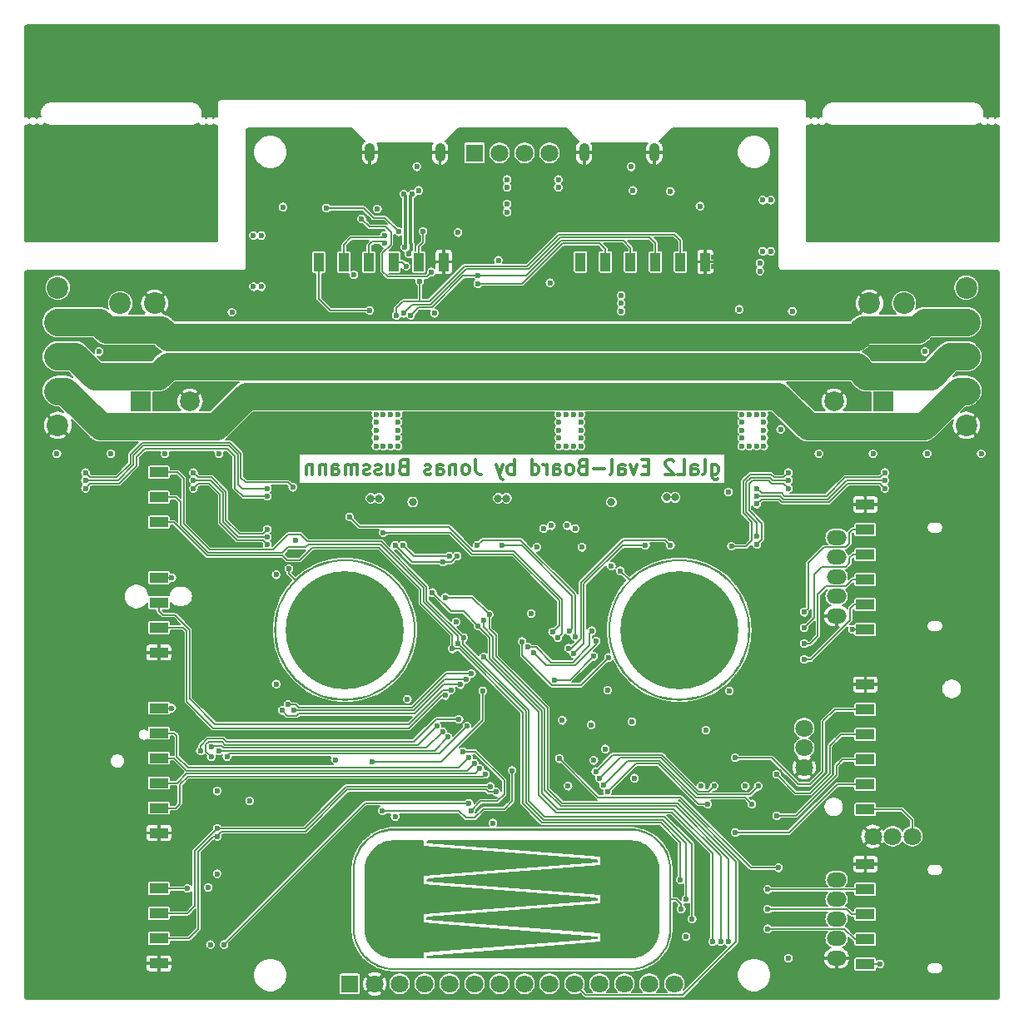
<source format=gbr>
%TF.GenerationSoftware,KiCad,Pcbnew,(5.1.9)-1*%
%TF.CreationDate,2021-05-16T18:27:06+02:00*%
%TF.ProjectId,STM32-Evalboard,53544d33-322d-4457-9661-6c626f617264,rev?*%
%TF.SameCoordinates,Original*%
%TF.FileFunction,Copper,L4,Bot*%
%TF.FilePolarity,Positive*%
%FSLAX46Y46*%
G04 Gerber Fmt 4.6, Leading zero omitted, Abs format (unit mm)*
G04 Created by KiCad (PCBNEW (5.1.9)-1) date 2021-05-16 18:27:06*
%MOMM*%
%LPD*%
G01*
G04 APERTURE LIST*
%TA.AperFunction,NonConductor*%
%ADD10C,0.300000*%
%TD*%
%TA.AperFunction,SMDPad,CuDef*%
%ADD11C,0.200000*%
%TD*%
%TA.AperFunction,SMDPad,CuDef*%
%ADD12C,0.100000*%
%TD*%
%TA.AperFunction,ComponentPad*%
%ADD13C,1.800000*%
%TD*%
%TA.AperFunction,SMDPad,CuDef*%
%ADD14R,1.910000X1.040000*%
%TD*%
%TA.AperFunction,SMDPad,CuDef*%
%ADD15C,12.000000*%
%TD*%
%TA.AperFunction,ComponentPad*%
%ADD16R,1.800000X1.800000*%
%TD*%
%TA.AperFunction,SMDPad,CuDef*%
%ADD17R,1.040000X1.910000*%
%TD*%
%TA.AperFunction,ComponentPad*%
%ADD18C,2.200000*%
%TD*%
%TA.AperFunction,ComponentPad*%
%ADD19C,2.000000*%
%TD*%
%TA.AperFunction,ComponentPad*%
%ADD20R,2.000000X2.000000*%
%TD*%
%TA.AperFunction,ComponentPad*%
%ADD21O,1.050000X1.900000*%
%TD*%
%TA.AperFunction,ComponentPad*%
%ADD22O,2.000000X1.500000*%
%TD*%
%TA.AperFunction,ViaPad*%
%ADD23C,0.600000*%
%TD*%
%TA.AperFunction,ViaPad*%
%ADD24C,0.800000*%
%TD*%
%TA.AperFunction,Conductor*%
%ADD25C,0.152400*%
%TD*%
%TA.AperFunction,Conductor*%
%ADD26C,2.800000*%
%TD*%
%TA.AperFunction,Conductor*%
%ADD27C,0.375000*%
%TD*%
%TA.AperFunction,Conductor*%
%ADD28C,0.100000*%
%TD*%
%TA.AperFunction,NonConductor*%
%ADD29C,0.152400*%
%TD*%
%TA.AperFunction,NonConductor*%
%ADD30C,0.100000*%
%TD*%
G04 APERTURE END LIST*
D10*
X180300000Y-80178571D02*
X180300000Y-81392857D01*
X180369047Y-81535714D01*
X180438095Y-81607142D01*
X180576190Y-81678571D01*
X180783333Y-81678571D01*
X180921428Y-81607142D01*
X180300000Y-81107142D02*
X180438095Y-81178571D01*
X180714285Y-81178571D01*
X180852380Y-81107142D01*
X180921428Y-81035714D01*
X180990476Y-80892857D01*
X180990476Y-80464285D01*
X180921428Y-80321428D01*
X180852380Y-80250000D01*
X180714285Y-80178571D01*
X180438095Y-80178571D01*
X180300000Y-80250000D01*
X179402380Y-81178571D02*
X179540476Y-81107142D01*
X179609523Y-80964285D01*
X179609523Y-79678571D01*
X178228571Y-81178571D02*
X178228571Y-80392857D01*
X178297619Y-80250000D01*
X178435714Y-80178571D01*
X178711904Y-80178571D01*
X178850000Y-80250000D01*
X178228571Y-81107142D02*
X178366666Y-81178571D01*
X178711904Y-81178571D01*
X178850000Y-81107142D01*
X178919047Y-80964285D01*
X178919047Y-80821428D01*
X178850000Y-80678571D01*
X178711904Y-80607142D01*
X178366666Y-80607142D01*
X178228571Y-80535714D01*
X176847619Y-81178571D02*
X177538095Y-81178571D01*
X177538095Y-79678571D01*
X176433333Y-79821428D02*
X176364285Y-79750000D01*
X176226190Y-79678571D01*
X175880952Y-79678571D01*
X175742857Y-79750000D01*
X175673809Y-79821428D01*
X175604761Y-79964285D01*
X175604761Y-80107142D01*
X175673809Y-80321428D01*
X176502380Y-81178571D01*
X175604761Y-81178571D01*
X173878571Y-80392857D02*
X173395238Y-80392857D01*
X173188095Y-81178571D02*
X173878571Y-81178571D01*
X173878571Y-79678571D01*
X173188095Y-79678571D01*
X172704761Y-80178571D02*
X172359523Y-81178571D01*
X172014285Y-80178571D01*
X170840476Y-81178571D02*
X170840476Y-80392857D01*
X170909523Y-80250000D01*
X171047619Y-80178571D01*
X171323809Y-80178571D01*
X171461904Y-80250000D01*
X170840476Y-81107142D02*
X170978571Y-81178571D01*
X171323809Y-81178571D01*
X171461904Y-81107142D01*
X171530952Y-80964285D01*
X171530952Y-80821428D01*
X171461904Y-80678571D01*
X171323809Y-80607142D01*
X170978571Y-80607142D01*
X170840476Y-80535714D01*
X169942857Y-81178571D02*
X170080952Y-81107142D01*
X170150000Y-80964285D01*
X170150000Y-79678571D01*
X169390476Y-80607142D02*
X168285714Y-80607142D01*
X167111904Y-80392857D02*
X166904761Y-80464285D01*
X166835714Y-80535714D01*
X166766666Y-80678571D01*
X166766666Y-80892857D01*
X166835714Y-81035714D01*
X166904761Y-81107142D01*
X167042857Y-81178571D01*
X167595238Y-81178571D01*
X167595238Y-79678571D01*
X167111904Y-79678571D01*
X166973809Y-79750000D01*
X166904761Y-79821428D01*
X166835714Y-79964285D01*
X166835714Y-80107142D01*
X166904761Y-80250000D01*
X166973809Y-80321428D01*
X167111904Y-80392857D01*
X167595238Y-80392857D01*
X165938095Y-81178571D02*
X166076190Y-81107142D01*
X166145238Y-81035714D01*
X166214285Y-80892857D01*
X166214285Y-80464285D01*
X166145238Y-80321428D01*
X166076190Y-80250000D01*
X165938095Y-80178571D01*
X165730952Y-80178571D01*
X165592857Y-80250000D01*
X165523809Y-80321428D01*
X165454761Y-80464285D01*
X165454761Y-80892857D01*
X165523809Y-81035714D01*
X165592857Y-81107142D01*
X165730952Y-81178571D01*
X165938095Y-81178571D01*
X164211904Y-81178571D02*
X164211904Y-80392857D01*
X164280952Y-80250000D01*
X164419047Y-80178571D01*
X164695238Y-80178571D01*
X164833333Y-80250000D01*
X164211904Y-81107142D02*
X164350000Y-81178571D01*
X164695238Y-81178571D01*
X164833333Y-81107142D01*
X164902380Y-80964285D01*
X164902380Y-80821428D01*
X164833333Y-80678571D01*
X164695238Y-80607142D01*
X164350000Y-80607142D01*
X164211904Y-80535714D01*
X163521428Y-81178571D02*
X163521428Y-80178571D01*
X163521428Y-80464285D02*
X163452380Y-80321428D01*
X163383333Y-80250000D01*
X163245238Y-80178571D01*
X163107142Y-80178571D01*
X162002380Y-81178571D02*
X162002380Y-79678571D01*
X162002380Y-81107142D02*
X162140476Y-81178571D01*
X162416666Y-81178571D01*
X162554761Y-81107142D01*
X162623809Y-81035714D01*
X162692857Y-80892857D01*
X162692857Y-80464285D01*
X162623809Y-80321428D01*
X162554761Y-80250000D01*
X162416666Y-80178571D01*
X162140476Y-80178571D01*
X162002380Y-80250000D01*
X160207142Y-81178571D02*
X160207142Y-79678571D01*
X160207142Y-80250000D02*
X160069047Y-80178571D01*
X159792857Y-80178571D01*
X159654761Y-80250000D01*
X159585714Y-80321428D01*
X159516666Y-80464285D01*
X159516666Y-80892857D01*
X159585714Y-81035714D01*
X159654761Y-81107142D01*
X159792857Y-81178571D01*
X160069047Y-81178571D01*
X160207142Y-81107142D01*
X159033333Y-80178571D02*
X158688095Y-81178571D01*
X158342857Y-80178571D02*
X158688095Y-81178571D01*
X158826190Y-81535714D01*
X158895238Y-81607142D01*
X159033333Y-81678571D01*
X156271428Y-79678571D02*
X156271428Y-80750000D01*
X156340476Y-80964285D01*
X156478571Y-81107142D01*
X156685714Y-81178571D01*
X156823809Y-81178571D01*
X155373809Y-81178571D02*
X155511904Y-81107142D01*
X155580952Y-81035714D01*
X155650000Y-80892857D01*
X155650000Y-80464285D01*
X155580952Y-80321428D01*
X155511904Y-80250000D01*
X155373809Y-80178571D01*
X155166666Y-80178571D01*
X155028571Y-80250000D01*
X154959523Y-80321428D01*
X154890476Y-80464285D01*
X154890476Y-80892857D01*
X154959523Y-81035714D01*
X155028571Y-81107142D01*
X155166666Y-81178571D01*
X155373809Y-81178571D01*
X154269047Y-80178571D02*
X154269047Y-81178571D01*
X154269047Y-80321428D02*
X154200000Y-80250000D01*
X154061904Y-80178571D01*
X153854761Y-80178571D01*
X153716666Y-80250000D01*
X153647619Y-80392857D01*
X153647619Y-81178571D01*
X152335714Y-81178571D02*
X152335714Y-80392857D01*
X152404761Y-80250000D01*
X152542857Y-80178571D01*
X152819047Y-80178571D01*
X152957142Y-80250000D01*
X152335714Y-81107142D02*
X152473809Y-81178571D01*
X152819047Y-81178571D01*
X152957142Y-81107142D01*
X153026190Y-80964285D01*
X153026190Y-80821428D01*
X152957142Y-80678571D01*
X152819047Y-80607142D01*
X152473809Y-80607142D01*
X152335714Y-80535714D01*
X151714285Y-81107142D02*
X151576190Y-81178571D01*
X151300000Y-81178571D01*
X151161904Y-81107142D01*
X151092857Y-80964285D01*
X151092857Y-80892857D01*
X151161904Y-80750000D01*
X151300000Y-80678571D01*
X151507142Y-80678571D01*
X151645238Y-80607142D01*
X151714285Y-80464285D01*
X151714285Y-80392857D01*
X151645238Y-80250000D01*
X151507142Y-80178571D01*
X151300000Y-80178571D01*
X151161904Y-80250000D01*
X148883333Y-80392857D02*
X148676190Y-80464285D01*
X148607142Y-80535714D01*
X148538095Y-80678571D01*
X148538095Y-80892857D01*
X148607142Y-81035714D01*
X148676190Y-81107142D01*
X148814285Y-81178571D01*
X149366666Y-81178571D01*
X149366666Y-79678571D01*
X148883333Y-79678571D01*
X148745238Y-79750000D01*
X148676190Y-79821428D01*
X148607142Y-79964285D01*
X148607142Y-80107142D01*
X148676190Y-80250000D01*
X148745238Y-80321428D01*
X148883333Y-80392857D01*
X149366666Y-80392857D01*
X147295238Y-80178571D02*
X147295238Y-81178571D01*
X147916666Y-80178571D02*
X147916666Y-80964285D01*
X147847619Y-81107142D01*
X147709523Y-81178571D01*
X147502380Y-81178571D01*
X147364285Y-81107142D01*
X147295238Y-81035714D01*
X146673809Y-81107142D02*
X146535714Y-81178571D01*
X146259523Y-81178571D01*
X146121428Y-81107142D01*
X146052380Y-80964285D01*
X146052380Y-80892857D01*
X146121428Y-80750000D01*
X146259523Y-80678571D01*
X146466666Y-80678571D01*
X146604761Y-80607142D01*
X146673809Y-80464285D01*
X146673809Y-80392857D01*
X146604761Y-80250000D01*
X146466666Y-80178571D01*
X146259523Y-80178571D01*
X146121428Y-80250000D01*
X145500000Y-81107142D02*
X145361904Y-81178571D01*
X145085714Y-81178571D01*
X144947619Y-81107142D01*
X144878571Y-80964285D01*
X144878571Y-80892857D01*
X144947619Y-80750000D01*
X145085714Y-80678571D01*
X145292857Y-80678571D01*
X145430952Y-80607142D01*
X145500000Y-80464285D01*
X145500000Y-80392857D01*
X145430952Y-80250000D01*
X145292857Y-80178571D01*
X145085714Y-80178571D01*
X144947619Y-80250000D01*
X144257142Y-81178571D02*
X144257142Y-80178571D01*
X144257142Y-80321428D02*
X144188095Y-80250000D01*
X144050000Y-80178571D01*
X143842857Y-80178571D01*
X143704761Y-80250000D01*
X143635714Y-80392857D01*
X143635714Y-81178571D01*
X143635714Y-80392857D02*
X143566666Y-80250000D01*
X143428571Y-80178571D01*
X143221428Y-80178571D01*
X143083333Y-80250000D01*
X143014285Y-80392857D01*
X143014285Y-81178571D01*
X141702380Y-81178571D02*
X141702380Y-80392857D01*
X141771428Y-80250000D01*
X141909523Y-80178571D01*
X142185714Y-80178571D01*
X142323809Y-80250000D01*
X141702380Y-81107142D02*
X141840476Y-81178571D01*
X142185714Y-81178571D01*
X142323809Y-81107142D01*
X142392857Y-80964285D01*
X142392857Y-80821428D01*
X142323809Y-80678571D01*
X142185714Y-80607142D01*
X141840476Y-80607142D01*
X141702380Y-80535714D01*
X141011904Y-80178571D02*
X141011904Y-81178571D01*
X141011904Y-80321428D02*
X140942857Y-80250000D01*
X140804761Y-80178571D01*
X140597619Y-80178571D01*
X140459523Y-80250000D01*
X140390476Y-80392857D01*
X140390476Y-81178571D01*
X139700000Y-80178571D02*
X139700000Y-81178571D01*
X139700000Y-80321428D02*
X139630952Y-80250000D01*
X139492857Y-80178571D01*
X139285714Y-80178571D01*
X139147619Y-80250000D01*
X139078571Y-80392857D01*
X139078571Y-81178571D01*
D11*
%TO.P,VC503,3*%
%TO.N,Net-(R515-Pad1)*%
X176100000Y-124400000D03*
X160000000Y-117300000D03*
X143900000Y-124400000D03*
%TA.AperFunction,SMDPad,CuDef*%
D12*
%TO.P,VC503,2*%
%TO.N,Net-(R518-Pad2)*%
G36*
X147970736Y-130397118D02*
G01*
X147968323Y-130396386D01*
X147852797Y-130396386D01*
X147559809Y-130367530D01*
X147271059Y-130310094D01*
X146989330Y-130224632D01*
X146717335Y-130111968D01*
X146457692Y-129973186D01*
X146212902Y-129809623D01*
X145985323Y-129622853D01*
X145777147Y-129414677D01*
X145590377Y-129187098D01*
X145426814Y-128942308D01*
X145288032Y-128682665D01*
X145175368Y-128410670D01*
X145089906Y-128128941D01*
X145032470Y-127840191D01*
X145003614Y-127547203D01*
X145003614Y-127431677D01*
X145002882Y-127429264D01*
X145000000Y-127400000D01*
X145000000Y-121400000D01*
X145002882Y-121370736D01*
X145003614Y-121368323D01*
X145003614Y-121252797D01*
X145032470Y-120959809D01*
X145089906Y-120671059D01*
X145175368Y-120389330D01*
X145288032Y-120117335D01*
X145426814Y-119857692D01*
X145590377Y-119612902D01*
X145777147Y-119385323D01*
X145985323Y-119177147D01*
X146212902Y-118990377D01*
X146457692Y-118826814D01*
X146717335Y-118688032D01*
X146989330Y-118575368D01*
X147271059Y-118489906D01*
X147559809Y-118432470D01*
X147852797Y-118403614D01*
X147968323Y-118403614D01*
X147970736Y-118402882D01*
X148000000Y-118400000D01*
X150850000Y-118400000D01*
X150879264Y-118402882D01*
X150907403Y-118411418D01*
X150933336Y-118425280D01*
X150956066Y-118443934D01*
X150974720Y-118466664D01*
X150988582Y-118492597D01*
X150997118Y-118520736D01*
X151000000Y-118550000D01*
X151000000Y-118961365D01*
X168611794Y-120350464D01*
X168640741Y-120355639D01*
X168668121Y-120366361D01*
X168692884Y-120382218D01*
X168714078Y-120402602D01*
X168730887Y-120426729D01*
X168742666Y-120453672D01*
X168748963Y-120482395D01*
X168749536Y-120511794D01*
X168744361Y-120540741D01*
X168733639Y-120568121D01*
X168717782Y-120592884D01*
X168697398Y-120614078D01*
X168673271Y-120630887D01*
X168646328Y-120642666D01*
X168611794Y-120649536D01*
X151000000Y-122038635D01*
X151000000Y-122861396D01*
X168561827Y-124250467D01*
X168590773Y-124255648D01*
X168618151Y-124266376D01*
X168642910Y-124282239D01*
X168664099Y-124302628D01*
X168680903Y-124326758D01*
X168692677Y-124353703D01*
X168698967Y-124382428D01*
X168699533Y-124411827D01*
X168694352Y-124440773D01*
X168683624Y-124468151D01*
X168667761Y-124492910D01*
X168647372Y-124514099D01*
X168623242Y-124530903D01*
X168596297Y-124542677D01*
X168561827Y-124549533D01*
X151000000Y-125938604D01*
X151000000Y-126761396D01*
X168561827Y-128150467D01*
X168590773Y-128155648D01*
X168618151Y-128166376D01*
X168642910Y-128182239D01*
X168664099Y-128202628D01*
X168680903Y-128226758D01*
X168692677Y-128253703D01*
X168698967Y-128282428D01*
X168699533Y-128311827D01*
X168694352Y-128340773D01*
X168683624Y-128368151D01*
X168667761Y-128392910D01*
X168647372Y-128414099D01*
X168623242Y-128430903D01*
X168596297Y-128442677D01*
X168561827Y-128449533D01*
X151000000Y-129838604D01*
X151000000Y-130250000D01*
X150997118Y-130279264D01*
X150988582Y-130307403D01*
X150974720Y-130333336D01*
X150956066Y-130356066D01*
X150933336Y-130374720D01*
X150907403Y-130388582D01*
X150879264Y-130397118D01*
X150850000Y-130400000D01*
X148000000Y-130400000D01*
X147970736Y-130397118D01*
G37*
%TD.AperFunction*%
%TA.AperFunction,SMDPad,CuDef*%
%TO.P,VC503,1*%
%TO.N,Net-(R514-Pad2)*%
G36*
X151420736Y-130397118D02*
G01*
X151392597Y-130388582D01*
X151366664Y-130374720D01*
X151343934Y-130356066D01*
X151325280Y-130333336D01*
X151311418Y-130307403D01*
X151302882Y-130279264D01*
X151300000Y-130250000D01*
X151302882Y-130220736D01*
X151311418Y-130192597D01*
X151325280Y-130166664D01*
X151343934Y-130143934D01*
X151366664Y-130125280D01*
X151392597Y-130111418D01*
X151420736Y-130102882D01*
X151438173Y-130100467D01*
X169000000Y-128711396D01*
X169000000Y-127888635D01*
X151388206Y-126499536D01*
X151359259Y-126494361D01*
X151331879Y-126483639D01*
X151307116Y-126467782D01*
X151285922Y-126447398D01*
X151269113Y-126423271D01*
X151257334Y-126396328D01*
X151251037Y-126367605D01*
X151250464Y-126338206D01*
X151255639Y-126309259D01*
X151266361Y-126281879D01*
X151282218Y-126257116D01*
X151302602Y-126235922D01*
X151326729Y-126219113D01*
X151353672Y-126207334D01*
X151388206Y-126200464D01*
X169000000Y-124811365D01*
X169000000Y-123988604D01*
X151438173Y-122599533D01*
X151409227Y-122594352D01*
X151381849Y-122583624D01*
X151357090Y-122567761D01*
X151335901Y-122547372D01*
X151319097Y-122523242D01*
X151307323Y-122496297D01*
X151301033Y-122467572D01*
X151300467Y-122438173D01*
X151305648Y-122409227D01*
X151316376Y-122381849D01*
X151332239Y-122357090D01*
X151352628Y-122335901D01*
X151376758Y-122319097D01*
X151403703Y-122307323D01*
X151438173Y-122300467D01*
X169000000Y-120911396D01*
X169000000Y-120088604D01*
X151438173Y-118699533D01*
X151409227Y-118694352D01*
X151381849Y-118683624D01*
X151357090Y-118667761D01*
X151335901Y-118647372D01*
X151319097Y-118623242D01*
X151307323Y-118596297D01*
X151301033Y-118567572D01*
X151300467Y-118538173D01*
X151305648Y-118509227D01*
X151316376Y-118481849D01*
X151332239Y-118457090D01*
X151352628Y-118435901D01*
X151376758Y-118419097D01*
X151403703Y-118407323D01*
X151432428Y-118401033D01*
X151450000Y-118400000D01*
X172000000Y-118400000D01*
X172029264Y-118402882D01*
X172031677Y-118403614D01*
X172147203Y-118403614D01*
X172440191Y-118432470D01*
X172728941Y-118489906D01*
X173010670Y-118575368D01*
X173282665Y-118688032D01*
X173542308Y-118826814D01*
X173787098Y-118990377D01*
X174014677Y-119177147D01*
X174222853Y-119385323D01*
X174409623Y-119612902D01*
X174573186Y-119857692D01*
X174711968Y-120117335D01*
X174824632Y-120389330D01*
X174910094Y-120671059D01*
X174967530Y-120959809D01*
X174996386Y-121252797D01*
X174996386Y-121368323D01*
X174997118Y-121370736D01*
X175000000Y-121400000D01*
X175000000Y-127400000D01*
X174997118Y-127429264D01*
X174996386Y-127431677D01*
X174996386Y-127547203D01*
X174967530Y-127840191D01*
X174910094Y-128128941D01*
X174824632Y-128410670D01*
X174711968Y-128682665D01*
X174573186Y-128942308D01*
X174409623Y-129187098D01*
X174222853Y-129414677D01*
X174014677Y-129622853D01*
X173787098Y-129809623D01*
X173542308Y-129973186D01*
X173282665Y-130111968D01*
X173010670Y-130224632D01*
X172728941Y-130310094D01*
X172440191Y-130367530D01*
X172147203Y-130396386D01*
X172031677Y-130396386D01*
X172029264Y-130397118D01*
X172000000Y-130400000D01*
X151450000Y-130400000D01*
X151420736Y-130397118D01*
G37*
%TD.AperFunction*%
%TA.AperFunction,SMDPad,CuDef*%
%TO.P,VC503,3*%
%TO.N,Net-(R515-Pad1)*%
G36*
X147998604Y-131599990D02*
G01*
X147996870Y-131599881D01*
X147995115Y-131599881D01*
X147595025Y-131580313D01*
X147593631Y-131580234D01*
X147589487Y-131579770D01*
X147585302Y-131579359D01*
X147189033Y-131520843D01*
X147189030Y-131520843D01*
X147189026Y-131520842D01*
X147187651Y-131520629D01*
X147183571Y-131519762D01*
X147179447Y-131518946D01*
X146790793Y-131422043D01*
X146790778Y-131422040D01*
X146790762Y-131422035D01*
X146789425Y-131421692D01*
X146785458Y-131420434D01*
X146781425Y-131419216D01*
X146404072Y-131284847D01*
X146404065Y-131284845D01*
X146404057Y-131284842D01*
X146402754Y-131284367D01*
X146398928Y-131282727D01*
X146395033Y-131281122D01*
X146032589Y-131110568D01*
X146031330Y-131109964D01*
X146027679Y-131107957D01*
X146023963Y-131105981D01*
X145679899Y-130900878D01*
X145679890Y-130900873D01*
X145679880Y-130900866D01*
X145678697Y-130900150D01*
X145675244Y-130897786D01*
X145671753Y-130895466D01*
X145349338Y-130657762D01*
X145348221Y-130656925D01*
X145345038Y-130654255D01*
X145341767Y-130651587D01*
X145044087Y-130383554D01*
X145043056Y-130382613D01*
X145040116Y-130379611D01*
X145037154Y-130376670D01*
X144767061Y-130080879D01*
X144767050Y-130080868D01*
X144767039Y-130080854D01*
X144766117Y-130079831D01*
X144763487Y-130076561D01*
X144760823Y-130073340D01*
X144520882Y-129752606D01*
X144520872Y-129752593D01*
X144520861Y-129752577D01*
X144520045Y-129751470D01*
X144517758Y-129747975D01*
X144515410Y-129744494D01*
X144307914Y-129401877D01*
X144307904Y-129401862D01*
X144307894Y-129401844D01*
X144307190Y-129400663D01*
X144305257Y-129396966D01*
X144303258Y-129393268D01*
X144130182Y-129032030D01*
X144130177Y-129032022D01*
X144130173Y-129032011D01*
X144129584Y-129030759D01*
X144128023Y-129026897D01*
X144126392Y-129023016D01*
X143989396Y-128646623D01*
X143989389Y-128646605D01*
X143989382Y-128646583D01*
X143988922Y-128645290D01*
X143987749Y-128641306D01*
X143986501Y-128637272D01*
X143886888Y-128249307D01*
X143886882Y-128249288D01*
X143886877Y-128249265D01*
X143886545Y-128247933D01*
X143885766Y-128243851D01*
X143884918Y-128239718D01*
X143823637Y-127843866D01*
X143823434Y-127842485D01*
X143823058Y-127838351D01*
X143822616Y-127834149D01*
X143800256Y-127434205D01*
X143800188Y-127432810D01*
X143800201Y-127430889D01*
X143800101Y-127428972D01*
X143800001Y-127400350D01*
X143800002Y-127400043D01*
X143800000Y-127400000D01*
X143800000Y-121400000D01*
X143800010Y-121398604D01*
X143800119Y-121396870D01*
X143800119Y-121395115D01*
X143819687Y-120995025D01*
X143819766Y-120993631D01*
X143820230Y-120989487D01*
X143820641Y-120985302D01*
X143879154Y-120589051D01*
X143879156Y-120589031D01*
X143879161Y-120589008D01*
X143879371Y-120587651D01*
X143880233Y-120583595D01*
X143881054Y-120579447D01*
X143977960Y-120190778D01*
X143978308Y-120189426D01*
X143979560Y-120185479D01*
X143980784Y-120181425D01*
X144115155Y-119804066D01*
X144115633Y-119802754D01*
X144117281Y-119798907D01*
X144118879Y-119795032D01*
X144289432Y-119432589D01*
X144290036Y-119431330D01*
X144292050Y-119427666D01*
X144294019Y-119423963D01*
X144499122Y-119079899D01*
X144499127Y-119079890D01*
X144499134Y-119079880D01*
X144499850Y-119078697D01*
X144502214Y-119075244D01*
X144504534Y-119071753D01*
X144742229Y-118749352D01*
X144742238Y-118749338D01*
X144742250Y-118749323D01*
X144743075Y-118748220D01*
X144745747Y-118745036D01*
X144748413Y-118741767D01*
X145016445Y-118444087D01*
X145017387Y-118443056D01*
X145020374Y-118440131D01*
X145023330Y-118437154D01*
X145319132Y-118167050D01*
X145320169Y-118166116D01*
X145323443Y-118163483D01*
X145326659Y-118160823D01*
X145647394Y-117920882D01*
X145647407Y-117920872D01*
X145647423Y-117920861D01*
X145648530Y-117920045D01*
X145652030Y-117917754D01*
X145655507Y-117915409D01*
X145998123Y-117707914D01*
X145998138Y-117707904D01*
X145998156Y-117707894D01*
X145999338Y-117707190D01*
X146003017Y-117705266D01*
X146006732Y-117703258D01*
X146367970Y-117530182D01*
X146367978Y-117530177D01*
X146367989Y-117530173D01*
X146369241Y-117529584D01*
X146373103Y-117528023D01*
X146376984Y-117526392D01*
X146753395Y-117389390D01*
X146754710Y-117388922D01*
X146758722Y-117387741D01*
X146762728Y-117386501D01*
X147150699Y-117286886D01*
X147150713Y-117286882D01*
X147150730Y-117286879D01*
X147152066Y-117286545D01*
X147156170Y-117285762D01*
X147160283Y-117284918D01*
X147556134Y-117223637D01*
X147557516Y-117223433D01*
X147561706Y-117223051D01*
X147565850Y-117222616D01*
X147965795Y-117200256D01*
X147967189Y-117200188D01*
X147969112Y-117200201D01*
X147971028Y-117200101D01*
X147999651Y-117200001D01*
X147999957Y-117200002D01*
X148000000Y-117200000D01*
X172000000Y-117200000D01*
X172001396Y-117200010D01*
X172003130Y-117200119D01*
X172004885Y-117200119D01*
X172404975Y-117219687D01*
X172406369Y-117219766D01*
X172410513Y-117220230D01*
X172414698Y-117220641D01*
X172810949Y-117279154D01*
X172810969Y-117279156D01*
X172810992Y-117279161D01*
X172812349Y-117279371D01*
X172816405Y-117280233D01*
X172820553Y-117281054D01*
X173209222Y-117377960D01*
X173210574Y-117378308D01*
X173214521Y-117379560D01*
X173218575Y-117380784D01*
X173595928Y-117515153D01*
X173595935Y-117515155D01*
X173595943Y-117515158D01*
X173597246Y-117515633D01*
X173601093Y-117517281D01*
X173604968Y-117518879D01*
X173967411Y-117689432D01*
X173968670Y-117690036D01*
X173972334Y-117692050D01*
X173976037Y-117694019D01*
X174320101Y-117899122D01*
X174320110Y-117899127D01*
X174320120Y-117899134D01*
X174321303Y-117899850D01*
X174324756Y-117902214D01*
X174328247Y-117904534D01*
X174650648Y-118142229D01*
X174650662Y-118142238D01*
X174650677Y-118142250D01*
X174651780Y-118143075D01*
X174654964Y-118145747D01*
X174658233Y-118148413D01*
X174955913Y-118416445D01*
X174956944Y-118417387D01*
X174959869Y-118420374D01*
X174962846Y-118423330D01*
X175232950Y-118719132D01*
X175233884Y-118720169D01*
X175236517Y-118723443D01*
X175239177Y-118726659D01*
X175479118Y-119047394D01*
X175479128Y-119047407D01*
X175479139Y-119047423D01*
X175479955Y-119048530D01*
X175482246Y-119052030D01*
X175484591Y-119055507D01*
X175692086Y-119398123D01*
X175692096Y-119398138D01*
X175692106Y-119398156D01*
X175692810Y-119399338D01*
X175694734Y-119403017D01*
X175696742Y-119406732D01*
X175869822Y-119767977D01*
X175869823Y-119767978D01*
X175869827Y-119767989D01*
X175870416Y-119769241D01*
X175871977Y-119773103D01*
X175873608Y-119776984D01*
X176010610Y-120153395D01*
X176011078Y-120154710D01*
X176012259Y-120158722D01*
X176013499Y-120162728D01*
X176113114Y-120550699D01*
X176113118Y-120550713D01*
X176113121Y-120550730D01*
X176113455Y-120552066D01*
X176114238Y-120556170D01*
X176115082Y-120560283D01*
X176176363Y-120956134D01*
X176176567Y-120957516D01*
X176176949Y-120961706D01*
X176177384Y-120965850D01*
X176199744Y-121365795D01*
X176199812Y-121367189D01*
X176199799Y-121369112D01*
X176199899Y-121371028D01*
X176199999Y-121399651D01*
X176199994Y-121401047D01*
X176199415Y-121410800D01*
X176197887Y-121420449D01*
X176195424Y-121429904D01*
X176192051Y-121439073D01*
X176187799Y-121447869D01*
X176186512Y-121449977D01*
X176013506Y-121449977D01*
X176011870Y-121447255D01*
X176007679Y-121438430D01*
X176004370Y-121429237D01*
X176001972Y-121419766D01*
X176000512Y-121410106D01*
X176000001Y-121400349D01*
X175999910Y-121374351D01*
X175977969Y-120981901D01*
X175918183Y-120595708D01*
X175820999Y-120217204D01*
X175687343Y-119849986D01*
X175518488Y-119497559D01*
X175316051Y-119163294D01*
X175081964Y-118850384D01*
X174818459Y-118561808D01*
X174528043Y-118300316D01*
X174213494Y-118068411D01*
X173877834Y-117868317D01*
X173524235Y-117701926D01*
X173156094Y-117570837D01*
X172776915Y-117476297D01*
X172390327Y-117419210D01*
X171997548Y-117400000D01*
X148000063Y-117400000D01*
X147974351Y-117400090D01*
X147581901Y-117422031D01*
X147195708Y-117481817D01*
X146817204Y-117579001D01*
X146449986Y-117712657D01*
X146097559Y-117881512D01*
X145763293Y-118083950D01*
X145450384Y-118318036D01*
X145161808Y-118581541D01*
X144900316Y-118871957D01*
X144668411Y-119186506D01*
X144468317Y-119522166D01*
X144301926Y-119875765D01*
X144170837Y-120243906D01*
X144076297Y-120623085D01*
X144019210Y-121009673D01*
X144000000Y-121402452D01*
X144000000Y-127400000D01*
X144000090Y-127425648D01*
X144022031Y-127818100D01*
X144081817Y-128204292D01*
X144179001Y-128582796D01*
X144312657Y-128950014D01*
X144481510Y-129302438D01*
X144683946Y-129636701D01*
X144918036Y-129949615D01*
X145181547Y-130238197D01*
X145471963Y-130499689D01*
X145786499Y-130731585D01*
X146122171Y-130931685D01*
X146475765Y-131098074D01*
X146843906Y-131229163D01*
X147223092Y-131323704D01*
X147609673Y-131380790D01*
X148002452Y-131400000D01*
X171999937Y-131400000D01*
X172025648Y-131399910D01*
X172418100Y-131377969D01*
X172804292Y-131318183D01*
X173182796Y-131220999D01*
X173550014Y-131087343D01*
X173902438Y-130918490D01*
X174236701Y-130716054D01*
X174549615Y-130481964D01*
X174838197Y-130218453D01*
X175099689Y-129928037D01*
X175331585Y-129613501D01*
X175531685Y-129277829D01*
X175698074Y-128924235D01*
X175829163Y-128556094D01*
X175923704Y-128176908D01*
X175980790Y-127790327D01*
X176000000Y-127397548D01*
X176000000Y-121500000D01*
X176000010Y-121498604D01*
X176000623Y-121488853D01*
X176002185Y-121479209D01*
X176004681Y-121469763D01*
X176008086Y-121460606D01*
X176012369Y-121451825D01*
X176013506Y-121449977D01*
X176186512Y-121449977D01*
X176186486Y-121450019D01*
X176188295Y-121453053D01*
X176192455Y-121461893D01*
X176195732Y-121471097D01*
X176198096Y-121480577D01*
X176199523Y-121490242D01*
X176200000Y-121500000D01*
X176200000Y-127400000D01*
X176199990Y-127401396D01*
X176199881Y-127403130D01*
X176199881Y-127404885D01*
X176180313Y-127804975D01*
X176180234Y-127806369D01*
X176179770Y-127810513D01*
X176179359Y-127814698D01*
X176120843Y-128210969D01*
X176120629Y-128212349D01*
X176119762Y-128216429D01*
X176118946Y-128220553D01*
X176022043Y-128609207D01*
X176022040Y-128609222D01*
X176022035Y-128609238D01*
X176021692Y-128610575D01*
X176020434Y-128614542D01*
X176019216Y-128618575D01*
X175884845Y-128995934D01*
X175884367Y-128997246D01*
X175882727Y-129001072D01*
X175881122Y-129004967D01*
X175710568Y-129367411D01*
X175709964Y-129368670D01*
X175707957Y-129372321D01*
X175705981Y-129376037D01*
X175500878Y-129720101D01*
X175500873Y-129720110D01*
X175500866Y-129720120D01*
X175500150Y-129721303D01*
X175497786Y-129724756D01*
X175495466Y-129728247D01*
X175257762Y-130050662D01*
X175256925Y-130051779D01*
X175254255Y-130054962D01*
X175251587Y-130058233D01*
X174983554Y-130355913D01*
X174982613Y-130356944D01*
X174979611Y-130359884D01*
X174976670Y-130362846D01*
X174680879Y-130632939D01*
X174680868Y-130632950D01*
X174680854Y-130632961D01*
X174679831Y-130633883D01*
X174676561Y-130636513D01*
X174673340Y-130639177D01*
X174352606Y-130879118D01*
X174352593Y-130879128D01*
X174352577Y-130879139D01*
X174351470Y-130879955D01*
X174347975Y-130882242D01*
X174344494Y-130884590D01*
X174001877Y-131092086D01*
X174001862Y-131092096D01*
X174001844Y-131092106D01*
X174000663Y-131092810D01*
X173996966Y-131094743D01*
X173993268Y-131096742D01*
X173632030Y-131269818D01*
X173632022Y-131269823D01*
X173632011Y-131269827D01*
X173630759Y-131270416D01*
X173626897Y-131271977D01*
X173623016Y-131273608D01*
X173246623Y-131410604D01*
X173246605Y-131410611D01*
X173246583Y-131410618D01*
X173245290Y-131411078D01*
X173241306Y-131412251D01*
X173237272Y-131413499D01*
X172849307Y-131513112D01*
X172849288Y-131513118D01*
X172849265Y-131513123D01*
X172847933Y-131513455D01*
X172843851Y-131514234D01*
X172839718Y-131515082D01*
X172443866Y-131576363D01*
X172442485Y-131576566D01*
X172438351Y-131576942D01*
X172434149Y-131577384D01*
X172034205Y-131599744D01*
X172032810Y-131599812D01*
X172030889Y-131599799D01*
X172028972Y-131599899D01*
X172000350Y-131599999D01*
X172000043Y-131599998D01*
X172000000Y-131600000D01*
X148000000Y-131600000D01*
X147998604Y-131599990D01*
G37*
%TD.AperFunction*%
%TD*%
D13*
%TO.P,RV503,1a*%
%TO.N,GND*%
X189700000Y-111000000D03*
%TO.P,RV503,1b*%
%TO.N,+3V0*%
X200700000Y-118000000D03*
%TO.P,RV503,2a*%
%TO.N,/Interface/2AX_V*%
X189700000Y-109000000D03*
%TO.P,RV503,3a*%
%TO.N,+3V0*%
X189700000Y-107000000D03*
%TO.P,RV503,2b*%
%TO.N,/Interface/2AX_H*%
X198700000Y-118000000D03*
%TO.P,RV503,3b*%
%TO.N,GND*%
X196700000Y-118000000D03*
%TD*%
D14*
%TO.P,J205,1*%
%TO.N,GND*%
X124077000Y-117650000D03*
%TO.P,J205,2*%
%TO.N,/Microcontroller/SPI1_MOSI*%
X124077000Y-115110000D03*
%TO.P,J205,3*%
%TO.N,/Microcontroller/SPI1_MISO*%
X124077000Y-112570000D03*
%TO.P,J205,4*%
%TO.N,/STL_SWO*%
X124077000Y-110030000D03*
%TO.P,J205,5*%
%TO.N,/Microcontroller/SPI1_~CS*%
X124077000Y-107490000D03*
%TO.P,J205,6*%
%TO.N,+3V3*%
X124077000Y-104950000D03*
%TD*%
%TA.AperFunction,SMDPad,CuDef*%
D12*
%TO.P,VC501,2*%
%TO.N,Net-(R501-Pad1)*%
G36*
X137919972Y-91899221D02*
G01*
X137928132Y-91893769D01*
X137934323Y-91890460D01*
X138102757Y-91722026D01*
X138510873Y-91370814D01*
X138944096Y-91051080D01*
X139400000Y-90764617D01*
X139876037Y-90513024D01*
X140369545Y-90297709D01*
X140877763Y-90119876D01*
X141397850Y-89980519D01*
X141926896Y-89880418D01*
X142461944Y-89820133D01*
X143000000Y-89800000D01*
X143538057Y-89820133D01*
X144073105Y-89880418D01*
X144602151Y-89980519D01*
X145122238Y-90119876D01*
X145630455Y-90297709D01*
X146123963Y-90513024D01*
X146600000Y-90764617D01*
X147055905Y-91051080D01*
X147489127Y-91370814D01*
X147897244Y-91722026D01*
X148277974Y-92102757D01*
X148629187Y-92510873D01*
X148948920Y-92944096D01*
X149235383Y-93400000D01*
X149486976Y-93876037D01*
X149702291Y-94369545D01*
X149880124Y-94877763D01*
X150019481Y-95397850D01*
X150119582Y-95926896D01*
X150179867Y-96461944D01*
X150200000Y-97000000D01*
X150179867Y-97538057D01*
X150119582Y-98073105D01*
X150019481Y-98602151D01*
X149880124Y-99122238D01*
X149702291Y-99630455D01*
X149486976Y-100123963D01*
X149235383Y-100600000D01*
X148948920Y-101055905D01*
X148629187Y-101489127D01*
X148277974Y-101897244D01*
X147897244Y-102277974D01*
X147489127Y-102629187D01*
X147055905Y-102948920D01*
X146600000Y-103235383D01*
X146123963Y-103486976D01*
X145630455Y-103702291D01*
X145122238Y-103880124D01*
X144602151Y-104019481D01*
X144073105Y-104119582D01*
X143538057Y-104179867D01*
X143000000Y-104200000D01*
X142461944Y-104179867D01*
X141926896Y-104119582D01*
X141397850Y-104019481D01*
X140877763Y-103880124D01*
X140369545Y-103702291D01*
X139876037Y-103486976D01*
X139400000Y-103235383D01*
X138944096Y-102948920D01*
X138510873Y-102629187D01*
X138102757Y-102277974D01*
X137727315Y-101902532D01*
X137868637Y-101761210D01*
X138238791Y-102131363D01*
X138635572Y-102472820D01*
X139056760Y-102783671D01*
X139500000Y-103062178D01*
X139962814Y-103306782D01*
X140442613Y-103516116D01*
X140936713Y-103689010D01*
X141442354Y-103824496D01*
X141956704Y-103921815D01*
X142476890Y-103980427D01*
X143000000Y-103999999D01*
X143523111Y-103980427D01*
X144043296Y-103921815D01*
X144557646Y-103824496D01*
X145063287Y-103689010D01*
X145557388Y-103516116D01*
X146037186Y-103306782D01*
X146500001Y-103062178D01*
X146943241Y-102783671D01*
X147364429Y-102472820D01*
X147761210Y-102131363D01*
X148131363Y-101761210D01*
X148472820Y-101364429D01*
X148783671Y-100943241D01*
X149062178Y-100500001D01*
X149306782Y-100037186D01*
X149516116Y-99557388D01*
X149689010Y-99063287D01*
X149824496Y-98557646D01*
X149921815Y-98043296D01*
X149980427Y-97523111D01*
X149999999Y-97000000D01*
X149980427Y-96476890D01*
X149921815Y-95956704D01*
X149824496Y-95442354D01*
X149689010Y-94936713D01*
X149516116Y-94442613D01*
X149306782Y-93962814D01*
X149062178Y-93500000D01*
X148783671Y-93056760D01*
X148472820Y-92635572D01*
X148131363Y-92238791D01*
X147761210Y-91868637D01*
X147364429Y-91527180D01*
X146943241Y-91216329D01*
X146500001Y-90937822D01*
X146037186Y-90693219D01*
X145557388Y-90483884D01*
X145063287Y-90310991D01*
X144557646Y-90175505D01*
X144043296Y-90078185D01*
X143523111Y-90019574D01*
X143000000Y-90000001D01*
X142476890Y-90019574D01*
X141956704Y-90078185D01*
X141442354Y-90175505D01*
X140936713Y-90310991D01*
X140442613Y-90483884D01*
X139962814Y-90693219D01*
X139500000Y-90937822D01*
X139056760Y-91216329D01*
X138635572Y-91527180D01*
X138238791Y-91868637D01*
X137868637Y-92238791D01*
X137527180Y-92635572D01*
X137216329Y-93056760D01*
X136937822Y-93500000D01*
X136693219Y-93962814D01*
X136483884Y-94442613D01*
X136310991Y-94936713D01*
X136175505Y-95442354D01*
X136078185Y-95956704D01*
X136019574Y-96476890D01*
X136000001Y-97000000D01*
X136019574Y-97523111D01*
X136078185Y-98043296D01*
X136175505Y-98557646D01*
X136310991Y-99063287D01*
X136483884Y-99557388D01*
X136693219Y-100037186D01*
X136937822Y-100500001D01*
X137216329Y-100943241D01*
X137527180Y-101364429D01*
X137868637Y-101761210D01*
X137727315Y-101902532D01*
X137722026Y-101897244D01*
X137370814Y-101489127D01*
X137051080Y-101055905D01*
X136764617Y-100600000D01*
X136513024Y-100123963D01*
X136297709Y-99630455D01*
X136119876Y-99122238D01*
X135980519Y-98602151D01*
X135880418Y-98073105D01*
X135820133Y-97538057D01*
X135800000Y-97000000D01*
X135820133Y-96461944D01*
X135880418Y-95926896D01*
X135980519Y-95397850D01*
X136119876Y-94877763D01*
X136297709Y-94369545D01*
X136513024Y-93876037D01*
X136764617Y-93400000D01*
X137051080Y-92944096D01*
X137370814Y-92510873D01*
X137722026Y-92102757D01*
X137890460Y-91934323D01*
X137893769Y-91928132D01*
X137899221Y-91919972D01*
X137905446Y-91912386D01*
X137912386Y-91905446D01*
X137919972Y-91899221D01*
G37*
%TD.AperFunction*%
D15*
%TO.P,VC501,1*%
%TO.N,Net-(R504-Pad2)*%
X143000000Y-97000000D03*
%TD*%
%TA.AperFunction,SMDPad,CuDef*%
D12*
%TO.P,VC502,2*%
%TO.N,Net-(R509-Pad1)*%
G36*
X171919972Y-91899221D02*
G01*
X171928132Y-91893769D01*
X171934323Y-91890460D01*
X172102757Y-91722026D01*
X172510873Y-91370814D01*
X172944096Y-91051080D01*
X173400000Y-90764617D01*
X173876037Y-90513024D01*
X174369545Y-90297709D01*
X174877763Y-90119876D01*
X175397850Y-89980519D01*
X175926896Y-89880418D01*
X176461944Y-89820133D01*
X177000000Y-89800000D01*
X177538057Y-89820133D01*
X178073105Y-89880418D01*
X178602151Y-89980519D01*
X179122238Y-90119876D01*
X179630455Y-90297709D01*
X180123963Y-90513024D01*
X180600000Y-90764617D01*
X181055905Y-91051080D01*
X181489127Y-91370814D01*
X181897244Y-91722026D01*
X182277974Y-92102757D01*
X182629187Y-92510873D01*
X182948920Y-92944096D01*
X183235383Y-93400000D01*
X183486976Y-93876037D01*
X183702291Y-94369545D01*
X183880124Y-94877763D01*
X184019481Y-95397850D01*
X184119582Y-95926896D01*
X184179867Y-96461944D01*
X184200000Y-97000000D01*
X184179867Y-97538057D01*
X184119582Y-98073105D01*
X184019481Y-98602151D01*
X183880124Y-99122238D01*
X183702291Y-99630455D01*
X183486976Y-100123963D01*
X183235383Y-100600000D01*
X182948920Y-101055905D01*
X182629187Y-101489127D01*
X182277974Y-101897244D01*
X181897244Y-102277974D01*
X181489127Y-102629187D01*
X181055905Y-102948920D01*
X180600000Y-103235383D01*
X180123963Y-103486976D01*
X179630455Y-103702291D01*
X179122238Y-103880124D01*
X178602151Y-104019481D01*
X178073105Y-104119582D01*
X177538057Y-104179867D01*
X177000000Y-104200000D01*
X176461944Y-104179867D01*
X175926896Y-104119582D01*
X175397850Y-104019481D01*
X174877763Y-103880124D01*
X174369545Y-103702291D01*
X173876037Y-103486976D01*
X173400000Y-103235383D01*
X172944096Y-102948920D01*
X172510873Y-102629187D01*
X172102757Y-102277974D01*
X171727315Y-101902532D01*
X171868637Y-101761210D01*
X172238791Y-102131363D01*
X172635572Y-102472820D01*
X173056760Y-102783671D01*
X173500000Y-103062178D01*
X173962814Y-103306782D01*
X174442613Y-103516116D01*
X174936713Y-103689010D01*
X175442354Y-103824496D01*
X175956704Y-103921815D01*
X176476890Y-103980427D01*
X177000000Y-103999999D01*
X177523111Y-103980427D01*
X178043296Y-103921815D01*
X178557646Y-103824496D01*
X179063287Y-103689010D01*
X179557388Y-103516116D01*
X180037186Y-103306782D01*
X180500001Y-103062178D01*
X180943241Y-102783671D01*
X181364429Y-102472820D01*
X181761210Y-102131363D01*
X182131363Y-101761210D01*
X182472820Y-101364429D01*
X182783671Y-100943241D01*
X183062178Y-100500001D01*
X183306782Y-100037186D01*
X183516116Y-99557388D01*
X183689010Y-99063287D01*
X183824496Y-98557646D01*
X183921815Y-98043296D01*
X183980427Y-97523111D01*
X183999999Y-97000000D01*
X183980427Y-96476890D01*
X183921815Y-95956704D01*
X183824496Y-95442354D01*
X183689010Y-94936713D01*
X183516116Y-94442613D01*
X183306782Y-93962814D01*
X183062178Y-93500000D01*
X182783671Y-93056760D01*
X182472820Y-92635572D01*
X182131363Y-92238791D01*
X181761210Y-91868637D01*
X181364429Y-91527180D01*
X180943241Y-91216329D01*
X180500001Y-90937822D01*
X180037186Y-90693219D01*
X179557388Y-90483884D01*
X179063287Y-90310991D01*
X178557646Y-90175505D01*
X178043296Y-90078185D01*
X177523111Y-90019574D01*
X177000000Y-90000001D01*
X176476890Y-90019574D01*
X175956704Y-90078185D01*
X175442354Y-90175505D01*
X174936713Y-90310991D01*
X174442613Y-90483884D01*
X173962814Y-90693219D01*
X173500000Y-90937822D01*
X173056760Y-91216329D01*
X172635572Y-91527180D01*
X172238791Y-91868637D01*
X171868637Y-92238791D01*
X171527180Y-92635572D01*
X171216329Y-93056760D01*
X170937822Y-93500000D01*
X170693219Y-93962814D01*
X170483884Y-94442613D01*
X170310991Y-94936713D01*
X170175505Y-95442354D01*
X170078185Y-95956704D01*
X170019574Y-96476890D01*
X170000001Y-97000000D01*
X170019574Y-97523111D01*
X170078185Y-98043296D01*
X170175505Y-98557646D01*
X170310991Y-99063287D01*
X170483884Y-99557388D01*
X170693219Y-100037186D01*
X170937822Y-100500001D01*
X171216329Y-100943241D01*
X171527180Y-101364429D01*
X171868637Y-101761210D01*
X171727315Y-101902532D01*
X171722026Y-101897244D01*
X171370814Y-101489127D01*
X171051080Y-101055905D01*
X170764617Y-100600000D01*
X170513024Y-100123963D01*
X170297709Y-99630455D01*
X170119876Y-99122238D01*
X169980519Y-98602151D01*
X169880418Y-98073105D01*
X169820133Y-97538057D01*
X169800000Y-97000000D01*
X169820133Y-96461944D01*
X169880418Y-95926896D01*
X169980519Y-95397850D01*
X170119876Y-94877763D01*
X170297709Y-94369545D01*
X170513024Y-93876037D01*
X170764617Y-93400000D01*
X171051080Y-92944096D01*
X171370814Y-92510873D01*
X171722026Y-92102757D01*
X171890460Y-91934323D01*
X171893769Y-91928132D01*
X171899221Y-91919972D01*
X171905446Y-91912386D01*
X171912386Y-91905446D01*
X171919972Y-91899221D01*
G37*
%TD.AperFunction*%
D15*
%TO.P,VC502,1*%
%TO.N,Net-(R511-Pad2)*%
X177000000Y-97000000D03*
%TD*%
D16*
%TO.P,J103,1*%
%TO.N,N/C*%
X156190000Y-48500000D03*
D13*
%TO.P,J103,2*%
X158730000Y-48500000D03*
%TO.P,J103,3*%
X161270000Y-48500000D03*
%TO.P,J103,4*%
X163810000Y-48500000D03*
%TD*%
D14*
%TO.P,J402,1*%
%TO.N,GND*%
X195923000Y-84250000D03*
%TO.P,J402,2*%
%TO.N,Net-(J402-Pad2)*%
X195923000Y-86790000D03*
%TO.P,J402,3*%
%TO.N,Net-(J402-Pad3)*%
X195923000Y-89330000D03*
%TO.P,J402,4*%
%TO.N,Net-(J402-Pad4)*%
X195923000Y-91870000D03*
%TO.P,J402,5*%
%TO.N,Net-(J402-Pad5)*%
X195923000Y-94410000D03*
%TO.P,J402,6*%
%TO.N,+3V0*%
X195923000Y-96950000D03*
%TD*%
%TO.P,J401,1*%
%TO.N,GND*%
X195923000Y-102550000D03*
%TO.P,J401,2*%
%TO.N,Net-(J401-Pad2)*%
X195923000Y-105090000D03*
%TO.P,J401,3*%
%TO.N,Net-(J401-Pad3)*%
X195923000Y-107630000D03*
%TO.P,J401,4*%
%TO.N,Net-(J401-Pad4)*%
X195923000Y-110170000D03*
%TO.P,J401,5*%
%TO.N,Net-(J401-Pad5)*%
X195923000Y-112710000D03*
%TO.P,J401,6*%
%TO.N,+3V0*%
X195923000Y-115250000D03*
%TD*%
D13*
%TO.P,J206,11*%
%TO.N,/Microcontroller/TOUCH_~CS*%
X168890000Y-133000000D03*
%TO.P,J206,9*%
%TO.N,/Microcontroller/LCD_MISO*%
X163810000Y-133000000D03*
%TO.P,J206,12*%
%TO.N,/Microcontroller/FLASH_MOSI*%
X171430000Y-133000000D03*
%TO.P,J206,10*%
%TO.N,/Microcontroller/FLASH_CLK*%
X166350000Y-133000000D03*
%TO.P,J206,14*%
%TO.N,/Microcontroller/TOUCH_IRQ*%
X176510000Y-133000000D03*
%TO.P,J206,13*%
%TO.N,/Microcontroller/FLASH_MISO*%
X173970000Y-133000000D03*
%TO.P,J206,8*%
%TO.N,/Microcontroller/LCD_LED*%
X161270000Y-133000000D03*
%TO.P,J206,7*%
%TO.N,/Microcontroller/LCD_CLK*%
X158730000Y-133000000D03*
%TO.P,J206,6*%
%TO.N,/Microcontroller/LCD_MOSI*%
X156190000Y-133000000D03*
%TO.P,J206,5*%
%TO.N,/Microcontroller/LCD_D~C*%
X153650000Y-133000000D03*
%TO.P,J206,4*%
%TO.N,/Microcontroller/LCD_~RES*%
X151110000Y-133000000D03*
%TO.P,J206,3*%
%TO.N,/Microcontroller/LCD_~CS*%
X148570000Y-133000000D03*
%TO.P,J206,2*%
%TO.N,GND*%
X146030000Y-133000000D03*
D16*
%TO.P,J206,1*%
%TO.N,+3V3*%
X143490000Y-133000000D03*
%TD*%
D17*
%TO.P,J102,1*%
%TO.N,/SWD_3V3*%
X140350000Y-59577000D03*
%TO.P,J102,2*%
%TO.N,/SWD_CLK*%
X142890000Y-59577000D03*
%TO.P,J102,3*%
%TO.N,/SWD_DIO*%
X145430000Y-59577000D03*
%TO.P,J102,4*%
%TO.N,/SWD_~RST*%
X147970000Y-59577000D03*
%TO.P,J102,5*%
%TO.N,/SWD_O*%
X150510000Y-59577000D03*
%TO.P,J102,6*%
%TO.N,GND*%
X153050000Y-59577000D03*
%TD*%
D14*
%TO.P,J207,1*%
%TO.N,/Microcontroller/TIM4_CH3*%
X124077000Y-86040000D03*
%TO.P,J207,2*%
%TO.N,/Microcontroller/TIM4_CH2*%
X124077000Y-83500000D03*
%TO.P,J207,3*%
%TO.N,/Microcontroller/TIM4_CH1*%
X124077000Y-80960000D03*
%TD*%
%TO.P,J208,1*%
%TO.N,GND*%
X195923000Y-120820000D03*
%TO.P,J208,2*%
%TO.N,Net-(C205-Pad2)*%
X195923000Y-123360000D03*
%TO.P,J208,3*%
%TO.N,Net-(C204-Pad2)*%
X195923000Y-125900000D03*
%TO.P,J208,4*%
%TO.N,Net-(C202-Pad2)*%
X195923000Y-128440000D03*
%TO.P,J208,5*%
%TO.N,+3.3VA*%
X195923000Y-130980000D03*
%TD*%
D18*
%TO.P,J303,5*%
%TO.N,+VDC*%
X113800000Y-62200000D03*
%TO.P,J303,4*%
%TO.N,/Power/Phase_A*%
X113800000Y-65700000D03*
%TO.P,J303,3*%
%TO.N,/Power/Phase_B*%
X113800000Y-69200000D03*
%TO.P,J303,2*%
%TO.N,/Power/Phase_C*%
X113800000Y-72700000D03*
%TO.P,J303,1*%
%TO.N,GND*%
X113800000Y-76200000D03*
%TD*%
D19*
%TO.P,C303,2*%
%TO.N,GND*%
X192750000Y-73750000D03*
D20*
%TO.P,C303,1*%
%TO.N,+VDC*%
X197750000Y-73750000D03*
%TD*%
D21*
%TO.P,J201,6*%
%TO.N,GND*%
X174475000Y-48450000D03*
X167325000Y-48450000D03*
%TD*%
%TO.P,J101,6*%
%TO.N,GND*%
X152675000Y-48450000D03*
X145525000Y-48450000D03*
%TD*%
D22*
%TO.P,RV501,*%
%TO.N,*%
X193000000Y-128400000D03*
X193000000Y-124400000D03*
%TO.P,RV501,3*%
%TO.N,GND*%
X193000000Y-130400000D03*
%TO.P,RV501,2*%
%TO.N,/Interface/POT_A*%
X193000000Y-126400000D03*
%TO.P,RV501,1*%
%TO.N,+3V0*%
X193000000Y-122400000D03*
%TD*%
%TO.P,RV502,*%
%TO.N,*%
X193000000Y-93600000D03*
X193000000Y-89600000D03*
%TO.P,RV502,3*%
%TO.N,GND*%
X193000000Y-95600000D03*
%TO.P,RV502,2*%
%TO.N,/Interface/POT_B*%
X193000000Y-91600000D03*
%TO.P,RV502,1*%
%TO.N,+3V0*%
X193000000Y-87600000D03*
%TD*%
D17*
%TO.P,J204,6*%
%TO.N,GND*%
X179650000Y-59577000D03*
%TO.P,J204,5*%
%TO.N,/STL_SWO*%
X177110000Y-59577000D03*
%TO.P,J204,4*%
%TO.N,/STL_~RST*%
X174570000Y-59577000D03*
%TO.P,J204,3*%
%TO.N,/STL_SWDIO*%
X172030000Y-59577000D03*
%TO.P,J204,2*%
%TO.N,/STL_SWCLK*%
X169490000Y-59577000D03*
%TO.P,J204,1*%
%TO.N,N/C*%
X166950000Y-59577000D03*
%TD*%
D14*
%TO.P,J203,1*%
%TO.N,GND*%
X124077000Y-99310000D03*
%TO.P,J203,2*%
%TO.N,/Microcontroller/USART1_RX*%
X124077000Y-96770000D03*
%TO.P,J203,3*%
%TO.N,/Microcontroller/USART1_TX*%
X124077000Y-94230000D03*
%TO.P,J203,4*%
%TO.N,+3V3*%
X124077000Y-91690000D03*
%TD*%
%TO.P,J202,1*%
%TO.N,GND*%
X124077000Y-130910000D03*
%TO.P,J202,2*%
%TO.N,/Microcontroller/I2C1_SDA*%
X124077000Y-128370000D03*
%TO.P,J202,3*%
%TO.N,/Microcontroller/I2C1_SCL*%
X124077000Y-125830000D03*
%TO.P,J202,4*%
%TO.N,+3V3*%
X124077000Y-123290000D03*
%TD*%
D19*
%TO.P,C304,2*%
%TO.N,GND*%
X127250000Y-73750000D03*
D20*
%TO.P,C304,1*%
%TO.N,+VDC*%
X122250000Y-73750000D03*
%TD*%
D18*
%TO.P,J304,5*%
%TO.N,GND*%
X206200000Y-76200000D03*
%TO.P,J304,4*%
%TO.N,/Power/Phase_C*%
X206200000Y-72700000D03*
%TO.P,J304,3*%
%TO.N,/Power/Phase_B*%
X206200000Y-69200000D03*
%TO.P,J304,2*%
%TO.N,/Power/Phase_A*%
X206200000Y-65700000D03*
%TO.P,J304,1*%
%TO.N,+VDC*%
X206200000Y-62200000D03*
%TD*%
%TO.P,J302,2*%
%TO.N,+VDC*%
X199850000Y-63800000D03*
%TO.P,J302,1*%
%TO.N,GND*%
X196350000Y-63800000D03*
%TD*%
%TO.P,J301,2*%
%TO.N,GND*%
X123650000Y-63800000D03*
%TO.P,J301,1*%
%TO.N,+VDC*%
X120150000Y-63800000D03*
%TD*%
D23*
%TO.N,GND*%
X131900000Y-124300000D03*
X149500000Y-61700000D03*
X167300000Y-87800000D03*
X162300000Y-87800000D03*
X134100000Y-114600000D03*
X186200000Y-126400000D03*
X186200000Y-124400000D03*
X186200000Y-122400000D03*
X181175000Y-114700000D03*
X185675000Y-114700000D03*
X170288404Y-103701903D03*
X168874190Y-109712311D03*
X165126524Y-113459977D03*
X142800000Y-56400000D03*
X142600000Y-62600000D03*
X140800000Y-49500000D03*
X143900000Y-60100000D03*
X147100000Y-54200000D03*
X151300000Y-64800000D03*
X182000000Y-84300000D03*
X138000000Y-86600000D03*
X138000000Y-89200000D03*
X134800000Y-86000000D03*
X185200000Y-84900000D03*
X182000000Y-81700000D03*
X180500000Y-62900000D03*
X180500000Y-59100000D03*
X169700000Y-49900000D03*
X169500000Y-52300000D03*
X147900000Y-49900000D03*
X147700000Y-52300000D03*
X168800000Y-64200000D03*
X173400000Y-64200000D03*
X173400000Y-63400000D03*
X168800000Y-63400000D03*
X180200000Y-56900000D03*
X180200000Y-57700000D03*
X180500000Y-61000000D03*
X180500000Y-60050000D03*
X180500000Y-61950000D03*
D24*
X170100000Y-85000000D03*
X149900000Y-85000000D03*
D23*
X159800000Y-75900000D03*
X159800000Y-76700000D03*
X159800000Y-78300000D03*
X159050000Y-78300000D03*
X158300000Y-78300000D03*
X157550000Y-78300000D03*
X158300000Y-75100000D03*
X159800000Y-77500000D03*
X157550000Y-76700000D03*
X157550000Y-77500000D03*
X159800000Y-75100000D03*
X157550000Y-75100000D03*
X159050000Y-75100000D03*
X157550000Y-75900000D03*
X178400000Y-75900000D03*
X178400000Y-76700000D03*
X178400000Y-78300000D03*
X177650000Y-78300000D03*
X176900000Y-78300000D03*
X176150000Y-78300000D03*
X176900000Y-75100000D03*
X178400000Y-77500000D03*
X176150000Y-76700000D03*
X176150000Y-77500000D03*
X178400000Y-75100000D03*
X176150000Y-75100000D03*
X177650000Y-75100000D03*
X176150000Y-75900000D03*
X139700000Y-78300000D03*
X141200000Y-78300000D03*
X138950000Y-78300000D03*
X140450000Y-78300000D03*
X139700000Y-75100000D03*
X140450000Y-75100000D03*
X141200000Y-76700000D03*
X141200000Y-77500000D03*
X138950000Y-75900000D03*
X138950000Y-76700000D03*
X138950000Y-77500000D03*
X141200000Y-75900000D03*
X141200000Y-75100000D03*
X138950000Y-75100000D03*
D24*
X145600000Y-85375000D03*
X159475000Y-85375000D03*
X175725000Y-85275000D03*
X176575000Y-85275000D03*
D23*
X178100000Y-48300000D03*
X154500000Y-57400000D03*
X162900000Y-57500000D03*
X173717872Y-113353911D03*
X148544869Y-102323044D03*
X163747666Y-94474159D03*
X157489771Y-116076272D03*
X162900000Y-61700000D03*
D24*
X158625000Y-85375000D03*
X146450000Y-85375000D03*
D23*
X165600000Y-105100000D03*
X155400000Y-104100000D03*
X159200000Y-106900000D03*
X120800000Y-107200000D03*
X199100000Y-79700000D03*
X182500000Y-112800000D03*
X172700000Y-132100000D03*
X170200000Y-132200000D03*
X135500000Y-53600000D03*
X138700000Y-51100000D03*
X150900000Y-75900000D03*
X185900000Y-101900000D03*
X155000000Y-96800000D03*
X168800000Y-95500000D03*
X121800000Y-68700000D03*
X198199992Y-68700000D03*
%TO.N,/BOOT0*%
X141100000Y-54100000D03*
X148450000Y-56500000D03*
%TO.N,/SWD_CLK*%
X147000000Y-56900000D03*
%TO.N,/SWD_DIO*%
X147000000Y-57700000D03*
%TO.N,/LED*%
X144700000Y-55200000D03*
X151800000Y-60600000D03*
%TO.N,/STL_SWDIO*%
X156500000Y-61000000D03*
X149700000Y-65000000D03*
%TO.N,/STL_SWCLK*%
X156500000Y-61800000D03*
%TO.N,/SWD_~RST*%
X149200000Y-60000000D03*
%TO.N,+VDC*%
X131500000Y-64700000D03*
X187300000Y-76600000D03*
X188500000Y-64600000D03*
X133700000Y-62100000D03*
X185200000Y-60500000D03*
X185200000Y-59700000D03*
X185500000Y-58500000D03*
X186300000Y-58500000D03*
X134500000Y-62100000D03*
D24*
X170100000Y-84000000D03*
D23*
X148400000Y-75900000D03*
X148400000Y-76700000D03*
X148400000Y-78300000D03*
X147650000Y-78300000D03*
X146900000Y-78300000D03*
X146150000Y-78300000D03*
X146900000Y-75100000D03*
X148400000Y-77500000D03*
X146150000Y-76700000D03*
X146150000Y-77500000D03*
X148400000Y-75100000D03*
X146150000Y-75100000D03*
X147650000Y-75100000D03*
X146150000Y-75900000D03*
X167000000Y-75900000D03*
X167000000Y-76700000D03*
X167000000Y-78300000D03*
X166250000Y-78300000D03*
X165500000Y-78300000D03*
X164750000Y-78300000D03*
X165500000Y-75100000D03*
X167000000Y-77500000D03*
X164750000Y-76700000D03*
X164750000Y-77500000D03*
X167000000Y-75100000D03*
X164750000Y-75100000D03*
X166250000Y-75100000D03*
X164750000Y-75900000D03*
X185600000Y-75900000D03*
X185600000Y-76700000D03*
X185600000Y-78300000D03*
X184850000Y-78300000D03*
X184100000Y-78300000D03*
X183350000Y-78300000D03*
X184100000Y-75100000D03*
X185600000Y-77500000D03*
X183350000Y-76700000D03*
X183350000Y-77500000D03*
X185600000Y-75100000D03*
X183350000Y-75100000D03*
X184850000Y-75100000D03*
X183350000Y-75900000D03*
D24*
X145625000Y-83625000D03*
X159425000Y-83625000D03*
X175725000Y-83525000D03*
X176575000Y-83525000D03*
X149900000Y-84000000D03*
X158575000Y-83625000D03*
X146450000Y-83625000D03*
D23*
X118000000Y-68700000D03*
X202000004Y-68700000D03*
%TO.N,/Microcontroller/PHA_H*%
X176105000Y-88400000D03*
X165727563Y-98856587D03*
%TO.N,/Microcontroller/PHA_L*%
X173565000Y-88400000D03*
X166293249Y-99423908D03*
%TO.N,/Microcontroller/PHB_H*%
X159005000Y-88400000D03*
X165833630Y-97125811D03*
%TO.N,/Microcontroller/PHB_L*%
X166399315Y-97691496D03*
X156465000Y-88400000D03*
%TO.N,/Microcontroller/PHC_H*%
X146900000Y-87100000D03*
X164101218Y-97230242D03*
%TO.N,/Microcontroller/PHC_L*%
X143465000Y-85500000D03*
X164666904Y-97797563D03*
%TO.N,+3V3*%
X127000000Y-123290000D03*
X130000000Y-121800000D03*
X163200000Y-86700000D03*
X133300000Y-114400000D03*
X125400000Y-104950000D03*
X136000000Y-91400000D03*
X136000000Y-102500000D03*
X162500000Y-88600000D03*
X164000000Y-86400000D03*
X154307106Y-96192894D03*
X129300000Y-129000000D03*
X169722718Y-103136218D03*
X161944544Y-95358043D03*
X149358043Y-104055456D03*
X168308505Y-110277996D03*
X165692210Y-112894291D03*
X158055456Y-116641957D03*
X196700000Y-79100000D03*
X138000000Y-87900000D03*
X113700000Y-79100000D03*
X119200000Y-79100000D03*
X124700000Y-79100000D03*
X130200000Y-79100000D03*
X182000000Y-83000000D03*
X207700000Y-79100000D03*
X202200000Y-79100000D03*
X191200000Y-79100000D03*
X170100000Y-90500000D03*
X125400000Y-91690000D03*
X177700000Y-128200000D03*
X130006250Y-113400000D03*
X188100000Y-130400000D03*
X129100000Y-123200000D03*
%TO.N,/Microcontroller/I2C1_SDA*%
X130000000Y-118000000D03*
X158372271Y-113495333D03*
%TO.N,/Microcontroller/I2C1_SCL*%
X130000000Y-117200000D03*
X157807968Y-112927729D03*
%TO.N,/Microcontroller/BOOT0*%
X130700000Y-129000000D03*
X155615938Y-114626703D03*
%TO.N,/Interface/ENC_B*%
X155297739Y-102004846D03*
X137800000Y-105200000D03*
%TO.N,/Interface/ENC_A*%
X155863424Y-101439160D03*
X137200000Y-104600000D03*
%TO.N,/Microcontroller/SPI1_MOSI*%
X157277638Y-111692211D03*
%TO.N,/Microcontroller/SPI1_MISO*%
X156711952Y-111126525D03*
%TO.N,/Interface/ENC_SW*%
X154732054Y-102570531D03*
X136600000Y-105200000D03*
%TO.N,/Microcontroller/LCD_~CS*%
X154979542Y-109394113D03*
X155800000Y-115400000D03*
%TO.N,/Microcontroller/SD_MOSI*%
X153494616Y-107909189D03*
X130200000Y-109300000D03*
%TO.N,/Microcontroller/SD_MISO*%
X129400000Y-108900000D03*
X152928931Y-107343504D03*
%TO.N,/Microcontroller/SD_CLK*%
X129400000Y-109900000D03*
X152363246Y-106777819D03*
%TO.N,/Microcontroller/SPI1_~CS*%
X155580582Y-109995155D03*
%TO.N,/Microcontroller/USART1_RX*%
X153211774Y-103672271D03*
%TO.N,/Microcontroller/USART1_TX*%
X153777460Y-103100861D03*
%TO.N,/Interface/RGB_SCL*%
X153000000Y-90100000D03*
X148100000Y-88400000D03*
X154400000Y-89500000D03*
%TO.N,/Interface/RGB_SDA*%
X153600000Y-89500000D03*
X148900000Y-88400000D03*
%TO.N,/Microcontroller/FLASH_MOSI*%
X181200000Y-128700000D03*
X156535178Y-96595481D03*
X151900000Y-93200000D03*
%TO.N,/Microcontroller/FLASH_MISO*%
X157100863Y-96029796D03*
X182000000Y-128700000D03*
%TO.N,/Microcontroller/FLASH_CLK*%
X157666549Y-95464110D03*
X153200000Y-93700004D03*
%TO.N,+3.3VA*%
X165600000Y-86400000D03*
X197400000Y-130980000D03*
X167100000Y-88600000D03*
X166400000Y-86700000D03*
X179700000Y-107200000D03*
X169475231Y-109111270D03*
X172445079Y-112081118D03*
%TO.N,/Power/Phase_C*%
X137800000Y-72300000D03*
X147400000Y-72300000D03*
X143400000Y-72300000D03*
X135400000Y-72300000D03*
X139400000Y-72300000D03*
X141800000Y-72300000D03*
X144200000Y-72300000D03*
X146600000Y-72300000D03*
X137000000Y-72300000D03*
X145800000Y-72300000D03*
X141000000Y-72300000D03*
X145000000Y-72300000D03*
X142600000Y-72300000D03*
X140200000Y-72300000D03*
X138600000Y-72300000D03*
X136200000Y-72300000D03*
X135400000Y-73100000D03*
X139400000Y-73100000D03*
X136200000Y-73100000D03*
X141000000Y-73100000D03*
X141800000Y-73100000D03*
X140200000Y-73100000D03*
X143400000Y-73100000D03*
X138600000Y-73100000D03*
X144200000Y-73100000D03*
X145800000Y-73100000D03*
X147400000Y-73100000D03*
X145000000Y-73100000D03*
X146600000Y-73100000D03*
X137000000Y-73100000D03*
X137800000Y-73100000D03*
X142600000Y-73100000D03*
%TO.N,/Power/Phase_B*%
X160400000Y-70800000D03*
X166000000Y-70800000D03*
X154800000Y-70800000D03*
X154000000Y-70800000D03*
X158800000Y-70800000D03*
X155600000Y-70800000D03*
X163600000Y-70800000D03*
X161200000Y-70800000D03*
X162800000Y-70800000D03*
X165200000Y-70800000D03*
X159600000Y-70800000D03*
X158000000Y-70800000D03*
X157200000Y-70800000D03*
X164400000Y-70800000D03*
X156400000Y-70800000D03*
X162000000Y-70800000D03*
X160400000Y-69600000D03*
X166000000Y-69600000D03*
X154800000Y-69600000D03*
X154000000Y-69600000D03*
X158800000Y-69600000D03*
X155600000Y-69600000D03*
X163600000Y-69600000D03*
X161200000Y-69600000D03*
X162800000Y-69600000D03*
X165200000Y-69600000D03*
X159600000Y-69600000D03*
X158000000Y-69600000D03*
X157200000Y-69600000D03*
X164400000Y-69600000D03*
X156400000Y-69600000D03*
X162000000Y-69600000D03*
%TO.N,/Power/Phase_A*%
X172600000Y-68300000D03*
X173400000Y-68300000D03*
X174200000Y-68300000D03*
X175000000Y-68300000D03*
X175800000Y-68300000D03*
X176600000Y-68300000D03*
X177400000Y-68300000D03*
X179800000Y-68300000D03*
X178200000Y-68300000D03*
X179000000Y-68300000D03*
X180600000Y-68300000D03*
X181400000Y-68300000D03*
X183800000Y-68300000D03*
X182200000Y-68300000D03*
X183000000Y-68300000D03*
X184600000Y-68300000D03*
X172600000Y-67600000D03*
X176600000Y-67600000D03*
X173400000Y-67600000D03*
X178200000Y-67600000D03*
X179000000Y-67600000D03*
X177400000Y-67600000D03*
X180600000Y-67600000D03*
X175800000Y-67600000D03*
X181400000Y-67600000D03*
X183000000Y-67600000D03*
X184600000Y-67600000D03*
X182200000Y-67600000D03*
X183800000Y-67600000D03*
X174200000Y-67600000D03*
X175000000Y-67600000D03*
X179800000Y-67600000D03*
%TO.N,/SWD_O*%
X150950000Y-56500000D03*
%TO.N,VBUS*%
X186300000Y-53300000D03*
X185500000Y-53300000D03*
X172100000Y-49900000D03*
X172300000Y-52300000D03*
X164700000Y-52000000D03*
X164700000Y-51200000D03*
X176100000Y-52400000D03*
%TO.N,+3V0*%
X194600000Y-96950000D03*
X183725000Y-112900000D03*
X179225000Y-112900000D03*
X172200000Y-106325000D03*
X168050000Y-106650000D03*
X182100000Y-103200000D03*
%TO.N,/USB_D+*%
X149100000Y-58050000D03*
X149000000Y-52700000D03*
%TO.N,/USB_D-*%
X149850000Y-52700000D03*
X149500000Y-58750000D03*
%TO.N,/STL_SWO*%
X156146267Y-110560840D03*
X148200000Y-65000000D03*
X150599990Y-61600000D03*
%TO.N,/STL_~RST*%
X164800000Y-110100000D03*
X148950000Y-64800000D03*
X187100000Y-121200000D03*
%TO.N,/Microcontroller/SD_~CS*%
X155400000Y-106800000D03*
X131000000Y-109900000D03*
%TO.N,/Microcontroller/TIM4_CH1*%
X155050254Y-97797563D03*
X178300000Y-126400000D03*
%TO.N,/Microcontroller/TIM4_CH2*%
X154484569Y-98363248D03*
X177700000Y-124400000D03*
%TO.N,/Microcontroller/TIM4_CH3*%
X153918883Y-98928934D03*
X177100000Y-122400000D03*
%TO.N,/USB_5V*%
X159500000Y-54500000D03*
X159500000Y-53700000D03*
X159500000Y-51200000D03*
X134500000Y-56900000D03*
X133700000Y-56900000D03*
X150300000Y-49900000D03*
X150500000Y-52300000D03*
X159500000Y-52000000D03*
%TO.N,/SWD_3V3*%
X158600000Y-59400000D03*
X163850000Y-61700000D03*
X143900000Y-60900000D03*
X146300000Y-54200000D03*
X152100000Y-64800000D03*
X154500000Y-56600000D03*
X136700000Y-54000000D03*
X145500000Y-64500000D03*
%TO.N,/Microcontroller/TOUCH_~CS*%
X180400000Y-128700000D03*
X157100850Y-99772271D03*
%TO.N,/Microcontroller/SD_DET*%
X128300000Y-109300000D03*
X154600000Y-106100000D03*
%TO.N,/Microcontroller/GSEL_L1*%
X179875000Y-114700000D03*
X169700000Y-113500000D03*
%TO.N,/Microcontroller/GSEL_L2*%
X184375000Y-114700000D03*
X169300000Y-112800000D03*
%TO.N,/Microcontroller/GSEL_L3*%
X185025000Y-112900000D03*
X168900000Y-112100000D03*
%TO.N,/Microcontroller/GSEL_L4*%
X180525000Y-112900000D03*
X168500000Y-111400000D03*
%TO.N,/Microcontroller/GSEL_H3*%
X162156677Y-99316205D03*
X168560683Y-98160683D03*
%TO.N,/Microcontroller/GSEL_H4*%
X168095733Y-97095733D03*
X161590992Y-98752155D03*
%TO.N,/Microcontroller/GSEL_H1*%
X161025306Y-98186469D03*
X169804849Y-99804849D03*
%TO.N,/Microcontroller/GSEL_H2*%
X168289996Y-99689996D03*
X164300000Y-102100000D03*
%TO.N,Net-(D501-Pad2)*%
X116600000Y-81000000D03*
X137700000Y-82500000D03*
%TO.N,/Interface/T_LOAD*%
X157006594Y-103193406D03*
X145800863Y-110442283D03*
%TO.N,Net-(J401-Pad2)*%
X182700000Y-110000000D03*
%TO.N,Net-(J401-Pad3)*%
X186900000Y-111700000D03*
%TO.N,Net-(J401-Pad4)*%
X186900000Y-115900000D03*
%TO.N,Net-(J401-Pad5)*%
X182700000Y-117600000D03*
%TO.N,Net-(J402-Pad2)*%
X189700000Y-95200000D03*
%TO.N,Net-(J402-Pad3)*%
X189700000Y-96800000D03*
%TO.N,Net-(J402-Pad4)*%
X189700000Y-98400000D03*
%TO.N,Net-(J402-Pad5)*%
X189700000Y-100000000D03*
%TO.N,Net-(C202-Pad2)*%
X186000000Y-127400000D03*
%TO.N,Net-(C204-Pad2)*%
X186000000Y-125400000D03*
%TO.N,Net-(C205-Pad2)*%
X186000000Y-123400000D03*
%TO.N,Net-(C311-Pad1)*%
X171100000Y-63000000D03*
X171100000Y-63800000D03*
X171100000Y-64600000D03*
X183100000Y-64400000D03*
X179100000Y-53900000D03*
%TO.N,Net-(D501-Pad4)*%
X116600000Y-82600000D03*
X135100000Y-83400000D03*
%TO.N,Net-(D501-Pad3)*%
X116600000Y-81800000D03*
X135100000Y-82647597D03*
%TO.N,Net-(D503-Pad4)*%
X127600000Y-82600000D03*
X135100000Y-88304806D03*
%TO.N,Net-(D503-Pad3)*%
X127600000Y-81800000D03*
X135100000Y-87552403D03*
%TO.N,Net-(D503-Pad2)*%
X127600000Y-81000000D03*
X135100000Y-86800000D03*
%TO.N,Net-(D505-Pad4)*%
X184900000Y-87500000D03*
X188100000Y-81800000D03*
%TO.N,Net-(D505-Pad3)*%
X188100000Y-82600000D03*
X184900000Y-88300000D03*
%TO.N,Net-(D505-Pad2)*%
X182300000Y-88500000D03*
X188100000Y-81000000D03*
%TO.N,Net-(D507-Pad4)*%
X197900000Y-81000000D03*
X184900000Y-82600000D03*
%TO.N,Net-(D507-Pad3)*%
X197900000Y-81800000D03*
X184900000Y-83400000D03*
%TO.N,Net-(D507-Pad2)*%
X197900000Y-82600000D03*
X184900000Y-84200000D03*
%TO.N,Net-(R501-Pad1)*%
X137300000Y-90800000D03*
%TO.N,Net-(R504-Pad2)*%
X142000000Y-101500000D03*
X142000000Y-110200000D03*
%TO.N,Net-(R509-Pad1)*%
X171000000Y-90999986D03*
%TO.N,Net-(R511-Pad2)*%
X146790813Y-115400000D03*
X173600000Y-99300000D03*
X160000000Y-111300000D03*
X165100000Y-106200000D03*
%TO.N,Net-(R514-Pad2)*%
X148100000Y-116000000D03*
X155100000Y-122400000D03*
%TO.N,Net-(R515-Pad1)*%
X177200000Y-125400000D03*
%TO.N,Net-(R518-Pad2)*%
X150184925Y-119634671D03*
%TD*%
D25*
%TO.N,/BOOT0*%
X148450000Y-56500000D02*
X147050000Y-55100000D01*
X147050000Y-55100000D02*
X145900000Y-55100000D01*
X144900000Y-54100000D02*
X141100000Y-54100000D01*
X145900000Y-55100000D02*
X144900000Y-54100000D01*
%TO.N,/SWD_CLK*%
X143600000Y-57100000D02*
X142890000Y-57810000D01*
X142890000Y-57810000D02*
X142890000Y-59577000D01*
X146800000Y-57100000D02*
X143600000Y-57100000D01*
X147000000Y-56900000D02*
X146800000Y-57100000D01*
%TO.N,/SWD_DIO*%
X146800000Y-57500000D02*
X147000000Y-57700000D01*
X145800000Y-57500000D02*
X146800000Y-57500000D01*
X145430000Y-57870000D02*
X145800000Y-57500000D01*
X145430000Y-59577000D02*
X145430000Y-57870000D01*
%TO.N,/LED*%
X144700000Y-55200000D02*
X145500000Y-56000000D01*
X145500000Y-56000000D02*
X147100000Y-56000000D01*
X147100000Y-56000000D02*
X147700000Y-56600000D01*
X147700000Y-56600000D02*
X147700000Y-57800000D01*
X147700000Y-57800000D02*
X146800000Y-58700000D01*
X146800000Y-58700000D02*
X146800000Y-60500000D01*
X151328601Y-61071399D02*
X151800000Y-60600000D01*
X147371399Y-61071399D02*
X151328601Y-61071399D01*
X146800000Y-60500000D02*
X147371399Y-61071399D01*
%TO.N,/STL_SWDIO*%
X156500000Y-61000000D02*
X161400000Y-61000000D01*
X161400000Y-61000000D02*
X165000000Y-57400000D01*
X165000000Y-57400000D02*
X171300000Y-57400000D01*
X172030000Y-58130000D02*
X172030000Y-59577000D01*
X171300000Y-57400000D02*
X172030000Y-58130000D01*
X156500000Y-61000000D02*
X155031066Y-61000000D01*
X155031066Y-61000000D02*
X151826256Y-64204810D01*
X151826256Y-64204810D02*
X150495190Y-64204810D01*
X150495190Y-64204810D02*
X149700000Y-65000000D01*
%TO.N,/STL_SWCLK*%
X169490000Y-58290000D02*
X169490000Y-59577000D01*
X168904810Y-57704810D02*
X169490000Y-58290000D01*
X165126256Y-57704810D02*
X168904810Y-57704810D01*
X161031066Y-61800000D02*
X165126256Y-57704810D01*
X156500000Y-61800000D02*
X161031066Y-61800000D01*
%TO.N,/SWD_~RST*%
X148777000Y-59577000D02*
X149200000Y-60000000D01*
X147970000Y-59577000D02*
X148777000Y-59577000D01*
%TO.N,/Microcontroller/PHA_H*%
X175576399Y-87871399D02*
X176105000Y-88400000D01*
X167000000Y-92200000D02*
X171328601Y-87871399D01*
X167000000Y-97873141D02*
X167000000Y-92200000D01*
X171328601Y-87871399D02*
X175576399Y-87871399D01*
X166016554Y-98856587D02*
X167000000Y-97873141D01*
X165727563Y-98856587D02*
X166016554Y-98856587D01*
%TO.N,/Microcontroller/PHA_L*%
X171231066Y-88400000D02*
X173565000Y-88400000D01*
X167304810Y-92326256D02*
X171231066Y-88400000D01*
X167304810Y-98412347D02*
X167304810Y-92326256D01*
X166293249Y-99423908D02*
X167304810Y-98412347D01*
%TO.N,/Microcontroller/PHB_H*%
X159000000Y-88405000D02*
X159005000Y-88400000D01*
X160968934Y-88400000D02*
X159005000Y-88400000D01*
X166094505Y-93525571D02*
X160968934Y-88400000D01*
X166094505Y-96864936D02*
X166094505Y-93525571D01*
X165833630Y-97125811D02*
X166094505Y-96864936D01*
%TO.N,/Microcontroller/PHB_L*%
X156993601Y-87871399D02*
X156465000Y-88400000D01*
X160871399Y-87871399D02*
X156993601Y-87871399D01*
X166399315Y-93399315D02*
X160871399Y-87871399D01*
X166399315Y-97691496D02*
X166399315Y-93399315D01*
%TO.N,/Microcontroller/PHC_H*%
X155904809Y-89304810D02*
X153699999Y-87100000D01*
X164795189Y-96536271D02*
X164795189Y-94026255D01*
X160073744Y-89304810D02*
X155904809Y-89304810D01*
X153699999Y-87100000D02*
X146900000Y-87100000D01*
X164101218Y-97230242D02*
X164795189Y-96536271D01*
X164795189Y-94026255D02*
X160073744Y-89304810D01*
%TO.N,/Microcontroller/PHC_L*%
X156031065Y-88999999D02*
X153531071Y-86500004D01*
X160199999Y-88999999D02*
X156031065Y-88999999D01*
X165100000Y-93900000D02*
X160199999Y-88999999D01*
X153531071Y-86500004D02*
X144465004Y-86500004D01*
X165100000Y-97364467D02*
X165100000Y-93900000D01*
X164666904Y-97797563D02*
X165100000Y-97364467D01*
X144465004Y-86500004D02*
X143465000Y-85500000D01*
%TO.N,+3V3*%
X124077000Y-91690000D02*
X125400000Y-91690000D01*
X125400000Y-104950000D02*
X124077000Y-104950000D01*
X124077000Y-123290000D02*
X127000000Y-123290000D01*
%TO.N,/Microcontroller/I2C1_SDA*%
X157330448Y-113232539D02*
X157593242Y-113495333D01*
X143267461Y-113232539D02*
X157330448Y-113232539D01*
X138995190Y-117504810D02*
X143267461Y-113232539D01*
X157593242Y-113495333D02*
X158372271Y-113495333D01*
X130477520Y-117504810D02*
X138995190Y-117504810D01*
X130000000Y-117982330D02*
X130477520Y-117504810D01*
X130000000Y-118000000D02*
X130000000Y-117982330D01*
X127130000Y-128370000D02*
X124077000Y-128370000D01*
X128100000Y-127400000D02*
X127130000Y-128370000D01*
X128100000Y-119531066D02*
X128100000Y-127400000D01*
X129631066Y-118000000D02*
X128100000Y-119531066D01*
X130000000Y-118000000D02*
X129631066Y-118000000D01*
%TO.N,/Microcontroller/I2C1_SCL*%
X138868933Y-117200000D02*
X130000000Y-117200000D01*
X143141204Y-112927729D02*
X138868933Y-117200000D01*
X157807968Y-112927729D02*
X143141204Y-112927729D01*
X126970000Y-125830000D02*
X124077000Y-125830000D01*
X127700000Y-125100000D02*
X126970000Y-125830000D01*
X127700000Y-119500000D02*
X127700000Y-125100000D01*
X130000000Y-117200000D02*
X127700000Y-119500000D01*
%TO.N,/Microcontroller/BOOT0*%
X145073297Y-114626703D02*
X130700000Y-129000000D01*
X155615938Y-114626703D02*
X145073297Y-114626703D01*
%TO.N,/Interface/ENC_B*%
X153164088Y-102004846D02*
X155297739Y-102004846D01*
X149968934Y-105200000D02*
X153164088Y-102004846D01*
X137800000Y-105200000D02*
X149968934Y-105200000D01*
%TO.N,/Interface/ENC_A*%
X155863424Y-101439160D02*
X153298708Y-101439160D01*
X137200000Y-104600000D02*
X137982330Y-104600000D01*
X137982330Y-104600000D02*
X138277520Y-104895190D01*
X149842678Y-104895190D02*
X153298708Y-101439160D01*
X138277520Y-104895190D02*
X149842678Y-104895190D01*
%TO.N,/Microcontroller/SPI1_MOSI*%
X125790000Y-115110000D02*
X124077000Y-115110000D01*
X126200000Y-114700000D02*
X125790000Y-115110000D01*
X126200000Y-112731066D02*
X126200000Y-114700000D01*
X127016636Y-111914430D02*
X126200000Y-112731066D01*
X157055419Y-111914430D02*
X127016636Y-111914430D01*
X157277638Y-111692211D02*
X157055419Y-111914430D01*
%TO.N,/Microcontroller/SPI1_MISO*%
X125930000Y-112570000D02*
X124077000Y-112570000D01*
X126890380Y-111609620D02*
X125930000Y-112570000D01*
X156228857Y-111609620D02*
X126890380Y-111609620D01*
X156711952Y-111126525D02*
X156228857Y-111609620D01*
%TO.N,/Interface/ENC_SW*%
X137128601Y-105728601D02*
X136600000Y-105200000D01*
X138071399Y-105728601D02*
X137128601Y-105728601D01*
X138295190Y-105504810D02*
X138071399Y-105728601D01*
X150095190Y-105504810D02*
X138295190Y-105504810D01*
X153029469Y-102570531D02*
X150095190Y-105504810D01*
X154732054Y-102570531D02*
X153029469Y-102570531D01*
%TO.N,/Microcontroller/LCD_~CS*%
X156800000Y-114400000D02*
X155800000Y-115400000D01*
X158500000Y-114400000D02*
X156800000Y-114400000D01*
X159200000Y-113700000D02*
X158500000Y-114400000D01*
X159200000Y-112300000D02*
X159200000Y-113700000D01*
X156294113Y-109394113D02*
X159200000Y-112300000D01*
X154979542Y-109394113D02*
X156294113Y-109394113D01*
%TO.N,/Microcontroller/SD_MOSI*%
X152103805Y-109300000D02*
X153494616Y-107909189D01*
X130200000Y-109300000D02*
X152103805Y-109300000D01*
%TO.N,/Microcontroller/SD_MISO*%
X151277245Y-108995190D02*
X130700000Y-108995190D01*
X152928931Y-107343504D02*
X151277245Y-108995190D01*
X130677520Y-108995190D02*
X130673744Y-108995191D01*
X129528601Y-108771399D02*
X129400000Y-108900000D01*
X130673744Y-108995191D02*
X130449952Y-108771399D01*
X130449952Y-108771399D02*
X129528601Y-108771399D01*
%TO.N,/Microcontroller/SD_CLK*%
X128871399Y-108646271D02*
X128871399Y-109371399D01*
X129146271Y-108371399D02*
X128871399Y-108646271D01*
X128871399Y-109371399D02*
X129400000Y-109900000D01*
X130484795Y-108371399D02*
X129146271Y-108371399D01*
X130803776Y-108690380D02*
X130484795Y-108371399D01*
X150450685Y-108690380D02*
X130800000Y-108690380D01*
X152363246Y-106777819D02*
X150450685Y-108690380D01*
%TO.N,/Microcontroller/SPI1_~CS*%
X125590000Y-107490000D02*
X124077000Y-107490000D01*
X125900000Y-107800000D02*
X125590000Y-107490000D01*
X125900000Y-109868934D02*
X125900000Y-107800000D01*
X127031066Y-111000000D02*
X125900000Y-109868934D01*
X154575737Y-111000000D02*
X127031066Y-111000000D01*
X155580582Y-109995155D02*
X154575737Y-111000000D01*
%TO.N,/Microcontroller/USART1_RX*%
X152860510Y-103672271D02*
X153211774Y-103672271D01*
X149532781Y-107000000D02*
X152860510Y-103672271D01*
X129600000Y-107000000D02*
X149532781Y-107000000D01*
X126895189Y-104295189D02*
X129600000Y-107000000D01*
X126895189Y-97126255D02*
X126895189Y-104295189D01*
X126538934Y-96770000D02*
X126895189Y-97126255D01*
X124077000Y-96770000D02*
X126538934Y-96770000D01*
%TO.N,/Microcontroller/USART1_TX*%
X124500000Y-95500000D02*
X124077000Y-95077000D01*
X124077000Y-95077000D02*
X124077000Y-94230000D01*
X127200000Y-97000000D02*
X125700000Y-95500000D01*
X127200000Y-104000000D02*
X127200000Y-97000000D01*
X129800000Y-106600000D02*
X127200000Y-104000000D01*
X149501715Y-106600000D02*
X129800000Y-106600000D01*
X153000854Y-103100861D02*
X149501715Y-106600000D01*
X125700000Y-95500000D02*
X124500000Y-95500000D01*
X153777460Y-103100861D02*
X153000854Y-103100861D01*
%TO.N,/Interface/RGB_SCL*%
X153800000Y-90100000D02*
X154400000Y-89500000D01*
X153000000Y-90100000D02*
X153800000Y-90100000D01*
X149800000Y-90100000D02*
X153000000Y-90100000D01*
X148100000Y-88400000D02*
X149800000Y-90100000D01*
%TO.N,/Interface/RGB_SDA*%
X150000000Y-89500000D02*
X153600000Y-89500000D01*
X148900000Y-88400000D02*
X150000000Y-89500000D01*
%TO.N,/Microcontroller/FLASH_MOSI*%
X153800000Y-95100000D02*
X151900000Y-93200000D01*
X155039697Y-95100000D02*
X153800000Y-95100000D01*
X156535178Y-96595481D02*
X155039697Y-95100000D01*
X181200000Y-120000000D02*
X181200000Y-128700000D01*
X176438217Y-115238217D02*
X181200000Y-120000000D01*
X164638217Y-115238217D02*
X176438217Y-115238217D01*
X163004810Y-105204810D02*
X163004810Y-113604810D01*
X157735526Y-99935526D02*
X163004810Y-105204810D01*
X163004810Y-113604810D02*
X164638217Y-115238217D01*
X157735526Y-97795829D02*
X157735526Y-99935526D01*
X156535178Y-96595481D02*
X157735526Y-97795829D01*
%TO.N,/Microcontroller/FLASH_MISO*%
X158040337Y-99804445D02*
X158040337Y-97669574D01*
X157100863Y-96730100D02*
X157100863Y-96029796D01*
X158040337Y-97669574D02*
X157100863Y-96730100D01*
X163309618Y-105073725D02*
X158040337Y-99804445D01*
X163309618Y-113290685D02*
X163309618Y-105073725D01*
X164952339Y-114933406D02*
X163309618Y-113290685D01*
X176633406Y-114933406D02*
X164952339Y-114933406D01*
X182000000Y-120300000D02*
X176633406Y-114933406D01*
X182000000Y-128700000D02*
X182000000Y-120300000D01*
%TO.N,/Microcontroller/FLASH_CLK*%
X157666549Y-95464110D02*
X155902443Y-93700004D01*
X155902443Y-93700004D02*
X153200000Y-93700004D01*
X167478601Y-134128601D02*
X166350000Y-133000000D01*
X177371399Y-134128601D02*
X167478601Y-134128601D01*
X182800000Y-128700000D02*
X177371399Y-134128601D01*
X182800000Y-120600000D02*
X182800000Y-128700000D01*
X163614429Y-113164429D02*
X165078595Y-114628595D01*
X163614429Y-104947470D02*
X163614429Y-113164429D01*
X158345148Y-99678189D02*
X163614429Y-104947470D01*
X158345148Y-97543319D02*
X158345148Y-99678189D01*
X176828595Y-114628595D02*
X182800000Y-120600000D01*
X157666549Y-96864720D02*
X158345148Y-97543319D01*
X165078595Y-114628595D02*
X176828595Y-114628595D01*
X157666549Y-95464110D02*
X157666549Y-96864720D01*
%TO.N,+3.3VA*%
X195923000Y-130980000D02*
X197400000Y-130980000D01*
D26*
%TO.N,/Power/Phase_C*%
X205468611Y-72700000D02*
X206200000Y-72700000D01*
X201866210Y-76302401D02*
X205468611Y-72700000D01*
X190102401Y-76302401D02*
X201866210Y-76302401D01*
X187000000Y-73200000D02*
X190102401Y-76302401D01*
X133000000Y-73250000D02*
X187000000Y-73200000D01*
X129947599Y-76302401D02*
X133000000Y-73250000D01*
X118152401Y-76302401D02*
X129947599Y-76302401D01*
X114550000Y-72700000D02*
X118152401Y-76302401D01*
X113800000Y-72700000D02*
X114550000Y-72700000D01*
%TO.N,/Power/Phase_B*%
X115550000Y-69200000D02*
X113800000Y-69200000D01*
X117547599Y-71197599D02*
X115550000Y-69200000D01*
X124002401Y-71197599D02*
X117547599Y-71197599D01*
X125000000Y-70200000D02*
X124002401Y-71197599D01*
X195997599Y-71197599D02*
X195000000Y-70200000D01*
X202551955Y-71197599D02*
X195997599Y-71197599D01*
X204549554Y-69200000D02*
X202551955Y-71197599D01*
X195000000Y-70200000D02*
X125000000Y-70200000D01*
X206200000Y-69200000D02*
X204549554Y-69200000D01*
%TO.N,/Power/Phase_A*%
X202000000Y-65700000D02*
X206200000Y-65700000D01*
X201247599Y-66452401D02*
X202000000Y-65700000D01*
X195747599Y-66452401D02*
X201247599Y-66452401D01*
X195000000Y-67200000D02*
X195747599Y-66452401D01*
X125000000Y-67200000D02*
X195000000Y-67200000D01*
X124252401Y-66452401D02*
X125000000Y-67200000D01*
X118752401Y-66452401D02*
X124252401Y-66452401D01*
X118000000Y-65700000D02*
X118752401Y-66452401D01*
X113800000Y-65700000D02*
X118000000Y-65700000D01*
D25*
%TO.N,/SWD_O*%
X150950000Y-57550000D02*
X150950000Y-56500000D01*
X150510000Y-57990000D02*
X150950000Y-57550000D01*
X150510000Y-59577000D02*
X150510000Y-57990000D01*
%TO.N,+3V0*%
X195923000Y-115250000D02*
X199650000Y-115250000D01*
X200700000Y-116300000D02*
X200700000Y-118000000D01*
X199650000Y-115250000D02*
X200700000Y-116300000D01*
X195923000Y-96950000D02*
X194600000Y-96950000D01*
D27*
%TO.N,/USB_D+*%
X149161300Y-57988700D02*
X149100000Y-58050000D01*
X149161300Y-52861300D02*
X149161300Y-57988700D01*
X149000000Y-52700000D02*
X149161300Y-52861300D01*
%TO.N,/USB_D-*%
X149500000Y-58597054D02*
X149500000Y-58750000D01*
X149739901Y-58357153D02*
X149500000Y-58597054D01*
X149739901Y-57742847D02*
X149739901Y-58357153D01*
X149688700Y-57691646D02*
X149739901Y-57742847D01*
X149688700Y-52861300D02*
X149688700Y-57691646D01*
X149850000Y-52700000D02*
X149688700Y-52861300D01*
D25*
%TO.N,/STL_SWO*%
X177110000Y-59577000D02*
X177110000Y-57410000D01*
X177110000Y-57410000D02*
X176490382Y-56790382D01*
X176490382Y-56790382D02*
X164747488Y-56790382D01*
X164747488Y-56790382D02*
X161542680Y-59995190D01*
X161542680Y-59995190D02*
X155173743Y-59995191D01*
X155173743Y-59995191D02*
X151573744Y-63595190D01*
X151573744Y-63595190D02*
X148904810Y-63595190D01*
X148904810Y-63595190D02*
X148200000Y-64300000D01*
X148200000Y-64300000D02*
X148200000Y-65000000D01*
X126904810Y-111304810D02*
X125630000Y-110030000D01*
X155402297Y-111304810D02*
X126904810Y-111304810D01*
X125630000Y-110030000D02*
X124077000Y-110030000D01*
X156146267Y-110560840D02*
X155402297Y-111304810D01*
X150599990Y-61600000D02*
X150599990Y-63589990D01*
%TO.N,/STL_~RST*%
X148950000Y-64800000D02*
X149850000Y-63900000D01*
X155300000Y-60300000D02*
X161668934Y-60300000D01*
X149850000Y-63900000D02*
X151700000Y-63900000D01*
X173995190Y-57095190D02*
X174570000Y-57670000D01*
X151700000Y-63900000D02*
X155300000Y-60300000D01*
X161668934Y-60300000D02*
X164873743Y-57095191D01*
X164873743Y-57095191D02*
X173995190Y-57095190D01*
X174570000Y-57670000D02*
X174570000Y-59577000D01*
X184300000Y-121200000D02*
X187100000Y-121200000D01*
X164800000Y-110100000D02*
X168728601Y-114028601D01*
X168728601Y-114028601D02*
X177128601Y-114028601D01*
X177128601Y-114028601D02*
X184300000Y-121200000D01*
%TO.N,/Microcontroller/SD_~CS*%
X131000000Y-109900000D02*
X131295190Y-109604810D01*
X152595190Y-109604810D02*
X155400000Y-106800000D01*
X131295190Y-109604810D02*
X152595190Y-109604810D01*
%TO.N,/Microcontroller/TIM4_CH1*%
X155013170Y-97834647D02*
X155050254Y-97797563D01*
X155013170Y-98460783D02*
X155013170Y-97834647D01*
X161700000Y-105147613D02*
X155013170Y-98460783D01*
X161700000Y-114400000D02*
X161700000Y-105147613D01*
X163300000Y-116000000D02*
X161700000Y-114400000D01*
X175500000Y-116000000D02*
X163300000Y-116000000D01*
X178300000Y-118800000D02*
X175500000Y-116000000D01*
X178300000Y-126400000D02*
X178300000Y-118800000D01*
X139200000Y-88000000D02*
X146700000Y-88000000D01*
X146700000Y-88000000D02*
X151300000Y-92600000D01*
X137200000Y-87300000D02*
X138500000Y-87300000D01*
X151300000Y-92600000D02*
X151300000Y-94047309D01*
X135666593Y-88833407D02*
X137200000Y-87300000D01*
X151300000Y-94047309D02*
X155050254Y-97797563D01*
X129233407Y-88833407D02*
X135666593Y-88833407D01*
X126600000Y-86200000D02*
X129233407Y-88833407D01*
X126600000Y-81600000D02*
X126600000Y-86200000D01*
X138500000Y-87300000D02*
X139200000Y-88000000D01*
X125960000Y-80960000D02*
X126600000Y-81600000D01*
X124077000Y-80960000D02*
X125960000Y-80960000D01*
%TO.N,/Microcontroller/TIM4_CH2*%
X161395189Y-105273868D02*
X154484569Y-98363248D01*
X163173744Y-116304811D02*
X161395189Y-114526256D01*
X161395189Y-114526256D02*
X161395189Y-105273868D01*
X175304811Y-116304811D02*
X163173744Y-116304811D01*
X177700000Y-118700000D02*
X175304811Y-116304811D01*
X177700000Y-124400000D02*
X177700000Y-118700000D01*
X150995190Y-94173565D02*
X154484569Y-97662944D01*
X150995190Y-92726256D02*
X150995190Y-94173565D01*
X137200000Y-88600000D02*
X139000000Y-88600000D01*
X146573744Y-88304810D02*
X150995190Y-92726256D01*
X126295191Y-86326257D02*
X129107151Y-89138217D01*
X139295190Y-88304810D02*
X146573744Y-88304810D01*
X126295190Y-83995190D02*
X126295191Y-86326257D01*
X154484569Y-97662944D02*
X154484569Y-98363248D01*
X139000000Y-88600000D02*
X139295190Y-88304810D01*
X136661783Y-89138217D02*
X137200000Y-88600000D01*
X125800000Y-83500000D02*
X126295190Y-83995190D01*
X129107151Y-89138217D02*
X136661783Y-89138217D01*
X124077000Y-83500000D02*
X125800000Y-83500000D01*
%TO.N,/Microcontroller/TIM4_CH3*%
X154343147Y-98928934D02*
X153918883Y-98928934D01*
X154619189Y-98928934D02*
X153918883Y-98928934D01*
X161090378Y-105400123D02*
X154619189Y-98928934D01*
X161090378Y-114652512D02*
X161090378Y-105400123D01*
X163047488Y-116609622D02*
X161090378Y-114652512D01*
X175119244Y-116609622D02*
X163047488Y-116609622D01*
X177100000Y-118590378D02*
X175119244Y-116609622D01*
X177100000Y-122400000D02*
X177100000Y-118590378D01*
X150690380Y-94299821D02*
X153918883Y-97528324D01*
X146447488Y-88609620D02*
X150690380Y-92852512D01*
X139690380Y-88609620D02*
X146447488Y-88609620D01*
X153918883Y-97528324D02*
X153918883Y-98928934D01*
X138400000Y-89900000D02*
X139690380Y-88609620D01*
X137100000Y-89900000D02*
X138400000Y-89900000D01*
X136643027Y-89443027D02*
X137100000Y-89900000D01*
X128980895Y-89443027D02*
X136643027Y-89443027D01*
X125577868Y-86040000D02*
X128980895Y-89443027D01*
X150690380Y-92852512D02*
X150690380Y-94299821D01*
X124077000Y-86040000D02*
X125577868Y-86040000D01*
%TO.N,/SWD_3V3*%
X140273000Y-59500000D02*
X140350000Y-59577000D01*
X140350000Y-59577000D02*
X140350000Y-63350000D01*
X141500000Y-64500000D02*
X145500000Y-64500000D01*
X140350000Y-63350000D02*
X141500000Y-64500000D01*
%TO.N,/Microcontroller/TOUCH_~CS*%
X157206927Y-99666205D02*
X157206916Y-99666205D01*
X162700000Y-105371421D02*
X157100850Y-99772271D01*
X162700000Y-113800000D02*
X162700000Y-105371421D01*
X164443028Y-115543028D02*
X162700000Y-113800000D01*
X176243028Y-115543028D02*
X164443028Y-115543028D01*
X180400000Y-119700000D02*
X176243028Y-115543028D01*
X180400000Y-128700000D02*
X180400000Y-119700000D01*
%TO.N,/Microcontroller/SD_DET*%
X128300000Y-108786604D02*
X128300000Y-109300000D01*
X129020015Y-108066589D02*
X128300000Y-108786604D01*
X130611051Y-108066589D02*
X129020015Y-108066589D01*
X149973165Y-108385570D02*
X130930032Y-108385570D01*
X152258735Y-106100000D02*
X149973165Y-108385570D01*
X130930032Y-108385570D02*
X130611051Y-108066589D01*
X154600000Y-106100000D02*
X152258735Y-106100000D01*
%TO.N,/Microcontroller/GSEL_L1*%
X169700000Y-113500000D02*
X172585570Y-110614430D01*
X172585570Y-110614430D02*
X174863902Y-110614430D01*
X178949472Y-114700000D02*
X179875000Y-114700000D01*
X174863902Y-110614430D02*
X178949472Y-114700000D01*
%TO.N,/Microcontroller/GSEL_L2*%
X171790380Y-110309620D02*
X174990158Y-110309620D01*
X174990158Y-110309620D02*
X178718759Y-114038221D01*
X183713221Y-114038221D02*
X184375000Y-114700000D01*
X178718759Y-114038221D02*
X183713221Y-114038221D01*
X169300000Y-112800000D02*
X171790380Y-110309620D01*
%TO.N,/Microcontroller/GSEL_L3*%
X178845015Y-113733411D02*
X184191589Y-113733411D01*
X184191589Y-113733411D02*
X185025000Y-112900000D01*
X175116414Y-110004810D02*
X178845015Y-113733411D01*
X170995190Y-110004810D02*
X175116414Y-110004810D01*
X168900000Y-112100000D02*
X170995190Y-110004810D01*
%TO.N,/Microcontroller/GSEL_L4*%
X178971271Y-113428601D02*
X179996399Y-113428601D01*
X179996399Y-113428601D02*
X180525000Y-112900000D01*
X175242670Y-109700000D02*
X178971271Y-113428601D01*
X170200000Y-109700000D02*
X175242670Y-109700000D01*
X168500000Y-111400000D02*
X170200000Y-109700000D01*
%TO.N,/Microcontroller/GSEL_H3*%
X168560683Y-98160683D02*
X168560683Y-98439317D01*
X163445282Y-100604810D02*
X162156677Y-99316205D01*
X166395190Y-100604810D02*
X163445282Y-100604810D01*
X168560683Y-98439317D02*
X166395190Y-100604810D01*
%TO.N,/Microcontroller/GSEL_H4*%
X168095733Y-97095733D02*
X167900000Y-97291466D01*
X167900000Y-98599487D02*
X166199487Y-100300000D01*
X167900000Y-97291466D02*
X167900000Y-98599487D01*
X166199487Y-100300000D02*
X164000000Y-100300000D01*
X162452155Y-98752155D02*
X161590992Y-98752155D01*
X164000000Y-100300000D02*
X162452155Y-98752155D01*
%TO.N,/Microcontroller/GSEL_H1*%
X161025306Y-99607636D02*
X161025306Y-98186469D01*
X164046271Y-102628601D02*
X161025306Y-99607636D01*
X166981097Y-102628601D02*
X164046271Y-102628601D01*
X169804849Y-99804849D02*
X166981097Y-102628601D01*
%TO.N,/Microcontroller/GSEL_H2*%
X165879992Y-102100000D02*
X164300000Y-102100000D01*
X168289996Y-99689996D02*
X165879992Y-102100000D01*
%TO.N,Net-(D501-Pad2)*%
X132900000Y-82000000D02*
X137200000Y-82000000D01*
X137200000Y-82000000D02*
X137700000Y-82500000D01*
X132409620Y-79047488D02*
X132409620Y-81509620D01*
X126600000Y-77961779D02*
X131323913Y-77961781D01*
X132409620Y-81509620D02*
X132900000Y-82000000D01*
X122380899Y-77961779D02*
X126600000Y-77961779D01*
X121195192Y-79147486D02*
X122380899Y-77961779D01*
X131323913Y-77961781D02*
X132409620Y-79047488D01*
X121195190Y-80073744D02*
X121195192Y-79147486D01*
X119773744Y-81495190D02*
X121195190Y-80073744D01*
X117095190Y-81495190D02*
X119773744Y-81495190D01*
X116600000Y-81000000D02*
X117095190Y-81495190D01*
%TO.N,/Interface/T_LOAD*%
X157006594Y-106193406D02*
X157006594Y-103193406D01*
X152757717Y-110442283D02*
X157006594Y-106193406D01*
X145800863Y-110442283D02*
X152757717Y-110442283D01*
%TO.N,Net-(J401-Pad2)*%
X186400000Y-110000000D02*
X182700000Y-110000000D01*
X190300000Y-112700000D02*
X189100000Y-112700000D01*
X189100000Y-112700000D02*
X186400000Y-110000000D01*
X191600000Y-111400000D02*
X190300000Y-112700000D01*
X191600000Y-106300000D02*
X191600000Y-111400000D01*
X192810000Y-105090000D02*
X191600000Y-106300000D01*
X195923000Y-105090000D02*
X192810000Y-105090000D01*
%TO.N,Net-(J401-Pad3)*%
X193470000Y-107630000D02*
X195923000Y-107630000D01*
X192300000Y-108800000D02*
X193470000Y-107630000D01*
X190300000Y-113600000D02*
X192300000Y-111600000D01*
X188800000Y-113600000D02*
X190300000Y-113600000D01*
X192300000Y-111600000D02*
X192300000Y-108800000D01*
X186900000Y-111700000D02*
X188800000Y-113600000D01*
%TO.N,Net-(J401-Pad4)*%
X193630000Y-110170000D02*
X195923000Y-110170000D01*
X193000000Y-110800000D02*
X193630000Y-110170000D01*
X193000000Y-111775000D02*
X193000000Y-110800000D01*
X188875000Y-115900000D02*
X193000000Y-111775000D01*
X186900000Y-115900000D02*
X188875000Y-115900000D01*
%TO.N,Net-(J401-Pad5)*%
X193065000Y-112710000D02*
X195923000Y-112710000D01*
X188175000Y-117600000D02*
X193065000Y-112710000D01*
X182700000Y-117600000D02*
X188175000Y-117600000D01*
%TO.N,Net-(J402-Pad2)*%
X194610000Y-86790000D02*
X195923000Y-86790000D01*
X194300000Y-87100000D02*
X194610000Y-86790000D01*
X194300000Y-88200000D02*
X194300000Y-87100000D01*
X193921390Y-88578610D02*
X194300000Y-88200000D01*
X191721390Y-88578610D02*
X193921390Y-88578610D01*
X190100000Y-94800000D02*
X190100000Y-90200000D01*
X189700000Y-95200000D02*
X190100000Y-94800000D01*
X190100000Y-90200000D02*
X191721390Y-88578610D01*
%TO.N,Net-(J402-Pad3)*%
X194670000Y-89330000D02*
X195923000Y-89330000D01*
X194300000Y-89700000D02*
X194670000Y-89330000D01*
X194300000Y-90200000D02*
X194300000Y-89700000D01*
X193921390Y-90578610D02*
X194300000Y-90200000D01*
X191471390Y-90578610D02*
X193921390Y-90578610D01*
X190700000Y-91350000D02*
X191471390Y-90578610D01*
X190700000Y-95800000D02*
X190700000Y-91350000D01*
X189700000Y-96800000D02*
X190700000Y-95800000D01*
%TO.N,Net-(J402-Pad4)*%
X193921390Y-92578610D02*
X194630000Y-91870000D01*
X191921390Y-92578610D02*
X193921390Y-92578610D01*
X191100000Y-93400000D02*
X191921390Y-92578610D01*
X194630000Y-91870000D02*
X195923000Y-91870000D01*
X191100000Y-97600000D02*
X191100000Y-93400000D01*
X190300000Y-98400000D02*
X191100000Y-97600000D01*
X189700000Y-98400000D02*
X190300000Y-98400000D01*
%TO.N,Net-(J402-Pad5)*%
X194400000Y-96000000D02*
X194400000Y-94800000D01*
X194790000Y-94410000D02*
X195923000Y-94410000D01*
X194400000Y-94800000D02*
X194790000Y-94410000D01*
X190400000Y-100000000D02*
X194400000Y-96000000D01*
X189700000Y-100000000D02*
X190400000Y-100000000D01*
%TO.N,Net-(C202-Pad2)*%
X186000000Y-127400000D02*
X193800000Y-127400000D01*
X194840000Y-128440000D02*
X195923000Y-128440000D01*
X193800000Y-127400000D02*
X194840000Y-128440000D01*
%TO.N,Net-(C204-Pad2)*%
X186000000Y-125400000D02*
X194000000Y-125400000D01*
X194500000Y-125900000D02*
X195923000Y-125900000D01*
X194000000Y-125400000D02*
X194500000Y-125900000D01*
%TO.N,Net-(C205-Pad2)*%
X195883000Y-123400000D02*
X195923000Y-123360000D01*
X186000000Y-123400000D02*
X195883000Y-123400000D01*
%TO.N,Net-(D501-Pad4)*%
X131800000Y-82600000D02*
X132600000Y-83400000D01*
X131800000Y-79300000D02*
X131800000Y-82600000D01*
X132600000Y-83400000D02*
X135100000Y-83400000D01*
X131071399Y-78571399D02*
X131800000Y-79300000D01*
X122633411Y-78571399D02*
X131071399Y-78571399D01*
X121804810Y-80326256D02*
X121804810Y-79400000D01*
X121804810Y-79400000D02*
X122633411Y-78571399D01*
X120026257Y-82104809D02*
X121804810Y-80326256D01*
X117095190Y-82104810D02*
X120026257Y-82104809D01*
X116600000Y-82600000D02*
X117095190Y-82104810D01*
%TO.N,Net-(D501-Pad3)*%
X132547597Y-82647597D02*
X135100000Y-82647597D01*
X132104810Y-82204810D02*
X132547597Y-82647597D01*
X132104810Y-79173744D02*
X132104810Y-82204810D01*
X131197656Y-78266590D02*
X132104810Y-79173744D01*
X121500001Y-79273743D02*
X122507155Y-78266589D01*
X121500000Y-80200000D02*
X121500001Y-79273743D01*
X119900000Y-81800000D02*
X121500000Y-80200000D01*
X122507155Y-78266589D02*
X131197656Y-78266590D01*
X116600000Y-81800000D02*
X119900000Y-81800000D01*
%TO.N,Net-(D503-Pad4)*%
X127600000Y-82600000D02*
X128095190Y-82104810D01*
X128095190Y-82104810D02*
X129173744Y-82104810D01*
X129173744Y-82104810D02*
X130295190Y-83226256D01*
X130295190Y-83226256D02*
X130295191Y-86126257D01*
X130295191Y-86126257D02*
X132026147Y-87857213D01*
X134652407Y-87857213D02*
X135100000Y-88304806D01*
X132026147Y-87857213D02*
X134652407Y-87857213D01*
%TO.N,Net-(D503-Pad3)*%
X127600000Y-81800000D02*
X129300000Y-81800000D01*
X129300000Y-81800000D02*
X130600000Y-83100000D01*
X130600000Y-83100000D02*
X130600000Y-86000000D01*
X132152403Y-87552403D02*
X135100000Y-87552403D01*
X130600000Y-86000000D02*
X132152403Y-87552403D01*
%TO.N,Net-(D503-Pad2)*%
X127600000Y-81000000D02*
X128095190Y-81495190D01*
X128095190Y-81495190D02*
X129426257Y-81495191D01*
X129426257Y-81495191D02*
X130904810Y-82973744D01*
X130904810Y-82973744D02*
X130904810Y-85873744D01*
X130904810Y-85873744D02*
X132278659Y-87247593D01*
X134652407Y-87247593D02*
X135100000Y-86800000D01*
X132278659Y-87247593D02*
X134652407Y-87247593D01*
%TO.N,Net-(D505-Pad4)*%
X183800000Y-81999999D02*
X183800000Y-85000000D01*
X183800000Y-85000000D02*
X184900000Y-86100000D01*
X184900000Y-86100000D02*
X184900000Y-87500000D01*
X186204811Y-81504811D02*
X184295189Y-81504811D01*
X188100000Y-81800000D02*
X186500000Y-81800001D01*
X186500000Y-81800001D02*
X186204811Y-81504811D01*
X184295189Y-81504811D02*
X183800000Y-81999999D01*
%TO.N,Net-(D505-Pad3)*%
X186078555Y-81809622D02*
X184421445Y-81809622D01*
X185428601Y-87771399D02*
X184900000Y-88300000D01*
X185428601Y-86197535D02*
X185428601Y-87771399D01*
X184421445Y-81809622D02*
X184104811Y-82126255D01*
X184104811Y-82126255D02*
X184104811Y-84873745D01*
X184104811Y-84873745D02*
X185428601Y-86197535D01*
X186078555Y-81809622D02*
X186373745Y-82104810D01*
X188100000Y-82582330D02*
X188100000Y-82600000D01*
X187622480Y-82104810D02*
X188100000Y-82582330D01*
X186373745Y-82104810D02*
X187622480Y-82104810D01*
%TO.N,Net-(D505-Pad2)*%
X183800000Y-88500000D02*
X182300000Y-88500000D01*
X183495191Y-85126257D02*
X184371399Y-86002465D01*
X183495190Y-81873744D02*
X183495191Y-85126257D01*
X184168934Y-81200000D02*
X183495190Y-81873744D01*
X186626256Y-81495190D02*
X186331066Y-81200000D01*
X186331066Y-81200000D02*
X184168934Y-81200000D01*
X184371399Y-86002465D02*
X184371399Y-87928601D01*
X187604810Y-81495190D02*
X186626256Y-81495190D01*
X184371399Y-87928601D02*
X183800000Y-88500000D01*
X188100000Y-81000000D02*
X187604810Y-81495190D01*
%TO.N,Net-(D507-Pad4)*%
X191973744Y-83395190D02*
X187695190Y-83395190D01*
X193873743Y-81495191D02*
X191973744Y-83395190D01*
X197404810Y-81495190D02*
X193873743Y-81495191D01*
X197900000Y-81000000D02*
X197404810Y-81495190D01*
X184932330Y-82600000D02*
X184900000Y-82600000D01*
X187695190Y-83395190D02*
X187395190Y-83095190D01*
X184900000Y-82617670D02*
X184900000Y-82600000D01*
X185377520Y-83095190D02*
X184900000Y-82617670D01*
X187395190Y-83095190D02*
X185377520Y-83095190D01*
%TO.N,Net-(D507-Pad3)*%
X192100000Y-83700000D02*
X187568934Y-83700000D01*
X194000000Y-81800000D02*
X192100000Y-83700000D01*
X197900000Y-81800000D02*
X194000000Y-81800000D01*
X187568934Y-83700000D02*
X187268934Y-83400000D01*
X187268934Y-83400000D02*
X184900000Y-83400000D01*
%TO.N,Net-(D507-Pad2)*%
X184932330Y-84100000D02*
X184900000Y-84100000D01*
X185395190Y-83704810D02*
X184900000Y-84200000D01*
X187442677Y-84004809D02*
X187142678Y-83704810D01*
X187142678Y-83704810D02*
X185395190Y-83704810D01*
X192226256Y-84004810D02*
X187442677Y-84004809D01*
X194126256Y-82104810D02*
X192226256Y-84004810D01*
X197404810Y-82104810D02*
X194126256Y-82104810D01*
X197900000Y-82600000D02*
X197404810Y-82104810D01*
%TO.N,Net-(R501-Pad1)*%
X137300000Y-91300000D02*
X137979542Y-91979542D01*
X137300000Y-90800000D02*
X137300000Y-91300000D01*
%TO.N,Net-(R509-Pad1)*%
X171000000Y-91000000D02*
X171000000Y-90999986D01*
X171979542Y-91979542D02*
X171000000Y-91000000D01*
%TO.N,Net-(R511-Pad2)*%
X146790813Y-115400000D02*
X154600000Y-115400000D01*
X154600000Y-115400000D02*
X155300000Y-116100000D01*
X155300000Y-116100000D02*
X156200000Y-116100000D01*
X156200000Y-116100000D02*
X157100000Y-115200000D01*
X157100000Y-115200000D02*
X159200000Y-115200000D01*
X159200000Y-115200000D02*
X160000000Y-114400000D01*
X160000000Y-114400000D02*
X160000000Y-111300000D01*
%TO.N,Net-(R515-Pad1)*%
X177200000Y-125400000D02*
X177200000Y-124900000D01*
X176700000Y-124400000D02*
X176100000Y-124400000D01*
X177200000Y-124900000D02*
X176700000Y-124400000D01*
%TD*%
%TO.N,GND*%
X143660809Y-45994615D02*
X143739292Y-46047056D01*
X144991863Y-47299627D01*
X144939940Y-47335571D01*
X144816681Y-47462958D01*
X144720642Y-47611944D01*
X144655514Y-47776803D01*
X144623800Y-47951200D01*
X144623800Y-48376200D01*
X145451200Y-48376200D01*
X145451200Y-48356200D01*
X145598800Y-48356200D01*
X145598800Y-48376200D01*
X146426200Y-48376200D01*
X146426200Y-47951200D01*
X146394486Y-47776803D01*
X146329358Y-47611944D01*
X146241855Y-47476200D01*
X151958145Y-47476200D01*
X151870642Y-47611944D01*
X151805514Y-47776803D01*
X151773800Y-47951200D01*
X151773800Y-48376200D01*
X152601200Y-48376200D01*
X152601200Y-48356200D01*
X152748800Y-48356200D01*
X152748800Y-48376200D01*
X153576200Y-48376200D01*
X153576200Y-47951200D01*
X153544486Y-47776803D01*
X153479358Y-47611944D01*
X153471659Y-47600000D01*
X155060294Y-47600000D01*
X155060294Y-49400000D01*
X155064708Y-49444813D01*
X155077779Y-49487905D01*
X155099006Y-49527618D01*
X155127573Y-49562427D01*
X155162382Y-49590994D01*
X155202095Y-49612221D01*
X155245187Y-49625292D01*
X155290000Y-49629706D01*
X157090000Y-49629706D01*
X157134813Y-49625292D01*
X157177905Y-49612221D01*
X157217618Y-49590994D01*
X157252427Y-49562427D01*
X157280994Y-49527618D01*
X157302221Y-49487905D01*
X157315292Y-49444813D01*
X157319706Y-49400000D01*
X157319706Y-48388843D01*
X157601400Y-48388843D01*
X157601400Y-48611157D01*
X157644771Y-48829201D01*
X157729847Y-49034593D01*
X157853359Y-49219441D01*
X158010559Y-49376641D01*
X158195407Y-49500153D01*
X158400799Y-49585229D01*
X158618843Y-49628600D01*
X158841157Y-49628600D01*
X159059201Y-49585229D01*
X159264593Y-49500153D01*
X159449441Y-49376641D01*
X159606641Y-49219441D01*
X159730153Y-49034593D01*
X159815229Y-48829201D01*
X159858600Y-48611157D01*
X159858600Y-48388843D01*
X160141400Y-48388843D01*
X160141400Y-48611157D01*
X160184771Y-48829201D01*
X160269847Y-49034593D01*
X160393359Y-49219441D01*
X160550559Y-49376641D01*
X160735407Y-49500153D01*
X160940799Y-49585229D01*
X161158843Y-49628600D01*
X161381157Y-49628600D01*
X161599201Y-49585229D01*
X161804593Y-49500153D01*
X161989441Y-49376641D01*
X162146641Y-49219441D01*
X162270153Y-49034593D01*
X162355229Y-48829201D01*
X162398600Y-48611157D01*
X162398600Y-48388843D01*
X162681400Y-48388843D01*
X162681400Y-48611157D01*
X162724771Y-48829201D01*
X162809847Y-49034593D01*
X162933359Y-49219441D01*
X163090559Y-49376641D01*
X163275407Y-49500153D01*
X163480799Y-49585229D01*
X163698843Y-49628600D01*
X163921157Y-49628600D01*
X164139201Y-49585229D01*
X164344593Y-49500153D01*
X164529441Y-49376641D01*
X164686641Y-49219441D01*
X164810153Y-49034593D01*
X164895229Y-48829201D01*
X164938600Y-48611157D01*
X164938600Y-48523800D01*
X166423800Y-48523800D01*
X166423800Y-48948800D01*
X166455514Y-49123197D01*
X166520642Y-49288056D01*
X166616681Y-49437042D01*
X166739940Y-49564429D01*
X166885683Y-49665321D01*
X167048308Y-49735842D01*
X167111603Y-49750570D01*
X167251200Y-49678769D01*
X167251200Y-48523800D01*
X167398800Y-48523800D01*
X167398800Y-49678769D01*
X167538397Y-49750570D01*
X167601692Y-49735842D01*
X167764317Y-49665321D01*
X167910060Y-49564429D01*
X168033319Y-49437042D01*
X168129358Y-49288056D01*
X168194486Y-49123197D01*
X168226200Y-48948800D01*
X168226200Y-48523800D01*
X173573800Y-48523800D01*
X173573800Y-48948800D01*
X173605514Y-49123197D01*
X173670642Y-49288056D01*
X173766681Y-49437042D01*
X173889940Y-49564429D01*
X174035683Y-49665321D01*
X174198308Y-49735842D01*
X174261603Y-49750570D01*
X174401200Y-49678769D01*
X174401200Y-48523800D01*
X174548800Y-48523800D01*
X174548800Y-49678769D01*
X174688397Y-49750570D01*
X174751692Y-49735842D01*
X174914317Y-49665321D01*
X175060060Y-49564429D01*
X175183319Y-49437042D01*
X175279358Y-49288056D01*
X175344486Y-49123197D01*
X175376200Y-48948800D01*
X175376200Y-48523800D01*
X174548800Y-48523800D01*
X174401200Y-48523800D01*
X173573800Y-48523800D01*
X168226200Y-48523800D01*
X167398800Y-48523800D01*
X167251200Y-48523800D01*
X166423800Y-48523800D01*
X164938600Y-48523800D01*
X164938600Y-48388843D01*
X164895229Y-48170799D01*
X164810153Y-47965407D01*
X164686641Y-47780559D01*
X164529441Y-47623359D01*
X164344593Y-47499847D01*
X164139201Y-47414771D01*
X163921157Y-47371400D01*
X163698843Y-47371400D01*
X163480799Y-47414771D01*
X163275407Y-47499847D01*
X163090559Y-47623359D01*
X162933359Y-47780559D01*
X162809847Y-47965407D01*
X162724771Y-48170799D01*
X162681400Y-48388843D01*
X162398600Y-48388843D01*
X162355229Y-48170799D01*
X162270153Y-47965407D01*
X162146641Y-47780559D01*
X161989441Y-47623359D01*
X161804593Y-47499847D01*
X161599201Y-47414771D01*
X161381157Y-47371400D01*
X161158843Y-47371400D01*
X160940799Y-47414771D01*
X160735407Y-47499847D01*
X160550559Y-47623359D01*
X160393359Y-47780559D01*
X160269847Y-47965407D01*
X160184771Y-48170799D01*
X160141400Y-48388843D01*
X159858600Y-48388843D01*
X159815229Y-48170799D01*
X159730153Y-47965407D01*
X159606641Y-47780559D01*
X159449441Y-47623359D01*
X159264593Y-47499847D01*
X159059201Y-47414771D01*
X158841157Y-47371400D01*
X158618843Y-47371400D01*
X158400799Y-47414771D01*
X158195407Y-47499847D01*
X158010559Y-47623359D01*
X157853359Y-47780559D01*
X157729847Y-47965407D01*
X157644771Y-48170799D01*
X157601400Y-48388843D01*
X157319706Y-48388843D01*
X157319706Y-47600000D01*
X157315292Y-47555187D01*
X157302221Y-47512095D01*
X157280994Y-47472382D01*
X157252427Y-47437573D01*
X157217618Y-47409006D01*
X157177905Y-47387779D01*
X157134813Y-47374708D01*
X157090000Y-47370294D01*
X155290000Y-47370294D01*
X155245187Y-47374708D01*
X155202095Y-47387779D01*
X155162382Y-47409006D01*
X155127573Y-47437573D01*
X155099006Y-47472382D01*
X155077779Y-47512095D01*
X155064708Y-47555187D01*
X155060294Y-47600000D01*
X153471659Y-47600000D01*
X153383319Y-47462958D01*
X153260060Y-47335571D01*
X153208137Y-47299627D01*
X154460708Y-46047056D01*
X154539191Y-45994615D01*
X154631770Y-45976200D01*
X165368230Y-45976200D01*
X165460809Y-45994615D01*
X165539292Y-46047056D01*
X166791863Y-47299627D01*
X166739940Y-47335571D01*
X166616681Y-47462958D01*
X166520642Y-47611944D01*
X166455514Y-47776803D01*
X166423800Y-47951200D01*
X166423800Y-48376200D01*
X167251200Y-48376200D01*
X167251200Y-48356200D01*
X167398800Y-48356200D01*
X167398800Y-48376200D01*
X168226200Y-48376200D01*
X168226200Y-47951200D01*
X168194486Y-47776803D01*
X168129358Y-47611944D01*
X168041855Y-47476200D01*
X173758145Y-47476200D01*
X173670642Y-47611944D01*
X173605514Y-47776803D01*
X173573800Y-47951200D01*
X173573800Y-48376200D01*
X174401200Y-48376200D01*
X174401200Y-48356200D01*
X174548800Y-48356200D01*
X174548800Y-48376200D01*
X175376200Y-48376200D01*
X175376200Y-48229748D01*
X182871400Y-48229748D01*
X182871400Y-48570252D01*
X182937829Y-48904214D01*
X183068135Y-49218799D01*
X183257309Y-49501918D01*
X183498082Y-49742691D01*
X183781201Y-49931865D01*
X184095786Y-50062171D01*
X184429748Y-50128600D01*
X184770252Y-50128600D01*
X185104214Y-50062171D01*
X185418799Y-49931865D01*
X185701918Y-49742691D01*
X185942691Y-49501918D01*
X186131865Y-49218799D01*
X186262171Y-48904214D01*
X186328600Y-48570252D01*
X186328600Y-48229748D01*
X186262171Y-47895786D01*
X186131865Y-47581201D01*
X185942691Y-47298082D01*
X185701918Y-47057309D01*
X185418799Y-46868135D01*
X185104214Y-46737829D01*
X184770252Y-46671400D01*
X184429748Y-46671400D01*
X184095786Y-46737829D01*
X183781201Y-46868135D01*
X183498082Y-47057309D01*
X183257309Y-47298082D01*
X183068135Y-47581201D01*
X182937829Y-47895786D01*
X182871400Y-48229748D01*
X175376200Y-48229748D01*
X175376200Y-47951200D01*
X175344486Y-47776803D01*
X175279358Y-47611944D01*
X175183319Y-47462958D01*
X175060060Y-47335571D01*
X175008137Y-47299627D01*
X176260708Y-46047056D01*
X176339191Y-45994615D01*
X176431770Y-45976200D01*
X186792494Y-45976200D01*
X186885073Y-45994615D01*
X186957195Y-46042805D01*
X187005385Y-46114927D01*
X187023800Y-46207506D01*
X187023800Y-60100000D01*
X187025264Y-60114866D01*
X187048100Y-60229671D01*
X187052436Y-60243965D01*
X187059478Y-60257140D01*
X187124510Y-60354467D01*
X187133987Y-60366014D01*
X187145533Y-60375490D01*
X187242860Y-60440522D01*
X187256034Y-60447564D01*
X187270329Y-60451900D01*
X187385134Y-60474736D01*
X187400000Y-60476200D01*
X209292494Y-60476200D01*
X209385073Y-60494615D01*
X209457195Y-60542805D01*
X209505385Y-60614927D01*
X209523800Y-60707506D01*
X209523800Y-134292494D01*
X209505385Y-134385073D01*
X209457195Y-134457195D01*
X209385073Y-134505385D01*
X209292494Y-134523800D01*
X110707506Y-134523800D01*
X110614927Y-134505385D01*
X110542805Y-134457195D01*
X110494615Y-134385073D01*
X110476200Y-134292494D01*
X110476200Y-131929748D01*
X133671400Y-131929748D01*
X133671400Y-132270252D01*
X133737829Y-132604214D01*
X133868135Y-132918799D01*
X134057309Y-133201918D01*
X134298082Y-133442691D01*
X134581201Y-133631865D01*
X134895786Y-133762171D01*
X135229748Y-133828600D01*
X135570252Y-133828600D01*
X135904214Y-133762171D01*
X136218799Y-133631865D01*
X136501918Y-133442691D01*
X136742691Y-133201918D01*
X136931865Y-132918799D01*
X137062171Y-132604214D01*
X137128600Y-132270252D01*
X137128600Y-132100000D01*
X142360294Y-132100000D01*
X142360294Y-133900000D01*
X142364708Y-133944813D01*
X142377779Y-133987905D01*
X142399006Y-134027618D01*
X142427573Y-134062427D01*
X142462382Y-134090994D01*
X142502095Y-134112221D01*
X142545187Y-134125292D01*
X142590000Y-134129706D01*
X144390000Y-134129706D01*
X144434813Y-134125292D01*
X144477905Y-134112221D01*
X144517618Y-134090994D01*
X144552427Y-134062427D01*
X144580994Y-134027618D01*
X144602221Y-133987905D01*
X144615292Y-133944813D01*
X144619706Y-133900000D01*
X144619706Y-133890835D01*
X145243534Y-133890835D01*
X145337194Y-134079123D01*
X145561032Y-134193547D01*
X145802893Y-134262105D01*
X146053481Y-134282161D01*
X146303167Y-134252944D01*
X146542355Y-134175576D01*
X146722806Y-134079123D01*
X146816466Y-133890835D01*
X146030000Y-133104369D01*
X145243534Y-133890835D01*
X144619706Y-133890835D01*
X144619706Y-133023481D01*
X144747839Y-133023481D01*
X144777056Y-133273167D01*
X144854424Y-133512355D01*
X144950877Y-133692806D01*
X145139165Y-133786466D01*
X145925631Y-133000000D01*
X146134369Y-133000000D01*
X146920835Y-133786466D01*
X147109123Y-133692806D01*
X147223547Y-133468968D01*
X147292105Y-133227107D01*
X147312161Y-132976519D01*
X147301902Y-132888843D01*
X147441400Y-132888843D01*
X147441400Y-133111157D01*
X147484771Y-133329201D01*
X147569847Y-133534593D01*
X147693359Y-133719441D01*
X147850559Y-133876641D01*
X148035407Y-134000153D01*
X148240799Y-134085229D01*
X148458843Y-134128600D01*
X148681157Y-134128600D01*
X148899201Y-134085229D01*
X149104593Y-134000153D01*
X149289441Y-133876641D01*
X149446641Y-133719441D01*
X149570153Y-133534593D01*
X149655229Y-133329201D01*
X149698600Y-133111157D01*
X149698600Y-132888843D01*
X149981400Y-132888843D01*
X149981400Y-133111157D01*
X150024771Y-133329201D01*
X150109847Y-133534593D01*
X150233359Y-133719441D01*
X150390559Y-133876641D01*
X150575407Y-134000153D01*
X150780799Y-134085229D01*
X150998843Y-134128600D01*
X151221157Y-134128600D01*
X151439201Y-134085229D01*
X151644593Y-134000153D01*
X151829441Y-133876641D01*
X151986641Y-133719441D01*
X152110153Y-133534593D01*
X152195229Y-133329201D01*
X152238600Y-133111157D01*
X152238600Y-132888843D01*
X152521400Y-132888843D01*
X152521400Y-133111157D01*
X152564771Y-133329201D01*
X152649847Y-133534593D01*
X152773359Y-133719441D01*
X152930559Y-133876641D01*
X153115407Y-134000153D01*
X153320799Y-134085229D01*
X153538843Y-134128600D01*
X153761157Y-134128600D01*
X153979201Y-134085229D01*
X154184593Y-134000153D01*
X154369441Y-133876641D01*
X154526641Y-133719441D01*
X154650153Y-133534593D01*
X154735229Y-133329201D01*
X154778600Y-133111157D01*
X154778600Y-132888843D01*
X155061400Y-132888843D01*
X155061400Y-133111157D01*
X155104771Y-133329201D01*
X155189847Y-133534593D01*
X155313359Y-133719441D01*
X155470559Y-133876641D01*
X155655407Y-134000153D01*
X155860799Y-134085229D01*
X156078843Y-134128600D01*
X156301157Y-134128600D01*
X156519201Y-134085229D01*
X156724593Y-134000153D01*
X156909441Y-133876641D01*
X157066641Y-133719441D01*
X157190153Y-133534593D01*
X157275229Y-133329201D01*
X157318600Y-133111157D01*
X157318600Y-132888843D01*
X157601400Y-132888843D01*
X157601400Y-133111157D01*
X157644771Y-133329201D01*
X157729847Y-133534593D01*
X157853359Y-133719441D01*
X158010559Y-133876641D01*
X158195407Y-134000153D01*
X158400799Y-134085229D01*
X158618843Y-134128600D01*
X158841157Y-134128600D01*
X159059201Y-134085229D01*
X159264593Y-134000153D01*
X159449441Y-133876641D01*
X159606641Y-133719441D01*
X159730153Y-133534593D01*
X159815229Y-133329201D01*
X159858600Y-133111157D01*
X159858600Y-132888843D01*
X160141400Y-132888843D01*
X160141400Y-133111157D01*
X160184771Y-133329201D01*
X160269847Y-133534593D01*
X160393359Y-133719441D01*
X160550559Y-133876641D01*
X160735407Y-134000153D01*
X160940799Y-134085229D01*
X161158843Y-134128600D01*
X161381157Y-134128600D01*
X161599201Y-134085229D01*
X161804593Y-134000153D01*
X161989441Y-133876641D01*
X162146641Y-133719441D01*
X162270153Y-133534593D01*
X162355229Y-133329201D01*
X162398600Y-133111157D01*
X162398600Y-132888843D01*
X162681400Y-132888843D01*
X162681400Y-133111157D01*
X162724771Y-133329201D01*
X162809847Y-133534593D01*
X162933359Y-133719441D01*
X163090559Y-133876641D01*
X163275407Y-134000153D01*
X163480799Y-134085229D01*
X163698843Y-134128600D01*
X163921157Y-134128600D01*
X164139201Y-134085229D01*
X164344593Y-134000153D01*
X164529441Y-133876641D01*
X164686641Y-133719441D01*
X164810153Y-133534593D01*
X164895229Y-133329201D01*
X164938600Y-133111157D01*
X164938600Y-132888843D01*
X164895229Y-132670799D01*
X164810153Y-132465407D01*
X164686641Y-132280559D01*
X164529441Y-132123359D01*
X164344593Y-131999847D01*
X164139201Y-131914771D01*
X163921157Y-131871400D01*
X163698843Y-131871400D01*
X163480799Y-131914771D01*
X163275407Y-131999847D01*
X163090559Y-132123359D01*
X162933359Y-132280559D01*
X162809847Y-132465407D01*
X162724771Y-132670799D01*
X162681400Y-132888843D01*
X162398600Y-132888843D01*
X162355229Y-132670799D01*
X162270153Y-132465407D01*
X162146641Y-132280559D01*
X161989441Y-132123359D01*
X161804593Y-131999847D01*
X161599201Y-131914771D01*
X161381157Y-131871400D01*
X161158843Y-131871400D01*
X160940799Y-131914771D01*
X160735407Y-131999847D01*
X160550559Y-132123359D01*
X160393359Y-132280559D01*
X160269847Y-132465407D01*
X160184771Y-132670799D01*
X160141400Y-132888843D01*
X159858600Y-132888843D01*
X159815229Y-132670799D01*
X159730153Y-132465407D01*
X159606641Y-132280559D01*
X159449441Y-132123359D01*
X159264593Y-131999847D01*
X159059201Y-131914771D01*
X158841157Y-131871400D01*
X158618843Y-131871400D01*
X158400799Y-131914771D01*
X158195407Y-131999847D01*
X158010559Y-132123359D01*
X157853359Y-132280559D01*
X157729847Y-132465407D01*
X157644771Y-132670799D01*
X157601400Y-132888843D01*
X157318600Y-132888843D01*
X157275229Y-132670799D01*
X157190153Y-132465407D01*
X157066641Y-132280559D01*
X156909441Y-132123359D01*
X156724593Y-131999847D01*
X156519201Y-131914771D01*
X156301157Y-131871400D01*
X156078843Y-131871400D01*
X155860799Y-131914771D01*
X155655407Y-131999847D01*
X155470559Y-132123359D01*
X155313359Y-132280559D01*
X155189847Y-132465407D01*
X155104771Y-132670799D01*
X155061400Y-132888843D01*
X154778600Y-132888843D01*
X154735229Y-132670799D01*
X154650153Y-132465407D01*
X154526641Y-132280559D01*
X154369441Y-132123359D01*
X154184593Y-131999847D01*
X153979201Y-131914771D01*
X153761157Y-131871400D01*
X153538843Y-131871400D01*
X153320799Y-131914771D01*
X153115407Y-131999847D01*
X152930559Y-132123359D01*
X152773359Y-132280559D01*
X152649847Y-132465407D01*
X152564771Y-132670799D01*
X152521400Y-132888843D01*
X152238600Y-132888843D01*
X152195229Y-132670799D01*
X152110153Y-132465407D01*
X151986641Y-132280559D01*
X151829441Y-132123359D01*
X151644593Y-131999847D01*
X151439201Y-131914771D01*
X151221157Y-131871400D01*
X150998843Y-131871400D01*
X150780799Y-131914771D01*
X150575407Y-131999847D01*
X150390559Y-132123359D01*
X150233359Y-132280559D01*
X150109847Y-132465407D01*
X150024771Y-132670799D01*
X149981400Y-132888843D01*
X149698600Y-132888843D01*
X149655229Y-132670799D01*
X149570153Y-132465407D01*
X149446641Y-132280559D01*
X149289441Y-132123359D01*
X149104593Y-131999847D01*
X148899201Y-131914771D01*
X148681157Y-131871400D01*
X148458843Y-131871400D01*
X148240799Y-131914771D01*
X148035407Y-131999847D01*
X147850559Y-132123359D01*
X147693359Y-132280559D01*
X147569847Y-132465407D01*
X147484771Y-132670799D01*
X147441400Y-132888843D01*
X147301902Y-132888843D01*
X147282944Y-132726833D01*
X147205576Y-132487645D01*
X147109123Y-132307194D01*
X146920835Y-132213534D01*
X146134369Y-133000000D01*
X145925631Y-133000000D01*
X145139165Y-132213534D01*
X144950877Y-132307194D01*
X144836453Y-132531032D01*
X144767895Y-132772893D01*
X144747839Y-133023481D01*
X144619706Y-133023481D01*
X144619706Y-132109165D01*
X145243534Y-132109165D01*
X146030000Y-132895631D01*
X146816466Y-132109165D01*
X146722806Y-131920877D01*
X146498968Y-131806453D01*
X146257107Y-131737895D01*
X146006519Y-131717839D01*
X145756833Y-131747056D01*
X145517645Y-131824424D01*
X145337194Y-131920877D01*
X145243534Y-132109165D01*
X144619706Y-132109165D01*
X144619706Y-132100000D01*
X144615292Y-132055187D01*
X144602221Y-132012095D01*
X144580994Y-131972382D01*
X144552427Y-131937573D01*
X144517618Y-131909006D01*
X144477905Y-131887779D01*
X144434813Y-131874708D01*
X144390000Y-131870294D01*
X142590000Y-131870294D01*
X142545187Y-131874708D01*
X142502095Y-131887779D01*
X142462382Y-131909006D01*
X142427573Y-131937573D01*
X142399006Y-131972382D01*
X142377779Y-132012095D01*
X142364708Y-132055187D01*
X142360294Y-132100000D01*
X137128600Y-132100000D01*
X137128600Y-131929748D01*
X137062171Y-131595786D01*
X136931865Y-131281201D01*
X136742691Y-130998082D01*
X136501918Y-130757309D01*
X136218799Y-130568135D01*
X135904214Y-130437829D01*
X135570252Y-130371400D01*
X135229748Y-130371400D01*
X134895786Y-130437829D01*
X134581201Y-130568135D01*
X134298082Y-130757309D01*
X134057309Y-130998082D01*
X133868135Y-131281201D01*
X133737829Y-131595786D01*
X133671400Y-131929748D01*
X110476200Y-131929748D01*
X110476200Y-131430000D01*
X122743980Y-131430000D01*
X122751244Y-131503748D01*
X122772755Y-131574662D01*
X122807688Y-131640017D01*
X122854699Y-131697301D01*
X122911983Y-131744312D01*
X122977338Y-131779245D01*
X123048252Y-131800756D01*
X123122000Y-131808020D01*
X123909150Y-131806200D01*
X124003200Y-131712150D01*
X124003200Y-130983800D01*
X124150800Y-130983800D01*
X124150800Y-131712150D01*
X124244850Y-131806200D01*
X125032000Y-131808020D01*
X125105748Y-131800756D01*
X125176662Y-131779245D01*
X125242017Y-131744312D01*
X125299301Y-131697301D01*
X125346312Y-131640017D01*
X125381245Y-131574662D01*
X125402756Y-131503748D01*
X125410020Y-131430000D01*
X125408200Y-131077850D01*
X125314150Y-130983800D01*
X124150800Y-130983800D01*
X124003200Y-130983800D01*
X122839850Y-130983800D01*
X122745800Y-131077850D01*
X122743980Y-131430000D01*
X110476200Y-131430000D01*
X110476200Y-130390000D01*
X122743980Y-130390000D01*
X122745800Y-130742150D01*
X122839850Y-130836200D01*
X124003200Y-130836200D01*
X124003200Y-130107850D01*
X124150800Y-130107850D01*
X124150800Y-130836200D01*
X125314150Y-130836200D01*
X125408200Y-130742150D01*
X125410020Y-130390000D01*
X125402756Y-130316252D01*
X125381245Y-130245338D01*
X125346312Y-130179983D01*
X125299301Y-130122699D01*
X125242017Y-130075688D01*
X125176662Y-130040755D01*
X125105748Y-130019244D01*
X125032000Y-130011980D01*
X124244850Y-130013800D01*
X124150800Y-130107850D01*
X124003200Y-130107850D01*
X123909150Y-130013800D01*
X123122000Y-130011980D01*
X123048252Y-130019244D01*
X122977338Y-130040755D01*
X122911983Y-130075688D01*
X122854699Y-130122699D01*
X122807688Y-130179983D01*
X122772755Y-130245338D01*
X122751244Y-130316252D01*
X122743980Y-130390000D01*
X110476200Y-130390000D01*
X110476200Y-118170000D01*
X122743980Y-118170000D01*
X122751244Y-118243748D01*
X122772755Y-118314662D01*
X122807688Y-118380017D01*
X122854699Y-118437301D01*
X122911983Y-118484312D01*
X122977338Y-118519245D01*
X123048252Y-118540756D01*
X123122000Y-118548020D01*
X123909150Y-118546200D01*
X124003200Y-118452150D01*
X124003200Y-117723800D01*
X124150800Y-117723800D01*
X124150800Y-118452150D01*
X124244850Y-118546200D01*
X125032000Y-118548020D01*
X125105748Y-118540756D01*
X125176662Y-118519245D01*
X125242017Y-118484312D01*
X125299301Y-118437301D01*
X125346312Y-118380017D01*
X125381245Y-118314662D01*
X125402756Y-118243748D01*
X125410020Y-118170000D01*
X125408200Y-117817850D01*
X125314150Y-117723800D01*
X124150800Y-117723800D01*
X124003200Y-117723800D01*
X122839850Y-117723800D01*
X122745800Y-117817850D01*
X122743980Y-118170000D01*
X110476200Y-118170000D01*
X110476200Y-117130000D01*
X122743980Y-117130000D01*
X122745800Y-117482150D01*
X122839850Y-117576200D01*
X124003200Y-117576200D01*
X124003200Y-116847850D01*
X124150800Y-116847850D01*
X124150800Y-117576200D01*
X125314150Y-117576200D01*
X125408200Y-117482150D01*
X125410020Y-117130000D01*
X125402756Y-117056252D01*
X125381245Y-116985338D01*
X125346312Y-116919983D01*
X125299301Y-116862699D01*
X125242017Y-116815688D01*
X125176662Y-116780755D01*
X125105748Y-116759244D01*
X125032000Y-116751980D01*
X124244850Y-116753800D01*
X124150800Y-116847850D01*
X124003200Y-116847850D01*
X123909150Y-116753800D01*
X123122000Y-116751980D01*
X123048252Y-116759244D01*
X122977338Y-116780755D01*
X122911983Y-116815688D01*
X122854699Y-116862699D01*
X122807688Y-116919983D01*
X122772755Y-116985338D01*
X122751244Y-117056252D01*
X122743980Y-117130000D01*
X110476200Y-117130000D01*
X110476200Y-110269280D01*
X119102897Y-110269280D01*
X119102897Y-110417726D01*
X119131858Y-110563320D01*
X119188666Y-110700466D01*
X119271138Y-110823895D01*
X119376105Y-110928862D01*
X119499534Y-111011334D01*
X119636680Y-111068142D01*
X119782274Y-111097103D01*
X119930720Y-111097103D01*
X120076314Y-111068142D01*
X120213460Y-111011334D01*
X120336889Y-110928862D01*
X120441856Y-110823895D01*
X120524328Y-110700466D01*
X120581136Y-110563320D01*
X120610097Y-110417726D01*
X120610097Y-110269280D01*
X120581136Y-110123686D01*
X120524328Y-109986540D01*
X120441856Y-109863111D01*
X120336889Y-109758144D01*
X120213460Y-109675672D01*
X120076314Y-109618864D01*
X119930720Y-109589903D01*
X119782274Y-109589903D01*
X119636680Y-109618864D01*
X119499534Y-109675672D01*
X119376105Y-109758144D01*
X119271138Y-109863111D01*
X119188666Y-109986540D01*
X119131858Y-110123686D01*
X119102897Y-110269280D01*
X110476200Y-110269280D01*
X110476200Y-107597048D01*
X121939903Y-107597048D01*
X121939903Y-107715946D01*
X121963099Y-107832561D01*
X122008599Y-107942409D01*
X122074656Y-108041270D01*
X122158730Y-108125344D01*
X122257591Y-108191401D01*
X122367439Y-108236901D01*
X122484054Y-108260097D01*
X122602952Y-108260097D01*
X122719567Y-108236901D01*
X122829415Y-108191401D01*
X122925453Y-108127230D01*
X122931006Y-108137618D01*
X122959573Y-108172427D01*
X122994382Y-108200994D01*
X123034095Y-108222221D01*
X123077187Y-108235292D01*
X123122000Y-108239706D01*
X125032000Y-108239706D01*
X125076813Y-108235292D01*
X125119905Y-108222221D01*
X125159618Y-108200994D01*
X125194427Y-108172427D01*
X125222994Y-108137618D01*
X125244221Y-108097905D01*
X125257292Y-108054813D01*
X125261706Y-108010000D01*
X125261706Y-107794800D01*
X125463749Y-107794800D01*
X125595201Y-107926253D01*
X125595200Y-109725200D01*
X125261706Y-109725200D01*
X125261706Y-109510000D01*
X125257292Y-109465187D01*
X125244221Y-109422095D01*
X125222994Y-109382382D01*
X125194427Y-109347573D01*
X125159618Y-109319006D01*
X125119905Y-109297779D01*
X125076813Y-109284708D01*
X125032000Y-109280294D01*
X123122000Y-109280294D01*
X123077187Y-109284708D01*
X123034095Y-109297779D01*
X122994382Y-109319006D01*
X122959573Y-109347573D01*
X122931006Y-109382382D01*
X122909779Y-109422095D01*
X122896708Y-109465187D01*
X122892294Y-109510000D01*
X122892294Y-110550000D01*
X122896708Y-110594813D01*
X122909779Y-110637905D01*
X122931006Y-110677618D01*
X122959573Y-110712427D01*
X122994382Y-110740994D01*
X123034095Y-110762221D01*
X123077187Y-110775292D01*
X123122000Y-110779706D01*
X125032000Y-110779706D01*
X125076813Y-110775292D01*
X125119905Y-110762221D01*
X125159618Y-110740994D01*
X125194427Y-110712427D01*
X125222994Y-110677618D01*
X125244221Y-110637905D01*
X125257292Y-110594813D01*
X125261706Y-110550000D01*
X125261706Y-110334800D01*
X125503749Y-110334800D01*
X126618948Y-111450000D01*
X125803749Y-112265200D01*
X125261706Y-112265200D01*
X125261706Y-112050000D01*
X125257292Y-112005187D01*
X125244221Y-111962095D01*
X125222994Y-111922382D01*
X125194427Y-111887573D01*
X125159618Y-111859006D01*
X125119905Y-111837779D01*
X125076813Y-111824708D01*
X125032000Y-111820294D01*
X123122000Y-111820294D01*
X123077187Y-111824708D01*
X123034095Y-111837779D01*
X122994382Y-111859006D01*
X122959573Y-111887573D01*
X122931006Y-111922382D01*
X122909779Y-111962095D01*
X122896708Y-112005187D01*
X122892294Y-112050000D01*
X122892294Y-113090000D01*
X122896708Y-113134813D01*
X122909779Y-113177905D01*
X122931006Y-113217618D01*
X122959573Y-113252427D01*
X122994382Y-113280994D01*
X123034095Y-113302221D01*
X123077187Y-113315292D01*
X123122000Y-113319706D01*
X125032000Y-113319706D01*
X125076813Y-113315292D01*
X125119905Y-113302221D01*
X125159618Y-113280994D01*
X125194427Y-113252427D01*
X125222994Y-113217618D01*
X125244221Y-113177905D01*
X125257292Y-113134813D01*
X125261706Y-113090000D01*
X125261706Y-112874800D01*
X125895200Y-112874800D01*
X125895201Y-114573747D01*
X125663749Y-114805200D01*
X125261706Y-114805200D01*
X125261706Y-114590000D01*
X125257292Y-114545187D01*
X125244221Y-114502095D01*
X125222994Y-114462382D01*
X125194427Y-114427573D01*
X125159618Y-114399006D01*
X125119905Y-114377779D01*
X125076813Y-114364708D01*
X125032000Y-114360294D01*
X123122000Y-114360294D01*
X123077187Y-114364708D01*
X123034095Y-114377779D01*
X122994382Y-114399006D01*
X122959573Y-114427573D01*
X122931006Y-114462382D01*
X122909779Y-114502095D01*
X122896708Y-114545187D01*
X122892294Y-114590000D01*
X122892294Y-115630000D01*
X122896708Y-115674813D01*
X122909779Y-115717905D01*
X122931006Y-115757618D01*
X122959573Y-115792427D01*
X122994382Y-115820994D01*
X123034095Y-115842221D01*
X123077187Y-115855292D01*
X123122000Y-115859706D01*
X125032000Y-115859706D01*
X125076813Y-115855292D01*
X125119905Y-115842221D01*
X125159618Y-115820994D01*
X125194427Y-115792427D01*
X125222994Y-115757618D01*
X125244221Y-115717905D01*
X125257292Y-115674813D01*
X125261706Y-115630000D01*
X125261706Y-115414800D01*
X125775042Y-115414800D01*
X125790000Y-115416273D01*
X125804958Y-115414800D01*
X125804966Y-115414800D01*
X125849751Y-115410389D01*
X125907206Y-115392960D01*
X125960157Y-115364658D01*
X126006568Y-115326568D01*
X126016112Y-115314939D01*
X126404949Y-114926104D01*
X126416568Y-114916568D01*
X126426103Y-114904950D01*
X126426109Y-114904944D01*
X126443911Y-114883252D01*
X126454658Y-114870157D01*
X126482960Y-114817206D01*
X126500389Y-114759751D01*
X126504800Y-114714966D01*
X126504800Y-114714958D01*
X126506273Y-114700000D01*
X126504800Y-114685042D01*
X126504800Y-114347937D01*
X132771400Y-114347937D01*
X132771400Y-114452063D01*
X132791713Y-114554187D01*
X132831560Y-114650386D01*
X132889409Y-114736963D01*
X132963037Y-114810591D01*
X133049614Y-114868440D01*
X133145813Y-114908287D01*
X133247937Y-114928600D01*
X133352063Y-114928600D01*
X133454187Y-114908287D01*
X133550386Y-114868440D01*
X133636963Y-114810591D01*
X133710591Y-114736963D01*
X133768440Y-114650386D01*
X133808287Y-114554187D01*
X133828600Y-114452063D01*
X133828600Y-114347937D01*
X133808287Y-114245813D01*
X133768440Y-114149614D01*
X133710591Y-114063037D01*
X133636963Y-113989409D01*
X133550386Y-113931560D01*
X133454187Y-113891713D01*
X133352063Y-113871400D01*
X133247937Y-113871400D01*
X133145813Y-113891713D01*
X133049614Y-113931560D01*
X132963037Y-113989409D01*
X132889409Y-114063037D01*
X132831560Y-114149614D01*
X132791713Y-114245813D01*
X132771400Y-114347937D01*
X126504800Y-114347937D01*
X126504800Y-113347937D01*
X129477650Y-113347937D01*
X129477650Y-113452063D01*
X129497963Y-113554187D01*
X129537810Y-113650386D01*
X129595659Y-113736963D01*
X129669287Y-113810591D01*
X129755864Y-113868440D01*
X129852063Y-113908287D01*
X129954187Y-113928600D01*
X130058313Y-113928600D01*
X130160437Y-113908287D01*
X130256636Y-113868440D01*
X130343213Y-113810591D01*
X130416841Y-113736963D01*
X130474690Y-113650386D01*
X130514537Y-113554187D01*
X130534850Y-113452063D01*
X130534850Y-113347937D01*
X130514537Y-113245813D01*
X130474690Y-113149614D01*
X130416841Y-113063037D01*
X130343213Y-112989409D01*
X130256636Y-112931560D01*
X130160437Y-112891713D01*
X130058313Y-112871400D01*
X129954187Y-112871400D01*
X129852063Y-112891713D01*
X129755864Y-112931560D01*
X129669287Y-112989409D01*
X129595659Y-113063037D01*
X129537810Y-113149614D01*
X129497963Y-113245813D01*
X129477650Y-113347937D01*
X126504800Y-113347937D01*
X126504800Y-112857317D01*
X127142888Y-112219230D01*
X157040461Y-112219230D01*
X157055419Y-112220703D01*
X157070377Y-112219230D01*
X157070385Y-112219230D01*
X157115170Y-112214819D01*
X157146963Y-112205175D01*
X157225575Y-112220811D01*
X157329701Y-112220811D01*
X157431825Y-112200498D01*
X157528024Y-112160651D01*
X157614601Y-112102802D01*
X157688229Y-112029174D01*
X157746078Y-111942597D01*
X157785925Y-111846398D01*
X157806238Y-111744274D01*
X157806238Y-111640148D01*
X157785925Y-111538024D01*
X157746078Y-111441825D01*
X157688229Y-111355248D01*
X157614601Y-111281620D01*
X157528024Y-111223771D01*
X157431825Y-111183924D01*
X157329701Y-111163611D01*
X157240552Y-111163611D01*
X157240552Y-111074462D01*
X157220239Y-110972338D01*
X157180392Y-110876139D01*
X157122543Y-110789562D01*
X157048915Y-110715934D01*
X156962338Y-110658085D01*
X156866139Y-110618238D01*
X156764015Y-110597925D01*
X156674867Y-110597925D01*
X156674867Y-110508777D01*
X156654554Y-110406653D01*
X156614707Y-110310454D01*
X156556858Y-110223877D01*
X156483230Y-110150249D01*
X156396653Y-110092400D01*
X156300454Y-110052553D01*
X156198330Y-110032240D01*
X156109182Y-110032240D01*
X156109182Y-109943092D01*
X156088869Y-109840968D01*
X156049022Y-109744769D01*
X156018382Y-109698913D01*
X156167862Y-109698913D01*
X158895200Y-112426252D01*
X158895201Y-113414763D01*
X158880558Y-113341146D01*
X158840711Y-113244947D01*
X158782862Y-113158370D01*
X158709234Y-113084742D01*
X158622657Y-113026893D01*
X158526458Y-112987046D01*
X158424334Y-112966733D01*
X158336568Y-112966733D01*
X158336568Y-112875666D01*
X158316255Y-112773542D01*
X158276408Y-112677343D01*
X158218559Y-112590766D01*
X158144931Y-112517138D01*
X158058354Y-112459289D01*
X157962155Y-112419442D01*
X157860031Y-112399129D01*
X157755905Y-112399129D01*
X157653781Y-112419442D01*
X157557582Y-112459289D01*
X157471005Y-112517138D01*
X157397377Y-112590766D01*
X157375886Y-112622929D01*
X143156162Y-112622929D01*
X143141204Y-112621456D01*
X143126246Y-112622929D01*
X143126238Y-112622929D01*
X143081453Y-112627340D01*
X143023998Y-112644769D01*
X142971047Y-112673071D01*
X142924636Y-112711161D01*
X142915096Y-112722785D01*
X138742682Y-116895200D01*
X130432082Y-116895200D01*
X130410591Y-116863037D01*
X130336963Y-116789409D01*
X130250386Y-116731560D01*
X130154187Y-116691713D01*
X130052063Y-116671400D01*
X129947937Y-116671400D01*
X129845813Y-116691713D01*
X129749614Y-116731560D01*
X129663037Y-116789409D01*
X129589409Y-116863037D01*
X129531560Y-116949614D01*
X129491713Y-117045813D01*
X129471400Y-117147937D01*
X129471400Y-117252063D01*
X129478946Y-117290002D01*
X127495061Y-119273888D01*
X127483432Y-119283432D01*
X127445342Y-119329844D01*
X127417040Y-119382795D01*
X127399611Y-119440250D01*
X127395200Y-119485035D01*
X127395200Y-119485042D01*
X127393727Y-119500000D01*
X127395200Y-119514958D01*
X127395201Y-122937647D01*
X127336963Y-122879409D01*
X127250386Y-122821560D01*
X127154187Y-122781713D01*
X127052063Y-122761400D01*
X126947937Y-122761400D01*
X126845813Y-122781713D01*
X126749614Y-122821560D01*
X126663037Y-122879409D01*
X126589409Y-122953037D01*
X126567918Y-122985200D01*
X125261706Y-122985200D01*
X125261706Y-122770000D01*
X125257292Y-122725187D01*
X125244221Y-122682095D01*
X125222994Y-122642382D01*
X125194427Y-122607573D01*
X125159618Y-122579006D01*
X125119905Y-122557779D01*
X125076813Y-122544708D01*
X125032000Y-122540294D01*
X123122000Y-122540294D01*
X123077187Y-122544708D01*
X123034095Y-122557779D01*
X122994382Y-122579006D01*
X122959573Y-122607573D01*
X122931006Y-122642382D01*
X122909779Y-122682095D01*
X122896708Y-122725187D01*
X122892294Y-122770000D01*
X122892294Y-123810000D01*
X122896708Y-123854813D01*
X122909779Y-123897905D01*
X122931006Y-123937618D01*
X122959573Y-123972427D01*
X122994382Y-124000994D01*
X123034095Y-124022221D01*
X123077187Y-124035292D01*
X123122000Y-124039706D01*
X125032000Y-124039706D01*
X125076813Y-124035292D01*
X125119905Y-124022221D01*
X125159618Y-124000994D01*
X125194427Y-123972427D01*
X125222994Y-123937618D01*
X125244221Y-123897905D01*
X125257292Y-123854813D01*
X125261706Y-123810000D01*
X125261706Y-123594800D01*
X126567918Y-123594800D01*
X126589409Y-123626963D01*
X126663037Y-123700591D01*
X126749614Y-123758440D01*
X126845813Y-123798287D01*
X126947937Y-123818600D01*
X127052063Y-123818600D01*
X127154187Y-123798287D01*
X127250386Y-123758440D01*
X127336963Y-123700591D01*
X127395201Y-123642353D01*
X127395201Y-124973747D01*
X126843749Y-125525200D01*
X125261706Y-125525200D01*
X125261706Y-125310000D01*
X125257292Y-125265187D01*
X125244221Y-125222095D01*
X125222994Y-125182382D01*
X125194427Y-125147573D01*
X125159618Y-125119006D01*
X125119905Y-125097779D01*
X125076813Y-125084708D01*
X125032000Y-125080294D01*
X123122000Y-125080294D01*
X123077187Y-125084708D01*
X123034095Y-125097779D01*
X122994382Y-125119006D01*
X122959573Y-125147573D01*
X122931006Y-125182382D01*
X122909779Y-125222095D01*
X122896708Y-125265187D01*
X122892294Y-125310000D01*
X122892294Y-126350000D01*
X122896708Y-126394813D01*
X122909779Y-126437905D01*
X122931006Y-126477618D01*
X122959573Y-126512427D01*
X122994382Y-126540994D01*
X123034095Y-126562221D01*
X123077187Y-126575292D01*
X123122000Y-126579706D01*
X125032000Y-126579706D01*
X125076813Y-126575292D01*
X125119905Y-126562221D01*
X125159618Y-126540994D01*
X125194427Y-126512427D01*
X125222994Y-126477618D01*
X125244221Y-126437905D01*
X125257292Y-126394813D01*
X125261706Y-126350000D01*
X125261706Y-126134800D01*
X126955042Y-126134800D01*
X126970000Y-126136273D01*
X126984958Y-126134800D01*
X126984966Y-126134800D01*
X127029751Y-126130389D01*
X127087206Y-126112960D01*
X127140157Y-126084658D01*
X127186568Y-126046568D01*
X127196112Y-126034939D01*
X127795201Y-125435851D01*
X127795201Y-127273747D01*
X127003749Y-128065200D01*
X125261706Y-128065200D01*
X125261706Y-127850000D01*
X125257292Y-127805187D01*
X125244221Y-127762095D01*
X125222994Y-127722382D01*
X125194427Y-127687573D01*
X125159618Y-127659006D01*
X125119905Y-127637779D01*
X125076813Y-127624708D01*
X125032000Y-127620294D01*
X123122000Y-127620294D01*
X123077187Y-127624708D01*
X123034095Y-127637779D01*
X122994382Y-127659006D01*
X122959573Y-127687573D01*
X122931006Y-127722382D01*
X122909779Y-127762095D01*
X122896708Y-127805187D01*
X122892294Y-127850000D01*
X122892294Y-128890000D01*
X122896708Y-128934813D01*
X122909779Y-128977905D01*
X122931006Y-129017618D01*
X122959573Y-129052427D01*
X122994382Y-129080994D01*
X123034095Y-129102221D01*
X123077187Y-129115292D01*
X123122000Y-129119706D01*
X125032000Y-129119706D01*
X125076813Y-129115292D01*
X125119905Y-129102221D01*
X125159618Y-129080994D01*
X125194427Y-129052427D01*
X125222994Y-129017618D01*
X125244221Y-128977905D01*
X125253311Y-128947937D01*
X128771400Y-128947937D01*
X128771400Y-129052063D01*
X128791713Y-129154187D01*
X128831560Y-129250386D01*
X128889409Y-129336963D01*
X128963037Y-129410591D01*
X129049614Y-129468440D01*
X129145813Y-129508287D01*
X129247937Y-129528600D01*
X129352063Y-129528600D01*
X129454187Y-129508287D01*
X129550386Y-129468440D01*
X129636963Y-129410591D01*
X129710591Y-129336963D01*
X129768440Y-129250386D01*
X129808287Y-129154187D01*
X129828600Y-129052063D01*
X129828600Y-128947937D01*
X129808287Y-128845813D01*
X129768440Y-128749614D01*
X129710591Y-128663037D01*
X129636963Y-128589409D01*
X129550386Y-128531560D01*
X129454187Y-128491713D01*
X129352063Y-128471400D01*
X129247937Y-128471400D01*
X129145813Y-128491713D01*
X129049614Y-128531560D01*
X128963037Y-128589409D01*
X128889409Y-128663037D01*
X128831560Y-128749614D01*
X128791713Y-128845813D01*
X128771400Y-128947937D01*
X125253311Y-128947937D01*
X125257292Y-128934813D01*
X125261706Y-128890000D01*
X125261706Y-128674800D01*
X127115042Y-128674800D01*
X127130000Y-128676273D01*
X127144958Y-128674800D01*
X127144966Y-128674800D01*
X127189751Y-128670389D01*
X127247206Y-128652960D01*
X127300157Y-128624658D01*
X127346568Y-128586568D01*
X127356112Y-128574939D01*
X128304944Y-127626108D01*
X128316568Y-127616568D01*
X128354658Y-127570157D01*
X128382960Y-127517206D01*
X128400389Y-127459751D01*
X128404800Y-127414966D01*
X128404800Y-127414959D01*
X128406273Y-127400001D01*
X128404800Y-127385043D01*
X128404800Y-123147937D01*
X128571400Y-123147937D01*
X128571400Y-123252063D01*
X128591713Y-123354187D01*
X128631560Y-123450386D01*
X128689409Y-123536963D01*
X128763037Y-123610591D01*
X128849614Y-123668440D01*
X128945813Y-123708287D01*
X129047937Y-123728600D01*
X129152063Y-123728600D01*
X129254187Y-123708287D01*
X129350386Y-123668440D01*
X129436963Y-123610591D01*
X129510591Y-123536963D01*
X129568440Y-123450386D01*
X129608287Y-123354187D01*
X129628600Y-123252063D01*
X129628600Y-123147937D01*
X129608287Y-123045813D01*
X129568440Y-122949614D01*
X129510591Y-122863037D01*
X129436963Y-122789409D01*
X129350386Y-122731560D01*
X129254187Y-122691713D01*
X129152063Y-122671400D01*
X129047937Y-122671400D01*
X128945813Y-122691713D01*
X128849614Y-122731560D01*
X128763037Y-122789409D01*
X128689409Y-122863037D01*
X128631560Y-122949614D01*
X128591713Y-123045813D01*
X128571400Y-123147937D01*
X128404800Y-123147937D01*
X128404800Y-121747937D01*
X129471400Y-121747937D01*
X129471400Y-121852063D01*
X129491713Y-121954187D01*
X129531560Y-122050386D01*
X129589409Y-122136963D01*
X129663037Y-122210591D01*
X129749614Y-122268440D01*
X129845813Y-122308287D01*
X129947937Y-122328600D01*
X130052063Y-122328600D01*
X130154187Y-122308287D01*
X130250386Y-122268440D01*
X130336963Y-122210591D01*
X130410591Y-122136963D01*
X130468440Y-122050386D01*
X130508287Y-121954187D01*
X130528600Y-121852063D01*
X130528600Y-121747937D01*
X130508287Y-121645813D01*
X130468440Y-121549614D01*
X130410591Y-121463037D01*
X130336963Y-121389409D01*
X130250386Y-121331560D01*
X130154187Y-121291713D01*
X130052063Y-121271400D01*
X129947937Y-121271400D01*
X129845813Y-121291713D01*
X129749614Y-121331560D01*
X129663037Y-121389409D01*
X129589409Y-121463037D01*
X129531560Y-121549614D01*
X129491713Y-121645813D01*
X129471400Y-121747937D01*
X128404800Y-121747937D01*
X128404800Y-119657317D01*
X129657282Y-118404836D01*
X129663037Y-118410591D01*
X129749614Y-118468440D01*
X129845813Y-118508287D01*
X129947937Y-118528600D01*
X130052063Y-118528600D01*
X130154187Y-118508287D01*
X130250386Y-118468440D01*
X130336963Y-118410591D01*
X130410591Y-118336963D01*
X130468440Y-118250386D01*
X130508287Y-118154187D01*
X130528600Y-118052063D01*
X130528600Y-117947937D01*
X130518122Y-117895259D01*
X130603772Y-117809610D01*
X138980232Y-117809610D01*
X138995190Y-117811083D01*
X139010148Y-117809610D01*
X139010156Y-117809610D01*
X139054941Y-117805199D01*
X139112396Y-117787770D01*
X139165347Y-117759468D01*
X139211758Y-117721378D01*
X139221302Y-117709749D01*
X143393713Y-113537339D01*
X157204197Y-113537339D01*
X157367134Y-113700277D01*
X157376674Y-113711901D01*
X157423085Y-113749991D01*
X157476036Y-113778293D01*
X157533490Y-113795722D01*
X157538645Y-113796230D01*
X157578276Y-113800133D01*
X157578284Y-113800133D01*
X157593242Y-113801606D01*
X157608200Y-113800133D01*
X157940189Y-113800133D01*
X157961680Y-113832296D01*
X158035308Y-113905924D01*
X158121885Y-113963773D01*
X158218084Y-114003620D01*
X158320208Y-114023933D01*
X158424334Y-114023933D01*
X158450151Y-114018798D01*
X158373749Y-114095200D01*
X156814958Y-114095200D01*
X156800000Y-114093727D01*
X156785042Y-114095200D01*
X156785034Y-114095200D01*
X156740249Y-114099611D01*
X156682794Y-114117040D01*
X156629843Y-114145342D01*
X156617556Y-114155426D01*
X156595056Y-114173891D01*
X156595050Y-114173897D01*
X156583432Y-114183432D01*
X156573897Y-114195050D01*
X156144538Y-114624410D01*
X156144538Y-114574640D01*
X156124225Y-114472516D01*
X156084378Y-114376317D01*
X156026529Y-114289740D01*
X155952901Y-114216112D01*
X155866324Y-114158263D01*
X155770125Y-114118416D01*
X155668001Y-114098103D01*
X155563875Y-114098103D01*
X155461751Y-114118416D01*
X155365552Y-114158263D01*
X155278975Y-114216112D01*
X155205347Y-114289740D01*
X155183856Y-114321903D01*
X145088255Y-114321903D01*
X145073297Y-114320430D01*
X145058339Y-114321903D01*
X145058331Y-114321903D01*
X145013546Y-114326314D01*
X144956091Y-114343743D01*
X144903140Y-114372045D01*
X144886252Y-114385905D01*
X144868353Y-114400594D01*
X144868347Y-114400600D01*
X144856729Y-114410135D01*
X144847194Y-114421753D01*
X130790003Y-128478946D01*
X130752063Y-128471400D01*
X130647937Y-128471400D01*
X130545813Y-128491713D01*
X130449614Y-128531560D01*
X130363037Y-128589409D01*
X130289409Y-128663037D01*
X130231560Y-128749614D01*
X130191713Y-128845813D01*
X130171400Y-128947937D01*
X130171400Y-129052063D01*
X130191713Y-129154187D01*
X130231560Y-129250386D01*
X130289409Y-129336963D01*
X130363037Y-129410591D01*
X130449614Y-129468440D01*
X130545813Y-129508287D01*
X130647937Y-129528600D01*
X130752063Y-129528600D01*
X130854187Y-129508287D01*
X130950386Y-129468440D01*
X131036963Y-129410591D01*
X131110591Y-129336963D01*
X131168440Y-129250386D01*
X131208287Y-129154187D01*
X131228600Y-129052063D01*
X131228600Y-128947937D01*
X131221054Y-128909997D01*
X145199550Y-114931503D01*
X146540565Y-114931503D01*
X146540427Y-114931560D01*
X146453850Y-114989409D01*
X146380222Y-115063037D01*
X146322373Y-115149614D01*
X146282526Y-115245813D01*
X146262213Y-115347937D01*
X146262213Y-115452063D01*
X146282526Y-115554187D01*
X146322373Y-115650386D01*
X146380222Y-115736963D01*
X146453850Y-115810591D01*
X146540427Y-115868440D01*
X146636626Y-115908287D01*
X146738750Y-115928600D01*
X146842876Y-115928600D01*
X146945000Y-115908287D01*
X147041199Y-115868440D01*
X147127776Y-115810591D01*
X147201404Y-115736963D01*
X147222895Y-115704800D01*
X147661504Y-115704800D01*
X147631560Y-115749614D01*
X147591713Y-115845813D01*
X147571400Y-115947937D01*
X147571400Y-116052063D01*
X147591713Y-116154187D01*
X147631560Y-116250386D01*
X147689409Y-116336963D01*
X147763037Y-116410591D01*
X147849614Y-116468440D01*
X147945813Y-116508287D01*
X148047937Y-116528600D01*
X148152063Y-116528600D01*
X148254187Y-116508287D01*
X148350386Y-116468440D01*
X148436963Y-116410591D01*
X148510591Y-116336963D01*
X148568440Y-116250386D01*
X148608287Y-116154187D01*
X148628600Y-116052063D01*
X148628600Y-115947937D01*
X148608287Y-115845813D01*
X148568440Y-115749614D01*
X148538496Y-115704800D01*
X154473749Y-115704800D01*
X155073892Y-116304944D01*
X155083432Y-116316568D01*
X155129843Y-116354658D01*
X155182794Y-116382960D01*
X155216069Y-116393054D01*
X155240248Y-116400389D01*
X155245889Y-116400945D01*
X155285034Y-116404800D01*
X155285041Y-116404800D01*
X155299999Y-116406273D01*
X155314957Y-116404800D01*
X156185042Y-116404800D01*
X156200000Y-116406273D01*
X156214958Y-116404800D01*
X156214966Y-116404800D01*
X156259751Y-116400389D01*
X156317206Y-116382960D01*
X156370157Y-116354658D01*
X156416568Y-116316568D01*
X156426112Y-116304939D01*
X157226252Y-115504800D01*
X159185042Y-115504800D01*
X159200000Y-115506273D01*
X159214958Y-115504800D01*
X159214966Y-115504800D01*
X159259751Y-115500389D01*
X159317206Y-115482960D01*
X159370157Y-115454658D01*
X159416568Y-115416568D01*
X159426112Y-115404939D01*
X160204945Y-114626107D01*
X160216568Y-114616568D01*
X160254658Y-114570157D01*
X160282960Y-114517206D01*
X160289679Y-114495056D01*
X160300389Y-114459752D01*
X160301808Y-114445342D01*
X160304800Y-114414966D01*
X160304800Y-114414958D01*
X160306273Y-114400000D01*
X160304800Y-114385042D01*
X160304800Y-111732082D01*
X160336963Y-111710591D01*
X160410591Y-111636963D01*
X160468440Y-111550386D01*
X160508287Y-111454187D01*
X160528600Y-111352063D01*
X160528600Y-111247937D01*
X160508287Y-111145813D01*
X160468440Y-111049614D01*
X160410591Y-110963037D01*
X160336963Y-110889409D01*
X160250386Y-110831560D01*
X160154187Y-110791713D01*
X160052063Y-110771400D01*
X159947937Y-110771400D01*
X159845813Y-110791713D01*
X159749614Y-110831560D01*
X159663037Y-110889409D01*
X159589409Y-110963037D01*
X159531560Y-111049614D01*
X159491713Y-111145813D01*
X159471400Y-111247937D01*
X159471400Y-111352063D01*
X159491713Y-111454187D01*
X159531560Y-111550386D01*
X159589409Y-111636963D01*
X159663037Y-111710591D01*
X159695201Y-111732082D01*
X159695200Y-114273748D01*
X159073749Y-114895200D01*
X157114957Y-114895200D01*
X157099999Y-114893727D01*
X157085041Y-114895200D01*
X157085034Y-114895200D01*
X157049580Y-114898692D01*
X157040248Y-114899611D01*
X157026876Y-114903668D01*
X156982794Y-114917040D01*
X156929843Y-114945342D01*
X156883432Y-114983432D01*
X156873892Y-114995056D01*
X156303709Y-115565240D01*
X156308287Y-115554187D01*
X156328600Y-115452063D01*
X156328600Y-115347937D01*
X156321054Y-115309998D01*
X156926253Y-114704800D01*
X158485042Y-114704800D01*
X158500000Y-114706273D01*
X158514958Y-114704800D01*
X158514966Y-114704800D01*
X158559751Y-114700389D01*
X158617206Y-114682960D01*
X158670157Y-114654658D01*
X158716568Y-114616568D01*
X158726112Y-114604939D01*
X159404944Y-113926108D01*
X159416568Y-113916568D01*
X159454658Y-113870157D01*
X159482960Y-113817206D01*
X159500389Y-113759751D01*
X159504800Y-113714966D01*
X159504800Y-113714959D01*
X159506273Y-113700001D01*
X159504800Y-113685043D01*
X159504800Y-112314958D01*
X159506273Y-112300000D01*
X159504800Y-112285042D01*
X159504800Y-112285034D01*
X159500389Y-112240249D01*
X159498890Y-112235305D01*
X159482960Y-112182794D01*
X159475634Y-112169088D01*
X159454658Y-112129843D01*
X159416568Y-112083432D01*
X159404945Y-112073893D01*
X156520225Y-109189174D01*
X156510681Y-109177545D01*
X156464270Y-109139455D01*
X156411319Y-109111153D01*
X156353864Y-109093724D01*
X156309079Y-109089313D01*
X156309071Y-109089313D01*
X156294113Y-109087840D01*
X156279155Y-109089313D01*
X155411624Y-109089313D01*
X155390133Y-109057150D01*
X155316505Y-108983522D01*
X155229928Y-108925673D01*
X155133729Y-108885826D01*
X155031605Y-108865513D01*
X154927479Y-108865513D01*
X154825355Y-108885826D01*
X154729156Y-108925673D01*
X154657498Y-108973553D01*
X157211539Y-106419513D01*
X157223162Y-106409974D01*
X157261252Y-106363563D01*
X157289554Y-106310612D01*
X157306983Y-106253157D01*
X157311394Y-106208372D01*
X157311394Y-106208365D01*
X157312867Y-106193407D01*
X157311394Y-106178449D01*
X157311394Y-103625488D01*
X157343557Y-103603997D01*
X157417185Y-103530369D01*
X157475034Y-103443792D01*
X157514881Y-103347593D01*
X157535194Y-103245469D01*
X157535194Y-103141343D01*
X157514881Y-103039219D01*
X157475034Y-102943020D01*
X157417185Y-102856443D01*
X157343557Y-102782815D01*
X157256980Y-102724966D01*
X157160781Y-102685119D01*
X157058657Y-102664806D01*
X156954531Y-102664806D01*
X156852407Y-102685119D01*
X156756208Y-102724966D01*
X156669631Y-102782815D01*
X156596003Y-102856443D01*
X156538154Y-102943020D01*
X156498307Y-103039219D01*
X156477994Y-103141343D01*
X156477994Y-103245469D01*
X156498307Y-103347593D01*
X156538154Y-103443792D01*
X156596003Y-103530369D01*
X156669631Y-103603997D01*
X156701795Y-103625488D01*
X156701794Y-106067154D01*
X155928600Y-106840348D01*
X155928600Y-106747937D01*
X155908287Y-106645813D01*
X155868440Y-106549614D01*
X155810591Y-106463037D01*
X155736963Y-106389409D01*
X155650386Y-106331560D01*
X155554187Y-106291713D01*
X155452063Y-106271400D01*
X155347937Y-106271400D01*
X155245813Y-106291713D01*
X155149614Y-106331560D01*
X155063037Y-106389409D01*
X154989409Y-106463037D01*
X154931560Y-106549614D01*
X154891713Y-106645813D01*
X154871400Y-106747937D01*
X154871400Y-106852063D01*
X154878946Y-106890002D01*
X154004735Y-107764213D01*
X154002903Y-107755002D01*
X153963056Y-107658803D01*
X153905207Y-107572226D01*
X153831579Y-107498598D01*
X153745002Y-107440749D01*
X153648803Y-107400902D01*
X153546679Y-107380589D01*
X153457531Y-107380589D01*
X153457531Y-107291441D01*
X153437218Y-107189317D01*
X153397371Y-107093118D01*
X153339522Y-107006541D01*
X153265894Y-106932913D01*
X153179317Y-106875064D01*
X153083118Y-106835217D01*
X152980994Y-106814904D01*
X152891846Y-106814904D01*
X152891846Y-106725756D01*
X152871533Y-106623632D01*
X152831686Y-106527433D01*
X152773837Y-106440856D01*
X152737781Y-106404800D01*
X154167918Y-106404800D01*
X154189409Y-106436963D01*
X154263037Y-106510591D01*
X154349614Y-106568440D01*
X154445813Y-106608287D01*
X154547937Y-106628600D01*
X154652063Y-106628600D01*
X154754187Y-106608287D01*
X154850386Y-106568440D01*
X154936963Y-106510591D01*
X155010591Y-106436963D01*
X155068440Y-106350386D01*
X155108287Y-106254187D01*
X155128600Y-106152063D01*
X155128600Y-106047937D01*
X155108287Y-105945813D01*
X155068440Y-105849614D01*
X155010591Y-105763037D01*
X154936963Y-105689409D01*
X154850386Y-105631560D01*
X154754187Y-105591713D01*
X154652063Y-105571400D01*
X154547937Y-105571400D01*
X154445813Y-105591713D01*
X154349614Y-105631560D01*
X154263037Y-105689409D01*
X154189409Y-105763037D01*
X154167918Y-105795200D01*
X152273692Y-105795200D01*
X152258734Y-105793727D01*
X152243776Y-105795200D01*
X152243769Y-105795200D01*
X152204624Y-105799055D01*
X152198983Y-105799611D01*
X152166022Y-105809610D01*
X152141529Y-105817040D01*
X152088578Y-105845342D01*
X152042167Y-105883432D01*
X152032627Y-105895056D01*
X149846914Y-108080770D01*
X131056284Y-108080770D01*
X130837163Y-107861650D01*
X130827619Y-107850021D01*
X130781208Y-107811931D01*
X130728257Y-107783629D01*
X130670802Y-107766200D01*
X130626017Y-107761789D01*
X130626009Y-107761789D01*
X130611051Y-107760316D01*
X130596093Y-107761789D01*
X129034973Y-107761789D01*
X129020015Y-107760316D01*
X129005057Y-107761789D01*
X129005049Y-107761789D01*
X128965418Y-107765692D01*
X128960263Y-107766200D01*
X128902809Y-107783629D01*
X128849858Y-107811931D01*
X128803447Y-107850021D01*
X128793907Y-107861645D01*
X128095061Y-108560492D01*
X128083432Y-108570036D01*
X128045342Y-108616448D01*
X128032632Y-108640228D01*
X128017040Y-108669399D01*
X127999611Y-108726853D01*
X127999055Y-108732494D01*
X127995200Y-108771639D01*
X127995200Y-108771646D01*
X127993727Y-108786604D01*
X127995200Y-108801563D01*
X127995200Y-108867918D01*
X127963037Y-108889409D01*
X127889409Y-108963037D01*
X127831560Y-109049614D01*
X127791713Y-109145813D01*
X127771400Y-109247937D01*
X127771400Y-109352063D01*
X127791713Y-109454187D01*
X127831560Y-109550386D01*
X127889409Y-109636963D01*
X127963037Y-109710591D01*
X128049614Y-109768440D01*
X128145813Y-109808287D01*
X128247937Y-109828600D01*
X128352063Y-109828600D01*
X128454187Y-109808287D01*
X128550386Y-109768440D01*
X128636963Y-109710591D01*
X128708251Y-109639303D01*
X128878946Y-109809998D01*
X128871400Y-109847937D01*
X128871400Y-109952063D01*
X128891713Y-110054187D01*
X128931560Y-110150386D01*
X128989409Y-110236963D01*
X129063037Y-110310591D01*
X129149614Y-110368440D01*
X129245813Y-110408287D01*
X129347937Y-110428600D01*
X129452063Y-110428600D01*
X129554187Y-110408287D01*
X129650386Y-110368440D01*
X129736963Y-110310591D01*
X129810591Y-110236963D01*
X129868440Y-110150386D01*
X129908287Y-110054187D01*
X129928600Y-109952063D01*
X129928600Y-109847937D01*
X129908287Y-109745813D01*
X129905431Y-109738918D01*
X129949614Y-109768440D01*
X130045813Y-109808287D01*
X130147937Y-109828600D01*
X130252063Y-109828600D01*
X130354187Y-109808287D01*
X130450386Y-109768440D01*
X130494569Y-109738918D01*
X130491713Y-109745813D01*
X130471400Y-109847937D01*
X130471400Y-109952063D01*
X130491713Y-110054187D01*
X130531560Y-110150386D01*
X130589409Y-110236963D01*
X130663037Y-110310591D01*
X130749614Y-110368440D01*
X130845813Y-110408287D01*
X130947937Y-110428600D01*
X131052063Y-110428600D01*
X131154187Y-110408287D01*
X131250386Y-110368440D01*
X131336963Y-110310591D01*
X131410591Y-110236963D01*
X131468440Y-110150386D01*
X131508287Y-110054187D01*
X131528600Y-109952063D01*
X131528600Y-109909610D01*
X141558290Y-109909610D01*
X141531560Y-109949614D01*
X141491713Y-110045813D01*
X141471400Y-110147937D01*
X141471400Y-110252063D01*
X141491713Y-110354187D01*
X141531560Y-110450386D01*
X141589409Y-110536963D01*
X141663037Y-110610591D01*
X141749614Y-110668440D01*
X141814218Y-110695200D01*
X127157318Y-110695200D01*
X126204800Y-109742683D01*
X126204800Y-107814957D01*
X126206273Y-107799999D01*
X126204800Y-107785041D01*
X126204800Y-107785034D01*
X126200389Y-107740249D01*
X126182960Y-107682794D01*
X126154658Y-107629843D01*
X126116568Y-107583432D01*
X126104944Y-107573892D01*
X125816112Y-107285061D01*
X125806568Y-107273432D01*
X125760157Y-107235342D01*
X125707206Y-107207040D01*
X125649751Y-107189611D01*
X125604966Y-107185200D01*
X125604958Y-107185200D01*
X125590000Y-107183727D01*
X125575042Y-107185200D01*
X125261706Y-107185200D01*
X125261706Y-106970000D01*
X125257292Y-106925187D01*
X125244221Y-106882095D01*
X125222994Y-106842382D01*
X125194427Y-106807573D01*
X125159618Y-106779006D01*
X125119905Y-106757779D01*
X125076813Y-106744708D01*
X125032000Y-106740294D01*
X123122000Y-106740294D01*
X123077187Y-106744708D01*
X123034095Y-106757779D01*
X122994382Y-106779006D01*
X122959573Y-106807573D01*
X122931006Y-106842382D01*
X122909779Y-106882095D01*
X122896708Y-106925187D01*
X122892294Y-106970000D01*
X122892294Y-107163608D01*
X122829415Y-107121593D01*
X122719567Y-107076093D01*
X122602952Y-107052897D01*
X122484054Y-107052897D01*
X122367439Y-107076093D01*
X122257591Y-107121593D01*
X122158730Y-107187650D01*
X122074656Y-107271724D01*
X122008599Y-107370585D01*
X121963099Y-107480433D01*
X121939903Y-107597048D01*
X110476200Y-107597048D01*
X110476200Y-104430000D01*
X122892294Y-104430000D01*
X122892294Y-105470000D01*
X122896708Y-105514813D01*
X122909779Y-105557905D01*
X122931006Y-105597618D01*
X122959573Y-105632427D01*
X122994382Y-105660994D01*
X123034095Y-105682221D01*
X123077187Y-105695292D01*
X123122000Y-105699706D01*
X125032000Y-105699706D01*
X125076813Y-105695292D01*
X125119905Y-105682221D01*
X125159618Y-105660994D01*
X125194427Y-105632427D01*
X125222994Y-105597618D01*
X125244221Y-105557905D01*
X125257292Y-105514813D01*
X125261706Y-105470000D01*
X125261706Y-105461448D01*
X125347937Y-105478600D01*
X125452063Y-105478600D01*
X125554187Y-105458287D01*
X125650386Y-105418440D01*
X125736963Y-105360591D01*
X125810591Y-105286963D01*
X125868440Y-105200386D01*
X125908287Y-105104187D01*
X125928600Y-105002063D01*
X125928600Y-104897937D01*
X125908287Y-104795813D01*
X125868440Y-104699614D01*
X125810591Y-104613037D01*
X125736963Y-104539409D01*
X125650386Y-104481560D01*
X125554187Y-104441713D01*
X125452063Y-104421400D01*
X125347937Y-104421400D01*
X125261706Y-104438552D01*
X125261706Y-104430000D01*
X125257292Y-104385187D01*
X125244221Y-104342095D01*
X125222994Y-104302382D01*
X125194427Y-104267573D01*
X125159618Y-104239006D01*
X125119905Y-104217779D01*
X125076813Y-104204708D01*
X125032000Y-104200294D01*
X123122000Y-104200294D01*
X123077187Y-104204708D01*
X123034095Y-104217779D01*
X122994382Y-104239006D01*
X122959573Y-104267573D01*
X122931006Y-104302382D01*
X122909779Y-104342095D01*
X122896708Y-104385187D01*
X122892294Y-104430000D01*
X110476200Y-104430000D01*
X110476200Y-99830000D01*
X122743980Y-99830000D01*
X122751244Y-99903748D01*
X122772755Y-99974662D01*
X122807688Y-100040017D01*
X122854699Y-100097301D01*
X122911983Y-100144312D01*
X122977338Y-100179245D01*
X123048252Y-100200756D01*
X123122000Y-100208020D01*
X123909150Y-100206200D01*
X124003200Y-100112150D01*
X124003200Y-99383800D01*
X124150800Y-99383800D01*
X124150800Y-100112150D01*
X124244850Y-100206200D01*
X125032000Y-100208020D01*
X125105748Y-100200756D01*
X125176662Y-100179245D01*
X125242017Y-100144312D01*
X125299301Y-100097301D01*
X125346312Y-100040017D01*
X125381245Y-99974662D01*
X125402756Y-99903748D01*
X125410020Y-99830000D01*
X125408200Y-99477850D01*
X125314150Y-99383800D01*
X124150800Y-99383800D01*
X124003200Y-99383800D01*
X122839850Y-99383800D01*
X122745800Y-99477850D01*
X122743980Y-99830000D01*
X110476200Y-99830000D01*
X110476200Y-98790000D01*
X122743980Y-98790000D01*
X122745800Y-99142150D01*
X122839850Y-99236200D01*
X124003200Y-99236200D01*
X124003200Y-98507850D01*
X124150800Y-98507850D01*
X124150800Y-99236200D01*
X125314150Y-99236200D01*
X125408200Y-99142150D01*
X125410020Y-98790000D01*
X125402756Y-98716252D01*
X125381245Y-98645338D01*
X125346312Y-98579983D01*
X125299301Y-98522699D01*
X125242017Y-98475688D01*
X125176662Y-98440755D01*
X125105748Y-98419244D01*
X125032000Y-98411980D01*
X124244850Y-98413800D01*
X124150800Y-98507850D01*
X124003200Y-98507850D01*
X123909150Y-98413800D01*
X123122000Y-98411980D01*
X123048252Y-98419244D01*
X122977338Y-98440755D01*
X122911983Y-98475688D01*
X122854699Y-98522699D01*
X122807688Y-98579983D01*
X122772755Y-98645338D01*
X122751244Y-98716252D01*
X122743980Y-98790000D01*
X110476200Y-98790000D01*
X110476200Y-93474069D01*
X120521400Y-93474069D01*
X120521400Y-93725931D01*
X120570535Y-93972954D01*
X120666919Y-94205644D01*
X120806846Y-94415060D01*
X120984940Y-94593154D01*
X121194356Y-94733081D01*
X121427046Y-94829465D01*
X121674069Y-94878600D01*
X121925931Y-94878600D01*
X122172954Y-94829465D01*
X122405644Y-94733081D01*
X122615060Y-94593154D01*
X122793154Y-94415060D01*
X122892294Y-94266686D01*
X122892294Y-94750000D01*
X122896708Y-94794813D01*
X122909779Y-94837905D01*
X122931006Y-94877618D01*
X122959573Y-94912427D01*
X122994382Y-94940994D01*
X123034095Y-94962221D01*
X123077187Y-94975292D01*
X123122000Y-94979706D01*
X123772200Y-94979706D01*
X123772200Y-95062042D01*
X123770727Y-95077000D01*
X123772200Y-95091958D01*
X123772200Y-95091965D01*
X123773746Y-95107657D01*
X123776611Y-95136751D01*
X123782236Y-95155292D01*
X123794040Y-95194205D01*
X123822342Y-95247156D01*
X123860432Y-95293568D01*
X123872061Y-95303112D01*
X124273891Y-95704943D01*
X124283432Y-95716568D01*
X124329843Y-95754658D01*
X124382794Y-95782960D01*
X124422819Y-95795102D01*
X124440248Y-95800389D01*
X124445889Y-95800945D01*
X124485034Y-95804800D01*
X124485041Y-95804800D01*
X124499999Y-95806273D01*
X124514957Y-95804800D01*
X125573749Y-95804800D01*
X126234149Y-96465200D01*
X125261706Y-96465200D01*
X125261706Y-96250000D01*
X125257292Y-96205187D01*
X125244221Y-96162095D01*
X125222994Y-96122382D01*
X125194427Y-96087573D01*
X125159618Y-96059006D01*
X125119905Y-96037779D01*
X125076813Y-96024708D01*
X125032000Y-96020294D01*
X123122000Y-96020294D01*
X123077187Y-96024708D01*
X123034095Y-96037779D01*
X122994382Y-96059006D01*
X122959573Y-96087573D01*
X122931006Y-96122382D01*
X122909779Y-96162095D01*
X122896708Y-96205187D01*
X122892294Y-96250000D01*
X122892294Y-97290000D01*
X122896708Y-97334813D01*
X122909779Y-97377905D01*
X122931006Y-97417618D01*
X122959573Y-97452427D01*
X122994382Y-97480994D01*
X123034095Y-97502221D01*
X123077187Y-97515292D01*
X123122000Y-97519706D01*
X125032000Y-97519706D01*
X125076813Y-97515292D01*
X125119905Y-97502221D01*
X125159618Y-97480994D01*
X125194427Y-97452427D01*
X125222994Y-97417618D01*
X125244221Y-97377905D01*
X125257292Y-97334813D01*
X125261706Y-97290000D01*
X125261706Y-97074800D01*
X126412683Y-97074800D01*
X126590389Y-97252507D01*
X126590390Y-104280221D01*
X126588916Y-104295189D01*
X126594800Y-104354940D01*
X126612229Y-104412394D01*
X126621556Y-104429843D01*
X126640532Y-104465346D01*
X126678622Y-104511757D01*
X126690246Y-104521297D01*
X129373892Y-107204944D01*
X129383432Y-107216568D01*
X129429843Y-107254658D01*
X129482794Y-107282960D01*
X129510752Y-107291441D01*
X129540248Y-107300389D01*
X129545889Y-107300945D01*
X129585034Y-107304800D01*
X129585041Y-107304800D01*
X129599999Y-107306273D01*
X129614957Y-107304800D01*
X149517823Y-107304800D01*
X149532781Y-107306273D01*
X149547739Y-107304800D01*
X149547747Y-107304800D01*
X149592532Y-107300389D01*
X149649987Y-107282960D01*
X149702938Y-107254658D01*
X149749349Y-107216568D01*
X149758893Y-107204939D01*
X152878504Y-104085329D01*
X152961388Y-104140711D01*
X153057587Y-104180558D01*
X153159711Y-104200871D01*
X153263837Y-104200871D01*
X153365961Y-104180558D01*
X153462160Y-104140711D01*
X153548737Y-104082862D01*
X153622365Y-104009234D01*
X153680214Y-103922657D01*
X153720061Y-103826458D01*
X153740374Y-103724334D01*
X153740374Y-103629461D01*
X153829523Y-103629461D01*
X153931647Y-103609148D01*
X154027846Y-103569301D01*
X154114423Y-103511452D01*
X154188051Y-103437824D01*
X154245900Y-103351247D01*
X154285747Y-103255048D01*
X154306060Y-103152924D01*
X154306060Y-103048798D01*
X154285747Y-102946674D01*
X154256196Y-102875331D01*
X154299972Y-102875331D01*
X154321463Y-102907494D01*
X154395091Y-102981122D01*
X154481668Y-103038971D01*
X154577867Y-103078818D01*
X154679991Y-103099131D01*
X154784117Y-103099131D01*
X154886241Y-103078818D01*
X154982440Y-103038971D01*
X155069017Y-102981122D01*
X155142645Y-102907494D01*
X155200494Y-102820917D01*
X155240341Y-102724718D01*
X155260654Y-102622594D01*
X155260654Y-102533446D01*
X155349802Y-102533446D01*
X155451926Y-102513133D01*
X155548125Y-102473286D01*
X155634702Y-102415437D01*
X155708330Y-102341809D01*
X155766179Y-102255232D01*
X155806026Y-102159033D01*
X155826339Y-102056909D01*
X155826339Y-101967760D01*
X155915487Y-101967760D01*
X156017611Y-101947447D01*
X156113810Y-101907600D01*
X156200387Y-101849751D01*
X156274015Y-101776123D01*
X156331864Y-101689546D01*
X156371711Y-101593347D01*
X156392024Y-101491223D01*
X156392024Y-101387097D01*
X156371711Y-101284973D01*
X156331864Y-101188774D01*
X156274015Y-101102197D01*
X156200387Y-101028569D01*
X156113810Y-100970720D01*
X156017611Y-100930873D01*
X155915487Y-100910560D01*
X155811361Y-100910560D01*
X155709237Y-100930873D01*
X155613038Y-100970720D01*
X155526461Y-101028569D01*
X155452833Y-101102197D01*
X155431342Y-101134360D01*
X153313665Y-101134360D01*
X153298707Y-101132887D01*
X153283749Y-101134360D01*
X153283742Y-101134360D01*
X153244597Y-101138215D01*
X153238956Y-101138771D01*
X153221527Y-101144058D01*
X153181502Y-101156200D01*
X153128551Y-101184502D01*
X153082140Y-101222592D01*
X153072600Y-101234216D01*
X149716427Y-104590390D01*
X138403772Y-104590390D01*
X138208442Y-104395061D01*
X138198898Y-104383432D01*
X138152487Y-104345342D01*
X138099536Y-104317040D01*
X138042081Y-104299611D01*
X137997296Y-104295200D01*
X137997288Y-104295200D01*
X137982330Y-104293727D01*
X137967372Y-104295200D01*
X137632082Y-104295200D01*
X137610591Y-104263037D01*
X137536963Y-104189409D01*
X137450386Y-104131560D01*
X137354187Y-104091713D01*
X137252063Y-104071400D01*
X137147937Y-104071400D01*
X137045813Y-104091713D01*
X136949614Y-104131560D01*
X136863037Y-104189409D01*
X136789409Y-104263037D01*
X136731560Y-104349614D01*
X136691713Y-104445813D01*
X136671400Y-104547937D01*
X136671400Y-104652063D01*
X136676201Y-104676201D01*
X136652063Y-104671400D01*
X136547937Y-104671400D01*
X136445813Y-104691713D01*
X136349614Y-104731560D01*
X136263037Y-104789409D01*
X136189409Y-104863037D01*
X136131560Y-104949614D01*
X136091713Y-105045813D01*
X136071400Y-105147937D01*
X136071400Y-105252063D01*
X136091713Y-105354187D01*
X136131560Y-105450386D01*
X136189409Y-105536963D01*
X136263037Y-105610591D01*
X136349614Y-105668440D01*
X136445813Y-105708287D01*
X136547937Y-105728600D01*
X136652063Y-105728600D01*
X136690002Y-105721054D01*
X136902493Y-105933545D01*
X136912033Y-105945169D01*
X136958444Y-105983259D01*
X137011395Y-106011561D01*
X137068849Y-106028990D01*
X137074004Y-106029498D01*
X137113635Y-106033401D01*
X137113643Y-106033401D01*
X137128601Y-106034874D01*
X137143559Y-106033401D01*
X138056441Y-106033401D01*
X138071399Y-106034874D01*
X138086357Y-106033401D01*
X138086365Y-106033401D01*
X138131150Y-106028990D01*
X138188605Y-106011561D01*
X138241556Y-105983259D01*
X138287967Y-105945169D01*
X138297511Y-105933540D01*
X138421442Y-105809610D01*
X149861054Y-105809610D01*
X149375464Y-106295200D01*
X129926252Y-106295200D01*
X127504800Y-103873749D01*
X127504800Y-102447937D01*
X135471400Y-102447937D01*
X135471400Y-102552063D01*
X135491713Y-102654187D01*
X135531560Y-102750386D01*
X135589409Y-102836963D01*
X135663037Y-102910591D01*
X135749614Y-102968440D01*
X135845813Y-103008287D01*
X135947937Y-103028600D01*
X136052063Y-103028600D01*
X136154187Y-103008287D01*
X136250386Y-102968440D01*
X136336963Y-102910591D01*
X136410591Y-102836963D01*
X136468440Y-102750386D01*
X136508287Y-102654187D01*
X136528600Y-102552063D01*
X136528600Y-102447937D01*
X136508287Y-102345813D01*
X136468440Y-102249614D01*
X136410591Y-102163037D01*
X136336963Y-102089409D01*
X136250386Y-102031560D01*
X136154187Y-101991713D01*
X136052063Y-101971400D01*
X135947937Y-101971400D01*
X135845813Y-101991713D01*
X135749614Y-102031560D01*
X135663037Y-102089409D01*
X135589409Y-102163037D01*
X135531560Y-102249614D01*
X135491713Y-102345813D01*
X135471400Y-102447937D01*
X127504800Y-102447937D01*
X127504800Y-97014957D01*
X127506273Y-96999999D01*
X127505428Y-96991411D01*
X135570455Y-96991411D01*
X135570455Y-97008589D01*
X135590588Y-97546646D01*
X135591871Y-97563776D01*
X135652156Y-98098824D01*
X135654717Y-98115810D01*
X135754818Y-98644856D01*
X135758640Y-98661603D01*
X135897997Y-99181690D01*
X135903060Y-99198105D01*
X136080893Y-99706322D01*
X136087169Y-99722312D01*
X136302484Y-100215820D01*
X136309937Y-100231297D01*
X136561530Y-100707334D01*
X136570119Y-100722211D01*
X136856582Y-101178116D01*
X136866259Y-101192310D01*
X137185993Y-101625532D01*
X137196703Y-101638961D01*
X137547915Y-102047078D01*
X137559615Y-102059686D01*
X137940330Y-102440401D01*
X137952922Y-102452084D01*
X138361038Y-102803297D01*
X138374469Y-102814008D01*
X138807692Y-103133741D01*
X138821885Y-103143418D01*
X139277789Y-103429881D01*
X139292666Y-103438470D01*
X139768703Y-103690063D01*
X139784180Y-103697516D01*
X140277688Y-103912831D01*
X140293678Y-103919107D01*
X140801896Y-104096940D01*
X140818311Y-104102003D01*
X141338398Y-104241360D01*
X141355145Y-104245182D01*
X141884191Y-104345283D01*
X141901177Y-104347844D01*
X142436225Y-104408129D01*
X142453355Y-104409412D01*
X142991411Y-104429545D01*
X143008589Y-104429545D01*
X143546646Y-104409412D01*
X143563776Y-104408129D01*
X144098824Y-104347844D01*
X144115810Y-104345283D01*
X144644856Y-104245182D01*
X144661603Y-104241360D01*
X145181690Y-104102003D01*
X145198105Y-104096940D01*
X145465446Y-104003393D01*
X148829443Y-104003393D01*
X148829443Y-104107519D01*
X148849756Y-104209643D01*
X148889603Y-104305842D01*
X148947452Y-104392419D01*
X149021080Y-104466047D01*
X149107657Y-104523896D01*
X149203856Y-104563743D01*
X149305980Y-104584056D01*
X149410106Y-104584056D01*
X149512230Y-104563743D01*
X149608429Y-104523896D01*
X149695006Y-104466047D01*
X149768634Y-104392419D01*
X149826483Y-104305842D01*
X149866330Y-104209643D01*
X149886643Y-104107519D01*
X149886643Y-104003393D01*
X149866330Y-103901269D01*
X149826483Y-103805070D01*
X149768634Y-103718493D01*
X149695006Y-103644865D01*
X149608429Y-103587016D01*
X149512230Y-103547169D01*
X149410106Y-103526856D01*
X149305980Y-103526856D01*
X149203856Y-103547169D01*
X149107657Y-103587016D01*
X149021080Y-103644865D01*
X148947452Y-103718493D01*
X148889603Y-103805070D01*
X148849756Y-103901269D01*
X148829443Y-104003393D01*
X145465446Y-104003393D01*
X145706322Y-103919107D01*
X145722312Y-103912831D01*
X146215820Y-103697516D01*
X146231297Y-103690063D01*
X146707334Y-103438470D01*
X146722211Y-103429881D01*
X147178116Y-103143418D01*
X147192309Y-103133741D01*
X147625531Y-102814008D01*
X147638961Y-102803298D01*
X148047078Y-102452085D01*
X148059671Y-102440401D01*
X148440401Y-102059671D01*
X148452085Y-102047078D01*
X148803298Y-101638961D01*
X148814008Y-101625531D01*
X149133741Y-101192309D01*
X149143418Y-101178116D01*
X149429881Y-100722211D01*
X149438470Y-100707334D01*
X149690063Y-100231297D01*
X149697516Y-100215820D01*
X149912831Y-99722312D01*
X149919107Y-99706322D01*
X150096940Y-99198105D01*
X150102003Y-99181690D01*
X150241360Y-98661603D01*
X150245182Y-98644856D01*
X150345283Y-98115810D01*
X150347844Y-98098824D01*
X150408129Y-97563776D01*
X150409412Y-97546646D01*
X150429545Y-97008589D01*
X150429545Y-96991411D01*
X150409412Y-96453355D01*
X150408129Y-96436225D01*
X150347844Y-95901177D01*
X150345283Y-95884191D01*
X150245182Y-95355145D01*
X150241360Y-95338398D01*
X150102003Y-94818311D01*
X150096940Y-94801896D01*
X149919107Y-94293678D01*
X149912831Y-94277688D01*
X149697516Y-93784180D01*
X149690063Y-93768703D01*
X149438470Y-93292666D01*
X149429881Y-93277789D01*
X149143418Y-92821885D01*
X149133741Y-92807692D01*
X148814008Y-92374469D01*
X148803297Y-92361038D01*
X148452084Y-91952922D01*
X148440401Y-91940331D01*
X148059671Y-91559600D01*
X148047078Y-91547915D01*
X147638961Y-91196703D01*
X147625532Y-91185993D01*
X147192310Y-90866259D01*
X147178116Y-90856582D01*
X146722211Y-90570119D01*
X146707334Y-90561530D01*
X146231297Y-90309937D01*
X146215820Y-90302484D01*
X145722312Y-90087169D01*
X145706322Y-90080893D01*
X145198105Y-89903060D01*
X145181690Y-89897997D01*
X144661603Y-89758640D01*
X144644856Y-89754818D01*
X144115810Y-89654717D01*
X144098824Y-89652156D01*
X143563776Y-89591871D01*
X143546646Y-89590588D01*
X143008589Y-89570455D01*
X142991411Y-89570455D01*
X142453355Y-89590588D01*
X142436225Y-89591871D01*
X141901177Y-89652156D01*
X141884191Y-89654717D01*
X141355145Y-89754818D01*
X141338398Y-89758640D01*
X140818311Y-89897997D01*
X140801896Y-89903060D01*
X140293678Y-90080893D01*
X140277688Y-90087169D01*
X139784180Y-90302484D01*
X139768703Y-90309937D01*
X139292666Y-90561530D01*
X139277789Y-90570119D01*
X138821885Y-90856582D01*
X138807692Y-90866259D01*
X138374469Y-91185993D01*
X138361039Y-91196703D01*
X137966921Y-91535869D01*
X137639303Y-91208251D01*
X137710591Y-91136963D01*
X137768440Y-91050386D01*
X137808287Y-90954187D01*
X137828600Y-90852063D01*
X137828600Y-90747937D01*
X137808287Y-90645813D01*
X137768440Y-90549614D01*
X137710591Y-90463037D01*
X137636963Y-90389409D01*
X137550386Y-90331560D01*
X137454187Y-90291713D01*
X137352063Y-90271400D01*
X137247937Y-90271400D01*
X137145813Y-90291713D01*
X137049614Y-90331560D01*
X136963037Y-90389409D01*
X136889409Y-90463037D01*
X136831560Y-90549614D01*
X136791713Y-90645813D01*
X136771400Y-90747937D01*
X136771400Y-90852063D01*
X136791713Y-90954187D01*
X136831560Y-91050386D01*
X136889409Y-91136963D01*
X136963037Y-91210591D01*
X136995201Y-91232082D01*
X136995201Y-91285032D01*
X136993727Y-91300000D01*
X136999611Y-91359751D01*
X137017040Y-91417205D01*
X137029018Y-91439614D01*
X137045343Y-91470157D01*
X137083433Y-91516568D01*
X137095056Y-91526107D01*
X137535869Y-91966921D01*
X137196703Y-92361039D01*
X137185993Y-92374469D01*
X136866259Y-92807692D01*
X136856582Y-92821885D01*
X136570119Y-93277789D01*
X136561530Y-93292666D01*
X136309937Y-93768703D01*
X136302484Y-93784180D01*
X136087169Y-94277688D01*
X136080893Y-94293678D01*
X135903060Y-94801896D01*
X135897997Y-94818311D01*
X135758640Y-95338398D01*
X135754818Y-95355145D01*
X135654717Y-95884191D01*
X135652156Y-95901177D01*
X135591871Y-96436225D01*
X135590588Y-96453355D01*
X135570455Y-96991411D01*
X127505428Y-96991411D01*
X127504800Y-96985041D01*
X127504800Y-96985034D01*
X127500389Y-96940249D01*
X127498022Y-96932444D01*
X127494510Y-96920868D01*
X127482960Y-96882794D01*
X127454658Y-96829843D01*
X127416568Y-96783432D01*
X127404944Y-96773892D01*
X125926112Y-95295061D01*
X125916568Y-95283432D01*
X125870157Y-95245342D01*
X125817206Y-95217040D01*
X125759751Y-95199611D01*
X125714966Y-95195200D01*
X125714958Y-95195200D01*
X125700000Y-95193727D01*
X125685042Y-95195200D01*
X124626252Y-95195200D01*
X124410757Y-94979706D01*
X125032000Y-94979706D01*
X125076813Y-94975292D01*
X125119905Y-94962221D01*
X125159618Y-94940994D01*
X125194427Y-94912427D01*
X125222994Y-94877618D01*
X125244221Y-94837905D01*
X125257292Y-94794813D01*
X125261706Y-94750000D01*
X125261706Y-94199926D01*
X125369151Y-94330849D01*
X125525776Y-94459387D01*
X125704468Y-94554900D01*
X125898359Y-94613716D01*
X126049478Y-94628600D01*
X126550522Y-94628600D01*
X126701641Y-94613716D01*
X126895532Y-94554900D01*
X127074224Y-94459387D01*
X127230849Y-94330849D01*
X127359387Y-94174224D01*
X127454900Y-93995532D01*
X127513716Y-93801641D01*
X127533576Y-93600000D01*
X127513716Y-93398359D01*
X127454900Y-93204468D01*
X127359387Y-93025776D01*
X127230849Y-92869151D01*
X127074224Y-92740613D01*
X126895532Y-92645100D01*
X126701641Y-92586284D01*
X126550522Y-92571400D01*
X126049478Y-92571400D01*
X125898359Y-92586284D01*
X125704468Y-92645100D01*
X125525776Y-92740613D01*
X125369151Y-92869151D01*
X125240613Y-93025776D01*
X125145100Y-93204468D01*
X125086284Y-93398359D01*
X125077751Y-93484993D01*
X125076813Y-93484708D01*
X125032000Y-93480294D01*
X123122000Y-93480294D01*
X123078600Y-93484569D01*
X123078600Y-93474069D01*
X123029465Y-93227046D01*
X122933081Y-92994356D01*
X122793154Y-92784940D01*
X122615060Y-92606846D01*
X122405644Y-92466919D01*
X122172954Y-92370535D01*
X121925931Y-92321400D01*
X121674069Y-92321400D01*
X121427046Y-92370535D01*
X121194356Y-92466919D01*
X120984940Y-92606846D01*
X120806846Y-92784940D01*
X120666919Y-92994356D01*
X120570535Y-93227046D01*
X120521400Y-93474069D01*
X110476200Y-93474069D01*
X110476200Y-91170000D01*
X122892294Y-91170000D01*
X122892294Y-92210000D01*
X122896708Y-92254813D01*
X122909779Y-92297905D01*
X122931006Y-92337618D01*
X122959573Y-92372427D01*
X122994382Y-92400994D01*
X123034095Y-92422221D01*
X123077187Y-92435292D01*
X123122000Y-92439706D01*
X125032000Y-92439706D01*
X125076813Y-92435292D01*
X125119905Y-92422221D01*
X125159618Y-92400994D01*
X125194427Y-92372427D01*
X125222994Y-92337618D01*
X125244221Y-92297905D01*
X125257292Y-92254813D01*
X125261706Y-92210000D01*
X125261706Y-92201448D01*
X125347937Y-92218600D01*
X125452063Y-92218600D01*
X125554187Y-92198287D01*
X125650386Y-92158440D01*
X125736963Y-92100591D01*
X125810591Y-92026963D01*
X125868440Y-91940386D01*
X125908287Y-91844187D01*
X125928600Y-91742063D01*
X125928600Y-91637937D01*
X125908287Y-91535813D01*
X125868440Y-91439614D01*
X125810591Y-91353037D01*
X125805491Y-91347937D01*
X135471400Y-91347937D01*
X135471400Y-91452063D01*
X135491713Y-91554187D01*
X135531560Y-91650386D01*
X135589409Y-91736963D01*
X135663037Y-91810591D01*
X135749614Y-91868440D01*
X135845813Y-91908287D01*
X135947937Y-91928600D01*
X136052063Y-91928600D01*
X136154187Y-91908287D01*
X136250386Y-91868440D01*
X136336963Y-91810591D01*
X136410591Y-91736963D01*
X136468440Y-91650386D01*
X136508287Y-91554187D01*
X136528600Y-91452063D01*
X136528600Y-91347937D01*
X136508287Y-91245813D01*
X136468440Y-91149614D01*
X136410591Y-91063037D01*
X136336963Y-90989409D01*
X136250386Y-90931560D01*
X136154187Y-90891713D01*
X136052063Y-90871400D01*
X135947937Y-90871400D01*
X135845813Y-90891713D01*
X135749614Y-90931560D01*
X135663037Y-90989409D01*
X135589409Y-91063037D01*
X135531560Y-91149614D01*
X135491713Y-91245813D01*
X135471400Y-91347937D01*
X125805491Y-91347937D01*
X125736963Y-91279409D01*
X125650386Y-91221560D01*
X125554187Y-91181713D01*
X125452063Y-91161400D01*
X125347937Y-91161400D01*
X125261706Y-91178552D01*
X125261706Y-91170000D01*
X125257292Y-91125187D01*
X125244221Y-91082095D01*
X125222994Y-91042382D01*
X125194427Y-91007573D01*
X125159618Y-90979006D01*
X125119905Y-90957779D01*
X125076813Y-90944708D01*
X125032000Y-90940294D01*
X123122000Y-90940294D01*
X123077187Y-90944708D01*
X123034095Y-90957779D01*
X122994382Y-90979006D01*
X122959573Y-91007573D01*
X122931006Y-91042382D01*
X122909779Y-91082095D01*
X122896708Y-91125187D01*
X122892294Y-91170000D01*
X110476200Y-91170000D01*
X110476200Y-79047937D01*
X113171400Y-79047937D01*
X113171400Y-79152063D01*
X113191713Y-79254187D01*
X113231560Y-79350386D01*
X113289409Y-79436963D01*
X113363037Y-79510591D01*
X113449614Y-79568440D01*
X113545813Y-79608287D01*
X113647937Y-79628600D01*
X113752063Y-79628600D01*
X113854187Y-79608287D01*
X113950386Y-79568440D01*
X114036963Y-79510591D01*
X114110591Y-79436963D01*
X114168440Y-79350386D01*
X114208287Y-79254187D01*
X114228600Y-79152063D01*
X114228600Y-79047937D01*
X118671400Y-79047937D01*
X118671400Y-79152063D01*
X118691713Y-79254187D01*
X118731560Y-79350386D01*
X118789409Y-79436963D01*
X118863037Y-79510591D01*
X118949614Y-79568440D01*
X119045813Y-79608287D01*
X119147937Y-79628600D01*
X119252063Y-79628600D01*
X119354187Y-79608287D01*
X119450386Y-79568440D01*
X119536963Y-79510591D01*
X119610591Y-79436963D01*
X119668440Y-79350386D01*
X119708287Y-79254187D01*
X119728600Y-79152063D01*
X119728600Y-79047937D01*
X119708287Y-78945813D01*
X119668440Y-78849614D01*
X119610591Y-78763037D01*
X119536963Y-78689409D01*
X119450386Y-78631560D01*
X119354187Y-78591713D01*
X119252063Y-78571400D01*
X119147937Y-78571400D01*
X119045813Y-78591713D01*
X118949614Y-78631560D01*
X118863037Y-78689409D01*
X118789409Y-78763037D01*
X118731560Y-78849614D01*
X118691713Y-78945813D01*
X118671400Y-79047937D01*
X114228600Y-79047937D01*
X114208287Y-78945813D01*
X114168440Y-78849614D01*
X114110591Y-78763037D01*
X114036963Y-78689409D01*
X113950386Y-78631560D01*
X113854187Y-78591713D01*
X113752063Y-78571400D01*
X113647937Y-78571400D01*
X113545813Y-78591713D01*
X113449614Y-78631560D01*
X113363037Y-78689409D01*
X113289409Y-78763037D01*
X113231560Y-78849614D01*
X113191713Y-78945813D01*
X113171400Y-79047937D01*
X110476200Y-79047937D01*
X110476200Y-77233176D01*
X112871193Y-77233176D01*
X112988898Y-77441942D01*
X113246775Y-77576316D01*
X113525911Y-77657799D01*
X113815580Y-77683260D01*
X114104651Y-77651721D01*
X114382013Y-77564392D01*
X114611102Y-77441942D01*
X114728807Y-77233176D01*
X113800000Y-76304369D01*
X112871193Y-77233176D01*
X110476200Y-77233176D01*
X110476200Y-76215580D01*
X112316740Y-76215580D01*
X112348279Y-76504651D01*
X112435608Y-76782013D01*
X112558058Y-77011102D01*
X112766824Y-77128807D01*
X113695631Y-76200000D01*
X112766824Y-75271193D01*
X112558058Y-75388898D01*
X112423684Y-75646775D01*
X112342201Y-75925911D01*
X112316740Y-76215580D01*
X110476200Y-76215580D01*
X110476200Y-65700000D01*
X112163520Y-65700000D01*
X112194965Y-66019261D01*
X112288090Y-66326254D01*
X112439317Y-66609180D01*
X112642834Y-66857166D01*
X112890820Y-67060683D01*
X113173746Y-67211910D01*
X113480739Y-67305035D01*
X113719994Y-67328600D01*
X117325412Y-67328600D01*
X117544233Y-67547421D01*
X117595235Y-67609567D01*
X117843221Y-67813084D01*
X118126147Y-67964311D01*
X118433140Y-68057436D01*
X118544864Y-68068440D01*
X118752401Y-68088881D01*
X118832407Y-68081001D01*
X123577813Y-68081001D01*
X123791832Y-68295020D01*
X123842834Y-68357166D01*
X124090820Y-68560683D01*
X124351464Y-68700000D01*
X124090820Y-68839317D01*
X123842834Y-69042834D01*
X123791828Y-69104985D01*
X123327814Y-69568999D01*
X118222187Y-69568999D01*
X117865364Y-69212176D01*
X117947937Y-69228600D01*
X118052063Y-69228600D01*
X118154187Y-69208287D01*
X118250386Y-69168440D01*
X118336963Y-69110591D01*
X118410591Y-69036963D01*
X118468440Y-68950386D01*
X118508287Y-68854187D01*
X118528600Y-68752063D01*
X118528600Y-68647937D01*
X118508287Y-68545813D01*
X118468440Y-68449614D01*
X118410591Y-68363037D01*
X118336963Y-68289409D01*
X118250386Y-68231560D01*
X118154187Y-68191713D01*
X118052063Y-68171400D01*
X117947937Y-68171400D01*
X117845813Y-68191713D01*
X117749614Y-68231560D01*
X117663037Y-68289409D01*
X117589409Y-68363037D01*
X117531560Y-68449614D01*
X117491713Y-68545813D01*
X117471400Y-68647937D01*
X117471400Y-68752063D01*
X117487824Y-68834637D01*
X116758172Y-68104985D01*
X116707166Y-68042834D01*
X116459180Y-67839317D01*
X116176254Y-67688090D01*
X115869261Y-67594965D01*
X115630006Y-67571400D01*
X115629998Y-67571400D01*
X115550000Y-67563521D01*
X115470002Y-67571400D01*
X113719994Y-67571400D01*
X113480739Y-67594965D01*
X113173746Y-67688090D01*
X112890820Y-67839317D01*
X112642834Y-68042834D01*
X112439317Y-68290820D01*
X112288090Y-68573746D01*
X112194965Y-68880739D01*
X112163520Y-69200000D01*
X112194965Y-69519261D01*
X112288090Y-69826254D01*
X112439317Y-70109180D01*
X112642834Y-70357166D01*
X112890820Y-70560683D01*
X113173746Y-70711910D01*
X113480739Y-70805035D01*
X113719994Y-70828600D01*
X114875412Y-70828600D01*
X115302246Y-71255434D01*
X115176254Y-71188090D01*
X114869261Y-71094965D01*
X114630006Y-71071400D01*
X114629998Y-71071400D01*
X114550000Y-71063521D01*
X114470002Y-71071400D01*
X113719994Y-71071400D01*
X113480739Y-71094965D01*
X113173746Y-71188090D01*
X112890820Y-71339317D01*
X112642834Y-71542834D01*
X112439317Y-71790820D01*
X112288090Y-72073746D01*
X112194965Y-72380739D01*
X112163520Y-72700000D01*
X112194965Y-73019261D01*
X112288090Y-73326254D01*
X112439317Y-73609180D01*
X112642834Y-73857166D01*
X112890820Y-74060683D01*
X113173746Y-74211910D01*
X113480739Y-74305035D01*
X113719994Y-74328600D01*
X113875413Y-74328600D01*
X114389289Y-74842476D01*
X114353225Y-74823684D01*
X114074089Y-74742201D01*
X113784420Y-74716740D01*
X113495349Y-74748279D01*
X113217987Y-74835608D01*
X112988898Y-74958058D01*
X112871193Y-75166824D01*
X113800000Y-76095631D01*
X113814143Y-76081489D01*
X113918512Y-76185858D01*
X113904369Y-76200000D01*
X114833176Y-77128807D01*
X115041942Y-77011102D01*
X115176316Y-76753225D01*
X115257799Y-76474089D01*
X115283260Y-76184420D01*
X115251721Y-75895349D01*
X115164392Y-75617987D01*
X115163924Y-75617112D01*
X116944233Y-77397421D01*
X116995235Y-77459567D01*
X117243221Y-77663084D01*
X117483869Y-77791713D01*
X117526147Y-77814311D01*
X117833139Y-77907436D01*
X117863083Y-77910385D01*
X118072395Y-77931001D01*
X118072402Y-77931001D01*
X118152400Y-77938880D01*
X118232398Y-77931001D01*
X121980625Y-77931001D01*
X120990249Y-78921378D01*
X120978625Y-78930918D01*
X120969085Y-78942542D01*
X120969084Y-78942543D01*
X120962641Y-78950393D01*
X120940535Y-78977329D01*
X120926501Y-79003586D01*
X120912232Y-79030281D01*
X120894803Y-79087735D01*
X120888919Y-79147486D01*
X120890393Y-79162453D01*
X120890390Y-79947492D01*
X119647493Y-81190390D01*
X117221442Y-81190390D01*
X117121054Y-81090002D01*
X117128600Y-81052063D01*
X117128600Y-80947937D01*
X117108287Y-80845813D01*
X117068440Y-80749614D01*
X117010591Y-80663037D01*
X116936963Y-80589409D01*
X116850386Y-80531560D01*
X116754187Y-80491713D01*
X116652063Y-80471400D01*
X116547937Y-80471400D01*
X116445813Y-80491713D01*
X116349614Y-80531560D01*
X116263037Y-80589409D01*
X116189409Y-80663037D01*
X116131560Y-80749614D01*
X116091713Y-80845813D01*
X116071400Y-80947937D01*
X116071400Y-81052063D01*
X116091713Y-81154187D01*
X116131560Y-81250386D01*
X116189409Y-81336963D01*
X116252446Y-81400000D01*
X116189409Y-81463037D01*
X116131560Y-81549614D01*
X116091713Y-81645813D01*
X116071400Y-81747937D01*
X116071400Y-81852063D01*
X116091713Y-81954187D01*
X116131560Y-82050386D01*
X116189409Y-82136963D01*
X116252446Y-82200000D01*
X116189409Y-82263037D01*
X116131560Y-82349614D01*
X116091713Y-82445813D01*
X116071400Y-82547937D01*
X116071400Y-82652063D01*
X116091713Y-82754187D01*
X116131560Y-82850386D01*
X116189409Y-82936963D01*
X116263037Y-83010591D01*
X116349614Y-83068440D01*
X116445813Y-83108287D01*
X116547937Y-83128600D01*
X116652063Y-83128600D01*
X116754187Y-83108287D01*
X116850386Y-83068440D01*
X116936963Y-83010591D01*
X117010591Y-82936963D01*
X117068440Y-82850386D01*
X117108287Y-82754187D01*
X117128600Y-82652063D01*
X117128600Y-82547937D01*
X117121054Y-82509998D01*
X117221442Y-82409610D01*
X120011289Y-82409608D01*
X120026257Y-82411082D01*
X120086008Y-82405198D01*
X120143462Y-82387769D01*
X120169424Y-82373892D01*
X120196414Y-82359466D01*
X120226578Y-82334710D01*
X120231200Y-82330917D01*
X120231201Y-82330916D01*
X120242825Y-82321376D01*
X120252365Y-82309752D01*
X122009755Y-80552363D01*
X122021378Y-80542824D01*
X122059468Y-80496413D01*
X122087770Y-80443462D01*
X122088820Y-80440000D01*
X122892294Y-80440000D01*
X122892294Y-81480000D01*
X122896708Y-81524813D01*
X122909779Y-81567905D01*
X122931006Y-81607618D01*
X122959573Y-81642427D01*
X122994382Y-81670994D01*
X123034095Y-81692221D01*
X123077187Y-81705292D01*
X123122000Y-81709706D01*
X125032000Y-81709706D01*
X125076813Y-81705292D01*
X125119905Y-81692221D01*
X125159618Y-81670994D01*
X125194427Y-81642427D01*
X125222994Y-81607618D01*
X125244221Y-81567905D01*
X125257292Y-81524813D01*
X125261706Y-81480000D01*
X125261706Y-81264800D01*
X125833749Y-81264800D01*
X126295200Y-81726252D01*
X126295200Y-83564149D01*
X126026112Y-83295061D01*
X126016568Y-83283432D01*
X125970157Y-83245342D01*
X125917206Y-83217040D01*
X125859751Y-83199611D01*
X125814966Y-83195200D01*
X125814958Y-83195200D01*
X125800000Y-83193727D01*
X125785042Y-83195200D01*
X125261706Y-83195200D01*
X125261706Y-82980000D01*
X125257292Y-82935187D01*
X125244221Y-82892095D01*
X125222994Y-82852382D01*
X125194427Y-82817573D01*
X125159618Y-82789006D01*
X125119905Y-82767779D01*
X125076813Y-82754708D01*
X125032000Y-82750294D01*
X123122000Y-82750294D01*
X123077187Y-82754708D01*
X123034095Y-82767779D01*
X122994382Y-82789006D01*
X122959573Y-82817573D01*
X122931006Y-82852382D01*
X122909779Y-82892095D01*
X122896708Y-82935187D01*
X122892294Y-82980000D01*
X122892294Y-84020000D01*
X122896708Y-84064813D01*
X122909779Y-84107905D01*
X122931006Y-84147618D01*
X122959573Y-84182427D01*
X122994382Y-84210994D01*
X123034095Y-84232221D01*
X123077187Y-84245292D01*
X123122000Y-84249706D01*
X125032000Y-84249706D01*
X125076813Y-84245292D01*
X125119905Y-84232221D01*
X125159618Y-84210994D01*
X125194427Y-84182427D01*
X125222994Y-84147618D01*
X125244221Y-84107905D01*
X125257292Y-84064813D01*
X125261706Y-84020000D01*
X125261706Y-83804800D01*
X125673749Y-83804800D01*
X125990390Y-84121442D01*
X125990392Y-86021473D01*
X125803980Y-85835061D01*
X125794436Y-85823432D01*
X125748025Y-85785342D01*
X125695074Y-85757040D01*
X125637619Y-85739611D01*
X125592834Y-85735200D01*
X125592826Y-85735200D01*
X125577868Y-85733727D01*
X125562910Y-85735200D01*
X125261706Y-85735200D01*
X125261706Y-85520000D01*
X125257292Y-85475187D01*
X125244221Y-85432095D01*
X125222994Y-85392382D01*
X125194427Y-85357573D01*
X125159618Y-85329006D01*
X125119905Y-85307779D01*
X125076813Y-85294708D01*
X125032000Y-85290294D01*
X123122000Y-85290294D01*
X123077187Y-85294708D01*
X123034095Y-85307779D01*
X122994382Y-85329006D01*
X122959573Y-85357573D01*
X122931006Y-85392382D01*
X122909779Y-85432095D01*
X122896708Y-85475187D01*
X122892294Y-85520000D01*
X122892294Y-86560000D01*
X122896708Y-86604813D01*
X122909779Y-86647905D01*
X122931006Y-86687618D01*
X122959573Y-86722427D01*
X122994382Y-86750994D01*
X123034095Y-86772221D01*
X123077187Y-86785292D01*
X123122000Y-86789706D01*
X125032000Y-86789706D01*
X125076813Y-86785292D01*
X125119905Y-86772221D01*
X125159618Y-86750994D01*
X125194427Y-86722427D01*
X125222994Y-86687618D01*
X125244221Y-86647905D01*
X125257292Y-86604813D01*
X125261706Y-86560000D01*
X125261706Y-86344800D01*
X125451617Y-86344800D01*
X128754786Y-89647970D01*
X128764327Y-89659595D01*
X128810738Y-89697685D01*
X128846067Y-89716568D01*
X128863689Y-89725987D01*
X128921143Y-89743416D01*
X128926298Y-89743924D01*
X128965929Y-89747827D01*
X128965937Y-89747827D01*
X128980895Y-89749300D01*
X128995853Y-89747827D01*
X136516776Y-89747827D01*
X136873892Y-90104944D01*
X136883432Y-90116568D01*
X136929843Y-90154658D01*
X136982794Y-90182960D01*
X137022819Y-90195102D01*
X137040248Y-90200389D01*
X137045889Y-90200945D01*
X137085034Y-90204800D01*
X137085041Y-90204800D01*
X137099999Y-90206273D01*
X137114957Y-90204800D01*
X138385042Y-90204800D01*
X138400000Y-90206273D01*
X138414958Y-90204800D01*
X138414966Y-90204800D01*
X138459751Y-90200389D01*
X138517206Y-90182960D01*
X138570157Y-90154658D01*
X138616568Y-90116568D01*
X138626112Y-90104939D01*
X139816632Y-88914420D01*
X146321237Y-88914420D01*
X150385580Y-92978764D01*
X150385581Y-94284853D01*
X150384107Y-94299821D01*
X150389991Y-94359572D01*
X150407420Y-94417026D01*
X150407421Y-94417027D01*
X150435723Y-94469978D01*
X150473813Y-94516389D01*
X150485437Y-94525929D01*
X153614083Y-97654576D01*
X153614084Y-98496852D01*
X153581920Y-98518343D01*
X153508292Y-98591971D01*
X153450443Y-98678548D01*
X153410596Y-98774747D01*
X153390283Y-98876871D01*
X153390283Y-98980997D01*
X153410596Y-99083121D01*
X153450443Y-99179320D01*
X153508292Y-99265897D01*
X153581920Y-99339525D01*
X153668497Y-99397374D01*
X153764696Y-99437221D01*
X153866820Y-99457534D01*
X153970946Y-99457534D01*
X154073070Y-99437221D01*
X154169269Y-99397374D01*
X154255846Y-99339525D01*
X154329474Y-99265897D01*
X154350965Y-99233734D01*
X154492938Y-99233734D01*
X160785579Y-105526376D01*
X160785578Y-114637554D01*
X160784105Y-114652512D01*
X160785578Y-114667470D01*
X160785578Y-114667477D01*
X160788428Y-114696412D01*
X160789989Y-114712263D01*
X160797482Y-114736963D01*
X160807418Y-114769717D01*
X160835720Y-114822668D01*
X160873810Y-114869080D01*
X160885439Y-114878624D01*
X162821385Y-116814572D01*
X162830920Y-116826190D01*
X162842538Y-116835725D01*
X162842544Y-116835731D01*
X162857312Y-116847850D01*
X162877331Y-116864280D01*
X162930282Y-116892582D01*
X162987737Y-116910011D01*
X163032522Y-116914422D01*
X163032530Y-116914422D01*
X163047488Y-116915895D01*
X163062446Y-116914422D01*
X174992993Y-116914422D01*
X176795201Y-118716631D01*
X176795200Y-121967918D01*
X176763037Y-121989409D01*
X176689409Y-122063037D01*
X176631560Y-122149614D01*
X176591713Y-122245813D01*
X176571400Y-122347937D01*
X176571400Y-122452063D01*
X176591713Y-122554187D01*
X176631560Y-122650386D01*
X176689409Y-122736963D01*
X176763037Y-122810591D01*
X176849614Y-122868440D01*
X176945813Y-122908287D01*
X177047937Y-122928600D01*
X177152063Y-122928600D01*
X177254187Y-122908287D01*
X177350386Y-122868440D01*
X177395200Y-122838496D01*
X177395200Y-123967918D01*
X177363037Y-123989409D01*
X177289409Y-124063037D01*
X177231560Y-124149614D01*
X177191713Y-124245813D01*
X177171400Y-124347937D01*
X177171400Y-124440348D01*
X176926112Y-124195061D01*
X176916568Y-124183432D01*
X176870157Y-124145342D01*
X176817206Y-124117040D01*
X176759751Y-124099611D01*
X176714966Y-124095200D01*
X176714958Y-124095200D01*
X176700000Y-124093727D01*
X176685042Y-124095200D01*
X176429706Y-124095200D01*
X176429706Y-121500000D01*
X176428610Y-121477590D01*
X176426706Y-121458167D01*
X176425171Y-121450414D01*
X176426250Y-121445249D01*
X176428357Y-121425847D01*
X176429699Y-121401870D01*
X176429704Y-121400474D01*
X176429704Y-121398848D01*
X176429604Y-121370225D01*
X176428642Y-121351848D01*
X176428102Y-121339946D01*
X176427966Y-121338556D01*
X176427800Y-121336913D01*
X176344159Y-120541118D01*
X176340728Y-120518952D01*
X176339220Y-120511603D01*
X176337823Y-120504284D01*
X176332122Y-120481055D01*
X176331719Y-120479718D01*
X176331220Y-120478084D01*
X176094600Y-119713690D01*
X176086934Y-119692623D01*
X176084031Y-119685714D01*
X176081232Y-119678789D01*
X176077332Y-119670423D01*
X176077517Y-119670341D01*
X176077513Y-119670332D01*
X176076296Y-119668204D01*
X176071097Y-119657052D01*
X176070447Y-119655829D01*
X176069509Y-119656328D01*
X176068687Y-119654890D01*
X176069661Y-119654363D01*
X175689080Y-118950492D01*
X175677454Y-118931296D01*
X175673253Y-118925068D01*
X175669191Y-118918861D01*
X175662847Y-118910191D01*
X175663030Y-118910060D01*
X175663025Y-118910053D01*
X175660982Y-118907642D01*
X175655057Y-118899543D01*
X175654181Y-118898468D01*
X175653607Y-118898935D01*
X175652501Y-118897630D01*
X175653092Y-118897141D01*
X175143043Y-118280597D01*
X175127909Y-118264023D01*
X175122574Y-118258725D01*
X175117388Y-118253430D01*
X175114608Y-118250872D01*
X175114636Y-118250844D01*
X175114630Y-118250838D01*
X175114277Y-118250568D01*
X175099762Y-118237217D01*
X175098693Y-118236332D01*
X175097510Y-118237762D01*
X175096167Y-118236736D01*
X175097377Y-118235252D01*
X174477289Y-117729519D01*
X174459222Y-117716199D01*
X174453019Y-117712078D01*
X174446856Y-117707858D01*
X174426299Y-117695313D01*
X174425076Y-117694652D01*
X174424819Y-117695128D01*
X174423481Y-117694301D01*
X174423690Y-117693908D01*
X173717177Y-117318248D01*
X173696884Y-117308698D01*
X173689948Y-117305839D01*
X173683102Y-117302905D01*
X173663894Y-117295836D01*
X173663935Y-117295712D01*
X173663929Y-117295710D01*
X173661168Y-117294833D01*
X173660597Y-117294623D01*
X173659267Y-117294211D01*
X173659262Y-117294228D01*
X173657682Y-117293726D01*
X172891656Y-117062450D01*
X172869884Y-117057021D01*
X172862506Y-117055560D01*
X172855271Y-117054022D01*
X172831555Y-117050263D01*
X172830168Y-117050117D01*
X172828526Y-117050031D01*
X172828534Y-117049951D01*
X172032173Y-116971867D01*
X172015561Y-116971055D01*
X172003041Y-116970310D01*
X172001645Y-116970300D01*
X172000000Y-116970294D01*
X158471811Y-116970294D01*
X158523896Y-116892343D01*
X158563743Y-116796144D01*
X158584056Y-116694020D01*
X158584056Y-116589894D01*
X158563743Y-116487770D01*
X158523896Y-116391571D01*
X158466047Y-116304994D01*
X158392419Y-116231366D01*
X158305842Y-116173517D01*
X158209643Y-116133670D01*
X158107519Y-116113357D01*
X158003393Y-116113357D01*
X157901269Y-116133670D01*
X157805070Y-116173517D01*
X157718493Y-116231366D01*
X157644865Y-116304994D01*
X157587016Y-116391571D01*
X157547169Y-116487770D01*
X157526856Y-116589894D01*
X157526856Y-116694020D01*
X157547169Y-116796144D01*
X157587016Y-116892343D01*
X157639101Y-116970294D01*
X148000000Y-116970294D01*
X147999956Y-116970296D01*
X147998848Y-116970296D01*
X147970225Y-116970396D01*
X147951848Y-116971358D01*
X147939946Y-116971898D01*
X147938556Y-116972034D01*
X147936913Y-116972200D01*
X147141118Y-117055841D01*
X147118952Y-117059272D01*
X147111603Y-117060780D01*
X147104284Y-117062177D01*
X147081055Y-117067878D01*
X147079718Y-117068281D01*
X147078084Y-117068780D01*
X146313690Y-117305400D01*
X146292623Y-117313066D01*
X146285714Y-117315969D01*
X146278789Y-117318768D01*
X146270423Y-117322668D01*
X146270341Y-117322483D01*
X146270332Y-117322487D01*
X146268204Y-117323704D01*
X146257052Y-117328903D01*
X146255829Y-117329553D01*
X146256328Y-117330491D01*
X146254890Y-117331313D01*
X146254363Y-117330339D01*
X145550492Y-117710920D01*
X145531296Y-117722546D01*
X145525068Y-117726747D01*
X145518861Y-117730809D01*
X145510191Y-117737153D01*
X145510060Y-117736970D01*
X145510053Y-117736975D01*
X145507642Y-117739018D01*
X145499543Y-117744943D01*
X145498468Y-117745819D01*
X145498935Y-117746393D01*
X145497630Y-117747499D01*
X145497141Y-117746908D01*
X144880597Y-118256957D01*
X144864023Y-118272091D01*
X144858725Y-118277426D01*
X144853430Y-118282612D01*
X144850872Y-118285392D01*
X144850844Y-118285364D01*
X144850838Y-118285370D01*
X144850568Y-118285723D01*
X144837217Y-118300238D01*
X144836332Y-118301307D01*
X144837762Y-118302490D01*
X144836736Y-118303833D01*
X144835252Y-118302623D01*
X144329519Y-118922711D01*
X144316199Y-118940778D01*
X144312078Y-118946981D01*
X144307858Y-118953144D01*
X144295313Y-118973701D01*
X144294652Y-118974924D01*
X144295128Y-118975181D01*
X144294301Y-118976519D01*
X144293908Y-118976310D01*
X143918248Y-119682823D01*
X143908698Y-119703116D01*
X143905839Y-119710052D01*
X143902905Y-119716898D01*
X143894612Y-119739439D01*
X143894199Y-119740773D01*
X143893727Y-119742316D01*
X143662450Y-120508344D01*
X143657021Y-120530116D01*
X143655560Y-120537494D01*
X143654022Y-120544729D01*
X143650260Y-120568480D01*
X143650114Y-120569869D01*
X143649951Y-120571466D01*
X143571867Y-121367827D01*
X143571055Y-121384439D01*
X143570310Y-121396959D01*
X143570300Y-121398355D01*
X143570294Y-121400000D01*
X143570294Y-127400000D01*
X143570296Y-127400044D01*
X143570296Y-127401153D01*
X143570396Y-127429775D01*
X143571357Y-127448135D01*
X143571899Y-127460071D01*
X143572035Y-127461460D01*
X143572200Y-127463087D01*
X143655841Y-128258883D01*
X143659274Y-128281059D01*
X143660775Y-128288373D01*
X143662172Y-128295695D01*
X143667891Y-128318992D01*
X143668294Y-128320328D01*
X143668780Y-128321916D01*
X143905400Y-129086311D01*
X143913073Y-129107394D01*
X143915970Y-129114286D01*
X143918768Y-129121210D01*
X143928918Y-129142976D01*
X143929573Y-129144208D01*
X143930335Y-129145630D01*
X144310920Y-129849507D01*
X144322548Y-129868706D01*
X144326697Y-129874857D01*
X144330802Y-129881130D01*
X144337155Y-129889808D01*
X144336970Y-129889940D01*
X144336975Y-129889947D01*
X144339045Y-129892391D01*
X144345023Y-129900557D01*
X144345900Y-129901632D01*
X144346476Y-129901162D01*
X144347499Y-129902371D01*
X144346909Y-129902859D01*
X144856958Y-130519402D01*
X144872082Y-130535966D01*
X144877378Y-130541225D01*
X144882609Y-130546567D01*
X144885393Y-130549127D01*
X144885364Y-130549156D01*
X144885369Y-130549161D01*
X144887677Y-130551226D01*
X144900319Y-130562850D01*
X144901389Y-130563735D01*
X144901501Y-130563599D01*
X144902690Y-130564663D01*
X144902620Y-130564748D01*
X145522711Y-131070481D01*
X145540761Y-131083789D01*
X145546938Y-131087894D01*
X145553152Y-131092148D01*
X145573701Y-131104687D01*
X145574924Y-131105348D01*
X145575181Y-131104872D01*
X145576519Y-131105699D01*
X145576310Y-131106092D01*
X146282823Y-131481752D01*
X146303116Y-131491302D01*
X146310052Y-131494161D01*
X146316898Y-131497095D01*
X146336106Y-131504164D01*
X146336065Y-131504288D01*
X146336071Y-131504290D01*
X146338832Y-131505167D01*
X146339403Y-131505377D01*
X146340733Y-131505789D01*
X146340738Y-131505772D01*
X146342318Y-131506274D01*
X147108344Y-131737550D01*
X147130116Y-131742979D01*
X147137494Y-131744440D01*
X147144729Y-131745978D01*
X147168445Y-131749737D01*
X147169832Y-131749883D01*
X147171474Y-131749969D01*
X147171466Y-131750049D01*
X147967827Y-131828133D01*
X147984439Y-131828945D01*
X147996959Y-131829690D01*
X147998355Y-131829700D01*
X148000000Y-131829706D01*
X172000000Y-131829706D01*
X172000044Y-131829704D01*
X172001153Y-131829704D01*
X172029775Y-131829604D01*
X172048135Y-131828643D01*
X172060071Y-131828101D01*
X172061460Y-131827965D01*
X172063087Y-131827800D01*
X172858883Y-131744159D01*
X172881059Y-131740726D01*
X172888373Y-131739225D01*
X172895695Y-131737828D01*
X172918992Y-131732109D01*
X172920328Y-131731706D01*
X172921916Y-131731220D01*
X173686311Y-131494600D01*
X173707394Y-131486927D01*
X173714286Y-131484030D01*
X173721210Y-131481232D01*
X173742976Y-131471082D01*
X173744208Y-131470427D01*
X173745630Y-131469665D01*
X174449507Y-131089080D01*
X174468706Y-131077452D01*
X174474857Y-131073303D01*
X174481130Y-131069198D01*
X174489808Y-131062845D01*
X174489940Y-131063030D01*
X174489947Y-131063025D01*
X174492391Y-131060955D01*
X174500557Y-131054977D01*
X174501632Y-131054100D01*
X174501162Y-131053524D01*
X174502371Y-131052501D01*
X174502859Y-131053091D01*
X175119402Y-130543042D01*
X175135966Y-130527918D01*
X175141225Y-130522622D01*
X175146567Y-130517391D01*
X175149127Y-130514607D01*
X175149156Y-130514636D01*
X175149161Y-130514631D01*
X175151226Y-130512323D01*
X175162850Y-130499681D01*
X175163735Y-130498611D01*
X175163599Y-130498499D01*
X175164663Y-130497310D01*
X175164748Y-130497380D01*
X175670481Y-129877289D01*
X175683789Y-129859239D01*
X175687894Y-129853062D01*
X175692148Y-129846848D01*
X175704687Y-129826299D01*
X175705348Y-129825076D01*
X175703814Y-129824247D01*
X175704585Y-129822893D01*
X175706090Y-129823693D01*
X176081752Y-129117177D01*
X176091302Y-129096884D01*
X176094161Y-129089948D01*
X176097095Y-129083102D01*
X176105388Y-129060561D01*
X176105801Y-129059227D01*
X176106273Y-129057684D01*
X176337550Y-128291656D01*
X176342979Y-128269884D01*
X176344440Y-128262506D01*
X176345978Y-128255271D01*
X176349740Y-128231520D01*
X176349886Y-128230131D01*
X176350049Y-128228534D01*
X176357951Y-128147937D01*
X177171400Y-128147937D01*
X177171400Y-128252063D01*
X177191713Y-128354187D01*
X177231560Y-128450386D01*
X177289409Y-128536963D01*
X177363037Y-128610591D01*
X177449614Y-128668440D01*
X177545813Y-128708287D01*
X177647937Y-128728600D01*
X177752063Y-128728600D01*
X177854187Y-128708287D01*
X177950386Y-128668440D01*
X178036963Y-128610591D01*
X178110591Y-128536963D01*
X178168440Y-128450386D01*
X178208287Y-128354187D01*
X178228600Y-128252063D01*
X178228600Y-128147937D01*
X178208287Y-128045813D01*
X178168440Y-127949614D01*
X178110591Y-127863037D01*
X178036963Y-127789409D01*
X177950386Y-127731560D01*
X177854187Y-127691713D01*
X177752063Y-127671400D01*
X177647937Y-127671400D01*
X177545813Y-127691713D01*
X177449614Y-127731560D01*
X177363037Y-127789409D01*
X177289409Y-127863037D01*
X177231560Y-127949614D01*
X177191713Y-128045813D01*
X177171400Y-128147937D01*
X176357951Y-128147937D01*
X176428133Y-127432173D01*
X176428945Y-127415561D01*
X176429690Y-127403041D01*
X176429700Y-127401645D01*
X176429706Y-127400000D01*
X176429706Y-124704800D01*
X176573749Y-124704800D01*
X176860697Y-124991749D01*
X176789409Y-125063037D01*
X176731560Y-125149614D01*
X176691713Y-125245813D01*
X176671400Y-125347937D01*
X176671400Y-125452063D01*
X176691713Y-125554187D01*
X176731560Y-125650386D01*
X176789409Y-125736963D01*
X176863037Y-125810591D01*
X176949614Y-125868440D01*
X177045813Y-125908287D01*
X177147937Y-125928600D01*
X177252063Y-125928600D01*
X177354187Y-125908287D01*
X177450386Y-125868440D01*
X177536963Y-125810591D01*
X177610591Y-125736963D01*
X177668440Y-125650386D01*
X177708287Y-125554187D01*
X177728600Y-125452063D01*
X177728600Y-125347937D01*
X177708287Y-125245813D01*
X177668440Y-125149614D01*
X177610591Y-125063037D01*
X177536963Y-124989409D01*
X177504800Y-124967918D01*
X177504800Y-124914958D01*
X177506273Y-124900000D01*
X177505442Y-124891565D01*
X177545813Y-124908287D01*
X177647937Y-124928600D01*
X177752063Y-124928600D01*
X177854187Y-124908287D01*
X177950386Y-124868440D01*
X177995200Y-124838496D01*
X177995200Y-125967918D01*
X177963037Y-125989409D01*
X177889409Y-126063037D01*
X177831560Y-126149614D01*
X177791713Y-126245813D01*
X177771400Y-126347937D01*
X177771400Y-126452063D01*
X177791713Y-126554187D01*
X177831560Y-126650386D01*
X177889409Y-126736963D01*
X177963037Y-126810591D01*
X178049614Y-126868440D01*
X178145813Y-126908287D01*
X178247937Y-126928600D01*
X178352063Y-126928600D01*
X178454187Y-126908287D01*
X178550386Y-126868440D01*
X178636963Y-126810591D01*
X178710591Y-126736963D01*
X178768440Y-126650386D01*
X178808287Y-126554187D01*
X178828600Y-126452063D01*
X178828600Y-126347937D01*
X178808287Y-126245813D01*
X178768440Y-126149614D01*
X178710591Y-126063037D01*
X178636963Y-125989409D01*
X178604800Y-125967918D01*
X178604800Y-118814958D01*
X178606273Y-118800000D01*
X178604800Y-118785042D01*
X178604800Y-118785034D01*
X178600389Y-118740249D01*
X178588180Y-118700000D01*
X178582960Y-118682794D01*
X178554658Y-118629843D01*
X178516568Y-118583432D01*
X178504944Y-118573892D01*
X175778879Y-115847828D01*
X176116777Y-115847828D01*
X180095201Y-119826253D01*
X180095200Y-128267918D01*
X180063037Y-128289409D01*
X179989409Y-128363037D01*
X179931560Y-128449614D01*
X179891713Y-128545813D01*
X179871400Y-128647937D01*
X179871400Y-128752063D01*
X179891713Y-128854187D01*
X179931560Y-128950386D01*
X179989409Y-129036963D01*
X180063037Y-129110591D01*
X180149614Y-129168440D01*
X180245813Y-129208287D01*
X180347937Y-129228600D01*
X180452063Y-129228600D01*
X180554187Y-129208287D01*
X180650386Y-129168440D01*
X180736963Y-129110591D01*
X180800000Y-129047554D01*
X180863037Y-129110591D01*
X180949614Y-129168440D01*
X181045813Y-129208287D01*
X181147937Y-129228600D01*
X181252063Y-129228600D01*
X181354187Y-129208287D01*
X181450386Y-129168440D01*
X181536963Y-129110591D01*
X181600000Y-129047554D01*
X181663037Y-129110591D01*
X181749614Y-129168440D01*
X181845813Y-129208287D01*
X181858198Y-129210750D01*
X177461416Y-133607533D01*
X177510153Y-133534593D01*
X177595229Y-133329201D01*
X177638600Y-133111157D01*
X177638600Y-132888843D01*
X177595229Y-132670799D01*
X177510153Y-132465407D01*
X177386641Y-132280559D01*
X177229441Y-132123359D01*
X177044593Y-131999847D01*
X176839201Y-131914771D01*
X176621157Y-131871400D01*
X176398843Y-131871400D01*
X176180799Y-131914771D01*
X175975407Y-131999847D01*
X175790559Y-132123359D01*
X175633359Y-132280559D01*
X175509847Y-132465407D01*
X175424771Y-132670799D01*
X175381400Y-132888843D01*
X175381400Y-133111157D01*
X175424771Y-133329201D01*
X175509847Y-133534593D01*
X175633359Y-133719441D01*
X175737719Y-133823801D01*
X174742281Y-133823801D01*
X174846641Y-133719441D01*
X174970153Y-133534593D01*
X175055229Y-133329201D01*
X175098600Y-133111157D01*
X175098600Y-132888843D01*
X175055229Y-132670799D01*
X174970153Y-132465407D01*
X174846641Y-132280559D01*
X174689441Y-132123359D01*
X174504593Y-131999847D01*
X174299201Y-131914771D01*
X174081157Y-131871400D01*
X173858843Y-131871400D01*
X173640799Y-131914771D01*
X173435407Y-131999847D01*
X173250559Y-132123359D01*
X173093359Y-132280559D01*
X172969847Y-132465407D01*
X172884771Y-132670799D01*
X172841400Y-132888843D01*
X172841400Y-133111157D01*
X172884771Y-133329201D01*
X172969847Y-133534593D01*
X173093359Y-133719441D01*
X173197719Y-133823801D01*
X172202281Y-133823801D01*
X172306641Y-133719441D01*
X172430153Y-133534593D01*
X172515229Y-133329201D01*
X172558600Y-133111157D01*
X172558600Y-132888843D01*
X172515229Y-132670799D01*
X172430153Y-132465407D01*
X172306641Y-132280559D01*
X172149441Y-132123359D01*
X171964593Y-131999847D01*
X171759201Y-131914771D01*
X171541157Y-131871400D01*
X171318843Y-131871400D01*
X171100799Y-131914771D01*
X170895407Y-131999847D01*
X170710559Y-132123359D01*
X170553359Y-132280559D01*
X170429847Y-132465407D01*
X170344771Y-132670799D01*
X170301400Y-132888843D01*
X170301400Y-133111157D01*
X170344771Y-133329201D01*
X170429847Y-133534593D01*
X170553359Y-133719441D01*
X170657719Y-133823801D01*
X169662281Y-133823801D01*
X169766641Y-133719441D01*
X169890153Y-133534593D01*
X169975229Y-133329201D01*
X170018600Y-133111157D01*
X170018600Y-132888843D01*
X169975229Y-132670799D01*
X169890153Y-132465407D01*
X169766641Y-132280559D01*
X169609441Y-132123359D01*
X169424593Y-131999847D01*
X169219201Y-131914771D01*
X169001157Y-131871400D01*
X168778843Y-131871400D01*
X168560799Y-131914771D01*
X168355407Y-131999847D01*
X168170559Y-132123359D01*
X168013359Y-132280559D01*
X167889847Y-132465407D01*
X167804771Y-132670799D01*
X167761400Y-132888843D01*
X167761400Y-133111157D01*
X167804771Y-133329201D01*
X167889847Y-133534593D01*
X168013359Y-133719441D01*
X168117719Y-133823801D01*
X167604853Y-133823801D01*
X167336331Y-133555279D01*
X167350153Y-133534593D01*
X167435229Y-133329201D01*
X167478600Y-133111157D01*
X167478600Y-132888843D01*
X167435229Y-132670799D01*
X167350153Y-132465407D01*
X167226641Y-132280559D01*
X167069441Y-132123359D01*
X166884593Y-131999847D01*
X166679201Y-131914771D01*
X166461157Y-131871400D01*
X166238843Y-131871400D01*
X166020799Y-131914771D01*
X165815407Y-131999847D01*
X165630559Y-132123359D01*
X165473359Y-132280559D01*
X165349847Y-132465407D01*
X165264771Y-132670799D01*
X165221400Y-132888843D01*
X165221400Y-133111157D01*
X165264771Y-133329201D01*
X165349847Y-133534593D01*
X165473359Y-133719441D01*
X165630559Y-133876641D01*
X165815407Y-134000153D01*
X166020799Y-134085229D01*
X166238843Y-134128600D01*
X166461157Y-134128600D01*
X166679201Y-134085229D01*
X166884593Y-134000153D01*
X166905279Y-133986331D01*
X167252493Y-134333545D01*
X167262033Y-134345169D01*
X167308444Y-134383259D01*
X167361395Y-134411561D01*
X167418849Y-134428990D01*
X167424004Y-134429498D01*
X167463635Y-134433401D01*
X167463643Y-134433401D01*
X167478601Y-134434874D01*
X167493559Y-134433401D01*
X177356441Y-134433401D01*
X177371399Y-134434874D01*
X177386357Y-134433401D01*
X177386365Y-134433401D01*
X177431150Y-134428990D01*
X177488605Y-134411561D01*
X177541556Y-134383259D01*
X177587967Y-134345169D01*
X177597511Y-134333540D01*
X180001303Y-131929748D01*
X182871400Y-131929748D01*
X182871400Y-132270252D01*
X182937829Y-132604214D01*
X183068135Y-132918799D01*
X183257309Y-133201918D01*
X183498082Y-133442691D01*
X183781201Y-133631865D01*
X184095786Y-133762171D01*
X184429748Y-133828600D01*
X184770252Y-133828600D01*
X185104214Y-133762171D01*
X185418799Y-133631865D01*
X185701918Y-133442691D01*
X185942691Y-133201918D01*
X186131865Y-132918799D01*
X186262171Y-132604214D01*
X186328600Y-132270252D01*
X186328600Y-131929748D01*
X186262171Y-131595786D01*
X186131865Y-131281201D01*
X185942691Y-130998082D01*
X185701918Y-130757309D01*
X185418799Y-130568135D01*
X185104214Y-130437829D01*
X184770252Y-130371400D01*
X184429748Y-130371400D01*
X184095786Y-130437829D01*
X183781201Y-130568135D01*
X183498082Y-130757309D01*
X183257309Y-130998082D01*
X183068135Y-131281201D01*
X182937829Y-131595786D01*
X182871400Y-131929748D01*
X180001303Y-131929748D01*
X181583114Y-130347937D01*
X187571400Y-130347937D01*
X187571400Y-130452063D01*
X187591713Y-130554187D01*
X187631560Y-130650386D01*
X187689409Y-130736963D01*
X187763037Y-130810591D01*
X187849614Y-130868440D01*
X187945813Y-130908287D01*
X188047937Y-130928600D01*
X188152063Y-130928600D01*
X188254187Y-130908287D01*
X188350386Y-130868440D01*
X188436963Y-130810591D01*
X188510591Y-130736963D01*
X188568440Y-130650386D01*
X188569142Y-130648689D01*
X191651601Y-130648689D01*
X191681285Y-130762796D01*
X191772598Y-130964321D01*
X191901472Y-131144159D01*
X192062954Y-131295400D01*
X192250839Y-131412231D01*
X192457907Y-131490163D01*
X192676200Y-131526200D01*
X192926200Y-131526200D01*
X192926200Y-130473800D01*
X193073800Y-130473800D01*
X193073800Y-131526200D01*
X193323800Y-131526200D01*
X193542093Y-131490163D01*
X193749161Y-131412231D01*
X193937046Y-131295400D01*
X194098528Y-131144159D01*
X194227402Y-130964321D01*
X194318715Y-130762796D01*
X194348399Y-130648689D01*
X194279508Y-130473800D01*
X193073800Y-130473800D01*
X192926200Y-130473800D01*
X191720492Y-130473800D01*
X191651601Y-130648689D01*
X188569142Y-130648689D01*
X188608287Y-130554187D01*
X188627021Y-130460000D01*
X194738294Y-130460000D01*
X194738294Y-131500000D01*
X194742708Y-131544813D01*
X194755779Y-131587905D01*
X194777006Y-131627618D01*
X194805573Y-131662427D01*
X194840382Y-131690994D01*
X194880095Y-131712221D01*
X194923187Y-131725292D01*
X194968000Y-131729706D01*
X196878000Y-131729706D01*
X196922813Y-131725292D01*
X196965905Y-131712221D01*
X197005618Y-131690994D01*
X197040427Y-131662427D01*
X197068994Y-131627618D01*
X197090221Y-131587905D01*
X197103292Y-131544813D01*
X197107706Y-131500000D01*
X197107706Y-131420438D01*
X197149614Y-131448440D01*
X197245813Y-131488287D01*
X197347937Y-131508600D01*
X197452063Y-131508600D01*
X197554187Y-131488287D01*
X197650386Y-131448440D01*
X197722881Y-131400000D01*
X202168601Y-131400000D01*
X202179772Y-131513425D01*
X202212857Y-131622492D01*
X202266584Y-131723008D01*
X202338889Y-131811111D01*
X202426992Y-131883416D01*
X202527508Y-131937143D01*
X202636575Y-131970228D01*
X202721580Y-131978600D01*
X203278420Y-131978600D01*
X203363425Y-131970228D01*
X203472492Y-131937143D01*
X203573008Y-131883416D01*
X203661111Y-131811111D01*
X203733416Y-131723008D01*
X203787143Y-131622492D01*
X203820228Y-131513425D01*
X203831399Y-131400000D01*
X203820228Y-131286575D01*
X203787143Y-131177508D01*
X203733416Y-131076992D01*
X203661111Y-130988889D01*
X203573008Y-130916584D01*
X203472492Y-130862857D01*
X203363425Y-130829772D01*
X203278420Y-130821400D01*
X202721580Y-130821400D01*
X202636575Y-130829772D01*
X2025
... [549704 chars truncated]
</source>
